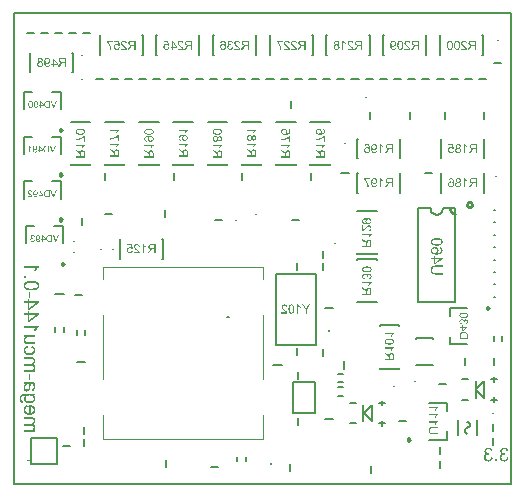
<source format=gbo>
G04*
G04 #@! TF.GenerationSoftware,Altium Limited,Altium Designer,22.11.1 (43)*
G04*
G04 Layer_Color=32896*
%FSLAX25Y25*%
%MOIN*%
G70*
G04*
G04 #@! TF.SameCoordinates,8C82D437-5C52-4462-93A3-0E09C5BBDBC0*
G04*
G04*
G04 #@! TF.FilePolarity,Positive*
G04*
G01*
G75*
%ADD10C,0.00984*%
%ADD13C,0.00787*%
%ADD14C,0.00394*%
%ADD15C,0.00300*%
%ADD16C,0.00669*%
%ADD125C,0.00394*%
%ADD126C,0.00800*%
%ADD127C,0.00500*%
G36*
X164036Y12504D02*
X164129Y12494D01*
X164218Y12479D01*
X164306Y12460D01*
X164385Y12435D01*
X164459Y12410D01*
X164528Y12381D01*
X164587Y12356D01*
X164646Y12327D01*
X164695Y12297D01*
X164734Y12273D01*
X164774Y12248D01*
X164798Y12228D01*
X164823Y12213D01*
X164833Y12204D01*
X164838Y12199D01*
X164902Y12140D01*
X164961Y12071D01*
X165015Y12002D01*
X165064Y11933D01*
X165108Y11859D01*
X165143Y11790D01*
X165207Y11648D01*
X165231Y11584D01*
X165251Y11525D01*
X165266Y11470D01*
X165280Y11426D01*
X165290Y11387D01*
X165295Y11357D01*
X165300Y11338D01*
Y11333D01*
X164744Y11234D01*
X164715Y11377D01*
X164675Y11500D01*
X164631Y11608D01*
X164582Y11692D01*
X164542Y11761D01*
X164503Y11805D01*
X164479Y11835D01*
X164469Y11845D01*
X164380Y11913D01*
X164292Y11963D01*
X164198Y12002D01*
X164114Y12026D01*
X164036Y12041D01*
X164006Y12046D01*
X163977D01*
X163952Y12051D01*
X163923D01*
X163804Y12041D01*
X163701Y12022D01*
X163608Y11987D01*
X163529Y11953D01*
X163470Y11913D01*
X163426Y11879D01*
X163396Y11859D01*
X163386Y11849D01*
X163347Y11810D01*
X163318Y11771D01*
X163263Y11682D01*
X163224Y11598D01*
X163199Y11520D01*
X163185Y11446D01*
X163180Y11392D01*
X163175Y11367D01*
Y11353D01*
Y11343D01*
Y11338D01*
X163180Y11269D01*
X163189Y11205D01*
X163199Y11141D01*
X163219Y11087D01*
X163268Y10988D01*
X163318Y10910D01*
X163372Y10846D01*
X163421Y10801D01*
X163441Y10787D01*
X163450Y10777D01*
X163460Y10767D01*
X163465D01*
X163573Y10703D01*
X163686Y10659D01*
X163795Y10624D01*
X163893Y10605D01*
X163977Y10590D01*
X164011Y10585D01*
X164046D01*
X164070Y10580D01*
X164134D01*
X164164Y10585D01*
X164188Y10590D01*
X164198D01*
X164257Y10103D01*
X164173Y10123D01*
X164095Y10137D01*
X164031Y10147D01*
X163972Y10157D01*
X163927D01*
X163893Y10162D01*
X163864D01*
X163795Y10157D01*
X163726Y10152D01*
X163603Y10123D01*
X163495Y10083D01*
X163401Y10039D01*
X163327Y9990D01*
X163298Y9970D01*
X163273Y9950D01*
X163253Y9935D01*
X163239Y9921D01*
X163234Y9916D01*
X163229Y9911D01*
X163185Y9862D01*
X163145Y9813D01*
X163111Y9763D01*
X163081Y9709D01*
X163037Y9606D01*
X163003Y9503D01*
X162988Y9414D01*
X162983Y9380D01*
X162978Y9345D01*
X162973Y9320D01*
Y9296D01*
Y9286D01*
Y9281D01*
X162978Y9207D01*
X162983Y9138D01*
X163017Y9006D01*
X163057Y8892D01*
X163106Y8794D01*
X163135Y8750D01*
X163160Y8715D01*
X163180Y8681D01*
X163199Y8656D01*
X163219Y8637D01*
X163234Y8622D01*
X163239Y8612D01*
X163244Y8607D01*
X163298Y8558D01*
X163352Y8518D01*
X163406Y8484D01*
X163460Y8450D01*
X163573Y8400D01*
X163681Y8371D01*
X163770Y8351D01*
X163814Y8346D01*
X163844Y8341D01*
X163873Y8337D01*
X163913D01*
X164031Y8346D01*
X164144Y8371D01*
X164237Y8400D01*
X164321Y8440D01*
X164390Y8479D01*
X164439Y8509D01*
X164454Y8523D01*
X164469Y8533D01*
X164474Y8543D01*
X164479D01*
X164518Y8587D01*
X164557Y8632D01*
X164626Y8735D01*
X164680Y8848D01*
X164725Y8961D01*
X164759Y9065D01*
X164769Y9109D01*
X164779Y9148D01*
X164788Y9183D01*
X164794Y9207D01*
X164798Y9222D01*
Y9227D01*
X165354Y9153D01*
X165340Y9050D01*
X165320Y8952D01*
X165290Y8858D01*
X165261Y8770D01*
X165226Y8686D01*
X165187Y8612D01*
X165148Y8538D01*
X165108Y8479D01*
X165069Y8420D01*
X165034Y8371D01*
X165000Y8327D01*
X164971Y8292D01*
X164941Y8263D01*
X164921Y8243D01*
X164911Y8233D01*
X164907Y8228D01*
X164833Y8164D01*
X164749Y8110D01*
X164671Y8066D01*
X164587Y8022D01*
X164503Y7987D01*
X164419Y7963D01*
X164341Y7938D01*
X164262Y7918D01*
X164188Y7903D01*
X164124Y7894D01*
X164065Y7884D01*
X164011Y7879D01*
X163972D01*
X163937Y7874D01*
X163913D01*
X163790Y7879D01*
X163677Y7894D01*
X163568Y7913D01*
X163465Y7938D01*
X163367Y7967D01*
X163278Y8002D01*
X163195Y8041D01*
X163121Y8081D01*
X163052Y8115D01*
X162993Y8155D01*
X162939Y8189D01*
X162899Y8218D01*
X162865Y8243D01*
X162840Y8263D01*
X162826Y8277D01*
X162820Y8282D01*
X162742Y8361D01*
X162678Y8445D01*
X162619Y8528D01*
X162570Y8617D01*
X162525Y8701D01*
X162491Y8784D01*
X162461Y8863D01*
X162437Y8942D01*
X162417Y9015D01*
X162407Y9079D01*
X162397Y9138D01*
X162388Y9193D01*
Y9232D01*
X162383Y9266D01*
Y9286D01*
Y9291D01*
Y9370D01*
X162392Y9448D01*
X162417Y9591D01*
X162456Y9714D01*
X162476Y9768D01*
X162496Y9817D01*
X162515Y9867D01*
X162535Y9906D01*
X162555Y9940D01*
X162575Y9965D01*
X162589Y9990D01*
X162599Y10004D01*
X162604Y10014D01*
X162609Y10019D01*
X162698Y10123D01*
X162801Y10206D01*
X162904Y10270D01*
X163003Y10324D01*
X163096Y10363D01*
X163135Y10378D01*
X163165Y10388D01*
X163195Y10398D01*
X163214Y10403D01*
X163229Y10408D01*
X163234D01*
X163126Y10467D01*
X163032Y10526D01*
X162949Y10590D01*
X162884Y10654D01*
X162830Y10708D01*
X162796Y10752D01*
X162771Y10782D01*
X162766Y10787D01*
Y10792D01*
X162712Y10885D01*
X162673Y10978D01*
X162643Y11067D01*
X162624Y11151D01*
X162614Y11220D01*
X162604Y11279D01*
Y11298D01*
Y11313D01*
Y11323D01*
Y11328D01*
X162609Y11441D01*
X162629Y11549D01*
X162658Y11648D01*
X162688Y11736D01*
X162717Y11810D01*
X162732Y11840D01*
X162747Y11864D01*
X162757Y11884D01*
X162766Y11903D01*
X162771Y11908D01*
Y11913D01*
X162840Y12012D01*
X162919Y12095D01*
X162998Y12169D01*
X163076Y12233D01*
X163145Y12282D01*
X163199Y12317D01*
X163224Y12331D01*
X163239Y12341D01*
X163249Y12346D01*
X163253D01*
X163372Y12400D01*
X163490Y12440D01*
X163608Y12469D01*
X163711Y12489D01*
X163804Y12499D01*
X163839Y12504D01*
X163873Y12509D01*
X163937D01*
X164036Y12504D01*
D02*
G37*
G36*
X158747D02*
X158840Y12494D01*
X158929Y12479D01*
X159017Y12460D01*
X159096Y12435D01*
X159170Y12410D01*
X159239Y12381D01*
X159298Y12356D01*
X159357Y12327D01*
X159406Y12297D01*
X159445Y12273D01*
X159485Y12248D01*
X159509Y12228D01*
X159534Y12213D01*
X159544Y12204D01*
X159549Y12199D01*
X159613Y12140D01*
X159672Y12071D01*
X159726Y12002D01*
X159775Y11933D01*
X159819Y11859D01*
X159854Y11790D01*
X159918Y11648D01*
X159942Y11584D01*
X159962Y11525D01*
X159977Y11470D01*
X159992Y11426D01*
X160001Y11387D01*
X160006Y11357D01*
X160011Y11338D01*
Y11333D01*
X159455Y11234D01*
X159426Y11377D01*
X159386Y11500D01*
X159342Y11608D01*
X159293Y11692D01*
X159254Y11761D01*
X159214Y11805D01*
X159190Y11835D01*
X159180Y11845D01*
X159091Y11913D01*
X159003Y11963D01*
X158909Y12002D01*
X158826Y12026D01*
X158747Y12041D01*
X158717Y12046D01*
X158688D01*
X158663Y12051D01*
X158634D01*
X158516Y12041D01*
X158412Y12022D01*
X158319Y11987D01*
X158240Y11953D01*
X158181Y11913D01*
X158137Y11879D01*
X158107Y11859D01*
X158097Y11849D01*
X158058Y11810D01*
X158028Y11771D01*
X157974Y11682D01*
X157935Y11598D01*
X157910Y11520D01*
X157896Y11446D01*
X157891Y11392D01*
X157886Y11367D01*
Y11353D01*
Y11343D01*
Y11338D01*
X157891Y11269D01*
X157901Y11205D01*
X157910Y11141D01*
X157930Y11087D01*
X157979Y10988D01*
X158028Y10910D01*
X158083Y10846D01*
X158132Y10801D01*
X158151Y10787D01*
X158161Y10777D01*
X158171Y10767D01*
X158176D01*
X158284Y10703D01*
X158397Y10659D01*
X158506Y10624D01*
X158604Y10605D01*
X158688Y10590D01*
X158722Y10585D01*
X158757D01*
X158781Y10580D01*
X158845D01*
X158875Y10585D01*
X158899Y10590D01*
X158909D01*
X158968Y10103D01*
X158885Y10123D01*
X158806Y10137D01*
X158742Y10147D01*
X158683Y10157D01*
X158639D01*
X158604Y10162D01*
X158575D01*
X158506Y10157D01*
X158437Y10152D01*
X158314Y10123D01*
X158206Y10083D01*
X158112Y10039D01*
X158038Y9990D01*
X158009Y9970D01*
X157984Y9950D01*
X157965Y9935D01*
X157950Y9921D01*
X157945Y9916D01*
X157940Y9911D01*
X157896Y9862D01*
X157856Y9813D01*
X157822Y9763D01*
X157792Y9709D01*
X157748Y9606D01*
X157714Y9503D01*
X157699Y9414D01*
X157694Y9380D01*
X157689Y9345D01*
X157684Y9320D01*
Y9296D01*
Y9286D01*
Y9281D01*
X157689Y9207D01*
X157694Y9138D01*
X157728Y9006D01*
X157768Y8892D01*
X157817Y8794D01*
X157846Y8750D01*
X157871Y8715D01*
X157891Y8681D01*
X157910Y8656D01*
X157930Y8637D01*
X157945Y8622D01*
X157950Y8612D01*
X157955Y8607D01*
X158009Y8558D01*
X158063Y8518D01*
X158117Y8484D01*
X158171Y8450D01*
X158284Y8400D01*
X158393Y8371D01*
X158481Y8351D01*
X158525Y8346D01*
X158555Y8341D01*
X158584Y8337D01*
X158624D01*
X158742Y8346D01*
X158855Y8371D01*
X158949Y8400D01*
X159032Y8440D01*
X159101Y8479D01*
X159150Y8509D01*
X159165Y8523D01*
X159180Y8533D01*
X159185Y8543D01*
X159190D01*
X159229Y8587D01*
X159268Y8632D01*
X159337Y8735D01*
X159391Y8848D01*
X159436Y8961D01*
X159470Y9065D01*
X159480Y9109D01*
X159490Y9148D01*
X159500Y9183D01*
X159504Y9207D01*
X159509Y9222D01*
Y9227D01*
X160065Y9153D01*
X160051Y9050D01*
X160031Y8952D01*
X160001Y8858D01*
X159972Y8770D01*
X159937Y8686D01*
X159898Y8612D01*
X159859Y8538D01*
X159819Y8479D01*
X159780Y8420D01*
X159746Y8371D01*
X159711Y8327D01*
X159682Y8292D01*
X159652Y8263D01*
X159632Y8243D01*
X159623Y8233D01*
X159618Y8228D01*
X159544Y8164D01*
X159460Y8110D01*
X159381Y8066D01*
X159298Y8022D01*
X159214Y7987D01*
X159131Y7963D01*
X159052Y7938D01*
X158973Y7918D01*
X158899Y7903D01*
X158835Y7894D01*
X158776Y7884D01*
X158722Y7879D01*
X158683D01*
X158648Y7874D01*
X158624D01*
X158501Y7879D01*
X158388Y7894D01*
X158279Y7913D01*
X158176Y7938D01*
X158078Y7967D01*
X157989Y8002D01*
X157905Y8041D01*
X157832Y8081D01*
X157763Y8115D01*
X157704Y8155D01*
X157650Y8189D01*
X157610Y8218D01*
X157576Y8243D01*
X157551Y8263D01*
X157536Y8277D01*
X157531Y8282D01*
X157453Y8361D01*
X157389Y8445D01*
X157330Y8528D01*
X157281Y8617D01*
X157236Y8701D01*
X157202Y8784D01*
X157172Y8863D01*
X157148Y8942D01*
X157128Y9015D01*
X157118Y9079D01*
X157108Y9138D01*
X157099Y9193D01*
Y9232D01*
X157094Y9266D01*
Y9286D01*
Y9291D01*
Y9370D01*
X157104Y9448D01*
X157128Y9591D01*
X157167Y9714D01*
X157187Y9768D01*
X157207Y9817D01*
X157227Y9867D01*
X157246Y9906D01*
X157266Y9940D01*
X157285Y9965D01*
X157300Y9990D01*
X157310Y10004D01*
X157315Y10014D01*
X157320Y10019D01*
X157408Y10123D01*
X157512Y10206D01*
X157615Y10270D01*
X157714Y10324D01*
X157807Y10363D01*
X157846Y10378D01*
X157876Y10388D01*
X157905Y10398D01*
X157925Y10403D01*
X157940Y10408D01*
X157945D01*
X157837Y10467D01*
X157743Y10526D01*
X157659Y10590D01*
X157596Y10654D01*
X157541Y10708D01*
X157507Y10752D01*
X157482Y10782D01*
X157477Y10787D01*
Y10792D01*
X157423Y10885D01*
X157384Y10978D01*
X157354Y11067D01*
X157335Y11151D01*
X157325Y11220D01*
X157315Y11279D01*
Y11298D01*
Y11313D01*
Y11323D01*
Y11328D01*
X157320Y11441D01*
X157340Y11549D01*
X157369Y11648D01*
X157399Y11736D01*
X157428Y11810D01*
X157443Y11840D01*
X157458Y11864D01*
X157468Y11884D01*
X157477Y11903D01*
X157482Y11908D01*
Y11913D01*
X157551Y12012D01*
X157630Y12095D01*
X157709Y12169D01*
X157787Y12233D01*
X157856Y12282D01*
X157910Y12317D01*
X157935Y12331D01*
X157950Y12341D01*
X157960Y12346D01*
X157965D01*
X158083Y12400D01*
X158201Y12440D01*
X158319Y12469D01*
X158422Y12489D01*
X158516Y12499D01*
X158550Y12504D01*
X158584Y12509D01*
X158648D01*
X158747Y12504D01*
D02*
G37*
G36*
X161517Y7953D02*
X160882D01*
Y8587D01*
X161517D01*
Y7953D01*
D02*
G37*
G36*
X8898Y72688D02*
X8772Y72617D01*
X8652Y72535D01*
X8538Y72442D01*
X8439Y72349D01*
X8346Y72267D01*
X8314Y72229D01*
X8281Y72202D01*
X8253Y72175D01*
X8237Y72153D01*
X8226Y72142D01*
X8221Y72136D01*
X8095Y71989D01*
X7986Y71831D01*
X7882Y71678D01*
X7795Y71536D01*
X7762Y71476D01*
X7729Y71416D01*
X7697Y71361D01*
X7675Y71317D01*
X7658Y71279D01*
X7642Y71252D01*
X7637Y71236D01*
X7631Y71230D01*
X7036D01*
X7080Y71339D01*
X7129Y71454D01*
X7183Y71563D01*
X7232Y71661D01*
X7282Y71749D01*
X7298Y71787D01*
X7320Y71820D01*
X7331Y71847D01*
X7342Y71863D01*
X7353Y71874D01*
Y71880D01*
X7435Y72011D01*
X7511Y72126D01*
X7582Y72229D01*
X7648Y72311D01*
X7702Y72382D01*
X7740Y72431D01*
X7768Y72458D01*
X7779Y72469D01*
X3842D01*
Y73086D01*
X8898D01*
Y72688D01*
D02*
G37*
G36*
X4546Y69150D02*
X3842D01*
Y69854D01*
X4546D01*
Y69150D01*
D02*
G37*
G36*
X6594Y68167D02*
X6714Y68161D01*
X6829Y68156D01*
X6932Y68145D01*
X7030Y68134D01*
X7118Y68123D01*
X7200Y68118D01*
X7271Y68107D01*
X7331Y68096D01*
X7385Y68085D01*
X7429Y68074D01*
X7467Y68069D01*
X7489Y68063D01*
X7506Y68058D01*
X7511D01*
X7669Y68014D01*
X7817Y67959D01*
X7942Y67910D01*
X8051Y67861D01*
X8095Y67834D01*
X8139Y67817D01*
X8177Y67796D01*
X8204Y67779D01*
X8226Y67763D01*
X8243Y67757D01*
X8253Y67747D01*
X8259D01*
X8368Y67670D01*
X8467Y67583D01*
X8548Y67501D01*
X8614Y67419D01*
X8669Y67348D01*
X8701Y67293D01*
X8718Y67272D01*
X8729Y67255D01*
X8734Y67244D01*
Y67239D01*
X8789Y67119D01*
X8827Y66998D01*
X8860Y66878D01*
X8876Y66769D01*
X8887Y66671D01*
X8892Y66633D01*
X8898Y66594D01*
Y66529D01*
X8892Y66431D01*
X8887Y66332D01*
X8871Y66240D01*
X8854Y66152D01*
X8832Y66076D01*
X8805Y65999D01*
X8778Y65928D01*
X8750Y65868D01*
X8723Y65808D01*
X8696Y65759D01*
X8674Y65715D01*
X8647Y65683D01*
X8630Y65655D01*
X8614Y65633D01*
X8608Y65623D01*
X8603Y65617D01*
X8543Y65552D01*
X8483Y65492D01*
X8346Y65382D01*
X8210Y65284D01*
X8073Y65208D01*
X8008Y65175D01*
X7953Y65148D01*
X7899Y65126D01*
X7855Y65104D01*
X7817Y65093D01*
X7784Y65082D01*
X7768Y65071D01*
X7762D01*
X7658Y65038D01*
X7544Y65011D01*
X7309Y64967D01*
X7069Y64935D01*
X6954Y64924D01*
X6839Y64913D01*
X6736Y64907D01*
X6637Y64902D01*
X6550Y64896D01*
X6474D01*
X6414Y64891D01*
X6364D01*
X6337D01*
X6326D01*
X6069Y64896D01*
X5829Y64913D01*
X5611Y64935D01*
X5409Y64967D01*
X5223Y65006D01*
X5054Y65049D01*
X4907Y65093D01*
X4770Y65142D01*
X4655Y65186D01*
X4552Y65229D01*
X4470Y65273D01*
X4399Y65311D01*
X4344Y65344D01*
X4306Y65366D01*
X4284Y65382D01*
X4279Y65388D01*
X4186Y65470D01*
X4109Y65557D01*
X4038Y65650D01*
X3978Y65743D01*
X3929Y65835D01*
X3886Y65934D01*
X3853Y66027D01*
X3825Y66114D01*
X3804Y66201D01*
X3787Y66278D01*
X3776Y66349D01*
X3771Y66409D01*
X3765Y66458D01*
X3760Y66496D01*
Y66529D01*
X3765Y66633D01*
X3771Y66725D01*
X3787Y66818D01*
X3804Y66906D01*
X3831Y66988D01*
X3853Y67059D01*
X3880Y67130D01*
X3907Y67190D01*
X3935Y67250D01*
X3962Y67299D01*
X3989Y67343D01*
X4011Y67375D01*
X4028Y67403D01*
X4044Y67424D01*
X4049Y67435D01*
X4055Y67441D01*
X4115Y67506D01*
X4175Y67572D01*
X4311Y67681D01*
X4448Y67774D01*
X4584Y67850D01*
X4650Y67883D01*
X4710Y67910D01*
X4759Y67932D01*
X4808Y67954D01*
X4841Y67970D01*
X4874Y67976D01*
X4890Y67987D01*
X4896D01*
X4999Y68019D01*
X5114Y68047D01*
X5349Y68096D01*
X5589Y68129D01*
X5704Y68140D01*
X5818Y68151D01*
X5922Y68156D01*
X6020Y68161D01*
X6102Y68167D01*
X6179Y68172D01*
X6239D01*
X6288D01*
X6315D01*
X6326D01*
X6463D01*
X6594Y68167D01*
D02*
G37*
G36*
X5977Y62472D02*
X5354D01*
Y64378D01*
X5977D01*
Y62472D01*
D02*
G37*
G36*
X5616Y61233D02*
X8881D01*
Y60725D01*
X5616Y58421D01*
X5049D01*
Y60616D01*
X3842D01*
Y61233D01*
X5049D01*
Y61915D01*
X5616D01*
Y61233D01*
D02*
G37*
G36*
Y57318D02*
X8881D01*
Y56810D01*
X5616Y54506D01*
X5049D01*
Y56701D01*
X3842D01*
Y57318D01*
X5049D01*
Y58000D01*
X5616D01*
Y57318D01*
D02*
G37*
G36*
X8898Y52732D02*
X8772Y52661D01*
X8652Y52579D01*
X8538Y52486D01*
X8439Y52393D01*
X8346Y52311D01*
X8314Y52273D01*
X8281Y52246D01*
X8253Y52218D01*
X8237Y52197D01*
X8226Y52185D01*
X8221Y52180D01*
X8095Y52033D01*
X7986Y51874D01*
X7882Y51721D01*
X7795Y51579D01*
X7762Y51519D01*
X7729Y51459D01*
X7697Y51405D01*
X7675Y51361D01*
X7658Y51323D01*
X7642Y51296D01*
X7637Y51279D01*
X7631Y51274D01*
X7036D01*
X7080Y51383D01*
X7129Y51498D01*
X7183Y51607D01*
X7232Y51705D01*
X7282Y51792D01*
X7298Y51831D01*
X7320Y51863D01*
X7331Y51891D01*
X7342Y51907D01*
X7353Y51918D01*
Y51924D01*
X7435Y52055D01*
X7511Y52169D01*
X7582Y52273D01*
X7648Y52355D01*
X7702Y52426D01*
X7740Y52475D01*
X7768Y52502D01*
X7779Y52513D01*
X3842D01*
Y53130D01*
X8898D01*
Y52732D01*
D02*
G37*
G36*
X7495Y49385D02*
X5534D01*
X5371Y49379D01*
X5229Y49368D01*
X5109Y49352D01*
X5005Y49335D01*
X4961Y49325D01*
X4928Y49314D01*
X4896Y49303D01*
X4868Y49297D01*
X4852Y49292D01*
X4836Y49286D01*
X4830Y49281D01*
X4825D01*
X4737Y49237D01*
X4661Y49183D01*
X4595Y49123D01*
X4541Y49068D01*
X4497Y49013D01*
X4464Y48970D01*
X4442Y48942D01*
X4437Y48937D01*
Y48931D01*
X4388Y48839D01*
X4355Y48751D01*
X4328Y48664D01*
X4311Y48582D01*
X4301Y48511D01*
X4295Y48462D01*
Y48413D01*
X4301Y48314D01*
X4317Y48222D01*
X4339Y48140D01*
X4366Y48074D01*
X4388Y48020D01*
X4410Y47976D01*
X4426Y47954D01*
X4431Y47943D01*
X4486Y47878D01*
X4552Y47823D01*
X4612Y47779D01*
X4672Y47747D01*
X4726Y47719D01*
X4775Y47703D01*
X4803Y47697D01*
X4814Y47692D01*
X4846Y47686D01*
X4890Y47681D01*
X4989Y47676D01*
X5098Y47665D01*
X5207D01*
X5305Y47659D01*
X5349D01*
X5393D01*
X5425D01*
X5447D01*
X5463D01*
X5469D01*
X7495D01*
Y47042D01*
X5229D01*
X5092D01*
X4972Y47048D01*
X4874Y47053D01*
X4792Y47059D01*
X4732Y47064D01*
X4683Y47069D01*
X4661Y47075D01*
X4650D01*
X4552Y47102D01*
X4464Y47130D01*
X4388Y47162D01*
X4322Y47195D01*
X4268Y47222D01*
X4224Y47244D01*
X4202Y47261D01*
X4191Y47266D01*
X4126Y47321D01*
X4066Y47386D01*
X4011Y47457D01*
X3967Y47523D01*
X3929Y47588D01*
X3902Y47637D01*
X3886Y47670D01*
X3880Y47676D01*
Y47681D01*
X3842Y47790D01*
X3809Y47894D01*
X3787Y47998D01*
X3776Y48090D01*
X3765Y48172D01*
X3760Y48232D01*
Y48287D01*
X3765Y48424D01*
X3787Y48549D01*
X3815Y48664D01*
X3858Y48779D01*
X3902Y48882D01*
X3957Y48975D01*
X4011Y49062D01*
X4071Y49144D01*
X4126Y49215D01*
X4180Y49275D01*
X4235Y49330D01*
X4279Y49374D01*
X4322Y49406D01*
X4350Y49428D01*
X4372Y49445D01*
X4377Y49450D01*
X3842D01*
Y50002D01*
X7495D01*
Y49385D01*
D02*
G37*
G36*
X5180Y45923D02*
X5092Y45906D01*
X5016Y45890D01*
X4939Y45868D01*
X4874Y45847D01*
X4808Y45819D01*
X4754Y45797D01*
X4704Y45770D01*
X4655Y45743D01*
X4617Y45715D01*
X4584Y45694D01*
X4530Y45650D01*
X4497Y45623D01*
X4492Y45617D01*
X4486Y45612D01*
X4415Y45513D01*
X4361Y45415D01*
X4322Y45311D01*
X4295Y45219D01*
X4279Y45131D01*
X4273Y45099D01*
Y45066D01*
X4268Y45038D01*
Y45006D01*
X4273Y44924D01*
X4284Y44842D01*
X4301Y44771D01*
X4322Y44700D01*
X4372Y44574D01*
X4437Y44465D01*
X4464Y44421D01*
X4497Y44383D01*
X4524Y44350D01*
X4552Y44318D01*
X4568Y44296D01*
X4584Y44280D01*
X4595Y44274D01*
X4601Y44269D01*
X4666Y44219D01*
X4743Y44176D01*
X4825Y44137D01*
X4907Y44110D01*
X5087Y44056D01*
X5262Y44023D01*
X5343Y44012D01*
X5420Y44006D01*
X5491Y44001D01*
X5551Y43995D01*
X5600Y43990D01*
X5638D01*
X5666D01*
X5671D01*
X5802Y43995D01*
X5928Y44001D01*
X6037Y44017D01*
X6140Y44034D01*
X6239Y44056D01*
X6326Y44083D01*
X6403Y44110D01*
X6474Y44137D01*
X6534Y44159D01*
X6588Y44187D01*
X6632Y44214D01*
X6665Y44236D01*
X6697Y44252D01*
X6714Y44269D01*
X6725Y44274D01*
X6730Y44280D01*
X6790Y44334D01*
X6839Y44394D01*
X6888Y44460D01*
X6927Y44520D01*
X6960Y44585D01*
X6987Y44645D01*
X7025Y44765D01*
X7052Y44875D01*
X7058Y44918D01*
X7063Y44962D01*
X7069Y44995D01*
Y45038D01*
X7063Y45148D01*
X7041Y45251D01*
X7009Y45339D01*
X6976Y45415D01*
X6938Y45475D01*
X6910Y45524D01*
X6888Y45552D01*
X6878Y45563D01*
X6801Y45639D01*
X6714Y45704D01*
X6621Y45754D01*
X6534Y45797D01*
X6452Y45830D01*
X6386Y45852D01*
X6359Y45857D01*
X6342Y45863D01*
X6332Y45868D01*
X6326D01*
X6419Y46469D01*
X6517Y46447D01*
X6616Y46414D01*
X6703Y46382D01*
X6785Y46349D01*
X6861Y46311D01*
X6932Y46267D01*
X6992Y46229D01*
X7052Y46185D01*
X7102Y46147D01*
X7145Y46109D01*
X7183Y46076D01*
X7216Y46043D01*
X7238Y46021D01*
X7254Y45999D01*
X7265Y45988D01*
X7271Y45983D01*
X7325Y45912D01*
X7374Y45836D01*
X7413Y45754D01*
X7446Y45672D01*
X7500Y45508D01*
X7538Y45355D01*
X7549Y45284D01*
X7560Y45219D01*
X7566Y45158D01*
X7571Y45109D01*
X7576Y45071D01*
Y45011D01*
X7566Y44842D01*
X7544Y44678D01*
X7506Y44531D01*
X7484Y44465D01*
X7467Y44400D01*
X7446Y44345D01*
X7424Y44296D01*
X7407Y44252D01*
X7385Y44214D01*
X7374Y44181D01*
X7364Y44159D01*
X7353Y44148D01*
Y44143D01*
X7260Y44001D01*
X7156Y43881D01*
X7041Y43777D01*
X6938Y43695D01*
X6839Y43630D01*
X6796Y43608D01*
X6758Y43586D01*
X6730Y43570D01*
X6708Y43559D01*
X6692Y43548D01*
X6686D01*
X6517Y43482D01*
X6337Y43439D01*
X6162Y43406D01*
X6004Y43379D01*
X5928Y43373D01*
X5862Y43368D01*
X5802Y43362D01*
X5747D01*
X5709Y43357D01*
X5676D01*
X5655D01*
X5649D01*
X5485Y43362D01*
X5327Y43379D01*
X5180Y43400D01*
X5043Y43428D01*
X4918Y43461D01*
X4803Y43499D01*
X4699Y43542D01*
X4606Y43586D01*
X4524Y43624D01*
X4448Y43668D01*
X4388Y43706D01*
X4339Y43739D01*
X4295Y43766D01*
X4268Y43788D01*
X4251Y43804D01*
X4246Y43810D01*
X4158Y43897D01*
X4088Y43990D01*
X4022Y44088D01*
X3967Y44187D01*
X3918Y44290D01*
X3880Y44389D01*
X3847Y44487D01*
X3820Y44580D01*
X3798Y44667D01*
X3787Y44749D01*
X3776Y44826D01*
X3765Y44886D01*
Y44940D01*
X3760Y44978D01*
Y45011D01*
X3765Y45120D01*
X3776Y45224D01*
X3793Y45322D01*
X3815Y45421D01*
X3842Y45508D01*
X3875Y45590D01*
X3902Y45666D01*
X3940Y45737D01*
X3973Y45797D01*
X4000Y45857D01*
X4033Y45901D01*
X4060Y45945D01*
X4082Y45972D01*
X4098Y45999D01*
X4109Y46010D01*
X4115Y46016D01*
X4186Y46087D01*
X4257Y46158D01*
X4339Y46218D01*
X4421Y46267D01*
X4502Y46316D01*
X4584Y46360D01*
X4737Y46425D01*
X4814Y46453D01*
X4879Y46474D01*
X4939Y46491D01*
X4994Y46507D01*
X5038Y46518D01*
X5070Y46523D01*
X5092Y46529D01*
X5098D01*
X5180Y45923D01*
D02*
G37*
G36*
X6463Y42614D02*
X6566Y42609D01*
X6665Y42592D01*
X6758Y42576D01*
X6839Y42554D01*
X6916Y42527D01*
X6981Y42500D01*
X7041Y42472D01*
X7096Y42445D01*
X7145Y42418D01*
X7183Y42396D01*
X7216Y42369D01*
X7238Y42352D01*
X7254Y42336D01*
X7265Y42330D01*
X7271Y42325D01*
X7325Y42270D01*
X7374Y42205D01*
X7413Y42139D01*
X7446Y42074D01*
X7500Y41932D01*
X7538Y41801D01*
X7549Y41735D01*
X7560Y41675D01*
X7566Y41626D01*
X7571Y41577D01*
X7576Y41544D01*
Y41489D01*
X7571Y41364D01*
X7549Y41244D01*
X7516Y41129D01*
X7478Y41020D01*
X7429Y40922D01*
X7374Y40829D01*
X7314Y40741D01*
X7260Y40665D01*
X7200Y40594D01*
X7140Y40534D01*
X7085Y40479D01*
X7036Y40441D01*
X6998Y40403D01*
X6965Y40381D01*
X6943Y40365D01*
X6938Y40359D01*
X7047Y40310D01*
X7140Y40255D01*
X7216Y40195D01*
X7287Y40135D01*
X7336Y40075D01*
X7374Y40032D01*
X7402Y39999D01*
X7407Y39993D01*
Y39988D01*
X7462Y39884D01*
X7506Y39775D01*
X7533Y39666D01*
X7555Y39562D01*
X7566Y39469D01*
X7571Y39431D01*
X7576Y39393D01*
Y39327D01*
X7571Y39196D01*
X7549Y39071D01*
X7527Y38961D01*
X7495Y38863D01*
X7467Y38787D01*
X7451Y38754D01*
X7440Y38727D01*
X7429Y38705D01*
X7418Y38688D01*
X7413Y38683D01*
Y38677D01*
X7347Y38574D01*
X7276Y38486D01*
X7205Y38410D01*
X7134Y38344D01*
X7074Y38290D01*
X7025Y38252D01*
X6992Y38230D01*
X6987Y38219D01*
X7495D01*
Y37667D01*
X3842D01*
Y38284D01*
X5737D01*
X5829D01*
X5911Y38290D01*
X5993Y38295D01*
X6064Y38301D01*
X6135Y38306D01*
X6195Y38317D01*
X6250Y38323D01*
X6304Y38333D01*
X6348Y38344D01*
X6386Y38350D01*
X6419Y38361D01*
X6446Y38366D01*
X6468Y38372D01*
X6485Y38377D01*
X6490Y38383D01*
X6495D01*
X6588Y38426D01*
X6670Y38475D01*
X6741Y38530D01*
X6796Y38585D01*
X6845Y38628D01*
X6872Y38667D01*
X6894Y38694D01*
X6899Y38705D01*
X6949Y38792D01*
X6981Y38874D01*
X7009Y38956D01*
X7025Y39032D01*
X7036Y39098D01*
X7041Y39147D01*
Y39191D01*
X7030Y39311D01*
X7009Y39415D01*
X6976Y39496D01*
X6938Y39568D01*
X6899Y39617D01*
X6867Y39655D01*
X6845Y39677D01*
X6834Y39682D01*
X6747Y39731D01*
X6648Y39770D01*
X6545Y39797D01*
X6446Y39819D01*
X6353Y39830D01*
X6315D01*
X6283Y39835D01*
X6250D01*
X6228D01*
X6217D01*
X6211D01*
X3842D01*
Y40452D01*
X5960D01*
X6064Y40457D01*
X6157Y40463D01*
X6250Y40474D01*
X6332Y40490D01*
X6403Y40512D01*
X6474Y40534D01*
X6534Y40556D01*
X6588Y40583D01*
X6632Y40605D01*
X6676Y40627D01*
X6708Y40649D01*
X6736Y40670D01*
X6758Y40687D01*
X6774Y40698D01*
X6779Y40709D01*
X6785D01*
X6829Y40758D01*
X6872Y40812D01*
X6932Y40916D01*
X6981Y41025D01*
X7009Y41129D01*
X7030Y41216D01*
X7036Y41255D01*
Y41287D01*
X7041Y41315D01*
Y41353D01*
X7036Y41429D01*
X7025Y41500D01*
X7009Y41566D01*
X6992Y41620D01*
X6970Y41664D01*
X6954Y41697D01*
X6943Y41719D01*
X6938Y41724D01*
X6899Y41779D01*
X6856Y41828D01*
X6812Y41861D01*
X6768Y41893D01*
X6730Y41915D01*
X6703Y41932D01*
X6681Y41943D01*
X6676D01*
X6605Y41964D01*
X6523Y41975D01*
X6435Y41986D01*
X6348Y41997D01*
X6266D01*
X6201Y42003D01*
X6179D01*
X6157D01*
X6146D01*
X6140D01*
X3842D01*
Y42620D01*
X6348D01*
X6463Y42614D01*
D02*
G37*
G36*
X5977Y35085D02*
X5354D01*
Y36990D01*
X5977D01*
Y35085D01*
D02*
G37*
G36*
X3918Y34528D02*
X4000Y34495D01*
X4071Y34468D01*
X4137Y34446D01*
X4197Y34430D01*
X4240Y34419D01*
X4268Y34413D01*
X4279D01*
X4328Y34408D01*
X4393Y34402D01*
X4464Y34397D01*
X4546Y34391D01*
X4634Y34386D01*
X4726D01*
X4912Y34380D01*
X4999D01*
X5087Y34375D01*
X5163D01*
X5234D01*
X5289D01*
X5332D01*
X5360D01*
X5371D01*
X6195D01*
X6272D01*
X6337D01*
X6397Y34370D01*
X6457D01*
X6555Y34364D01*
X6632Y34359D01*
X6692Y34353D01*
X6730Y34348D01*
X6758Y34342D01*
X6763D01*
X6856Y34320D01*
X6938Y34288D01*
X7009Y34255D01*
X7069Y34222D01*
X7118Y34195D01*
X7156Y34168D01*
X7178Y34151D01*
X7183Y34146D01*
X7243Y34086D01*
X7298Y34020D01*
X7347Y33949D01*
X7385Y33878D01*
X7418Y33813D01*
X7440Y33764D01*
X7451Y33742D01*
X7456Y33725D01*
X7462Y33720D01*
Y33714D01*
X7500Y33600D01*
X7527Y33474D01*
X7549Y33349D01*
X7560Y33228D01*
X7571Y33125D01*
Y33075D01*
X7576Y33037D01*
Y32961D01*
X7571Y32792D01*
X7555Y32633D01*
X7533Y32491D01*
X7522Y32426D01*
X7511Y32371D01*
X7500Y32317D01*
X7489Y32267D01*
X7478Y32229D01*
X7467Y32197D01*
X7456Y32169D01*
X7451Y32147D01*
X7446Y32136D01*
Y32131D01*
X7391Y32005D01*
X7331Y31896D01*
X7271Y31803D01*
X7211Y31727D01*
X7156Y31667D01*
X7112Y31623D01*
X7085Y31596D01*
X7080Y31585D01*
X7074D01*
X6981Y31519D01*
X6878Y31465D01*
X6774Y31421D01*
X6676Y31383D01*
X6588Y31356D01*
X6550Y31345D01*
X6517Y31334D01*
X6490Y31328D01*
X6468Y31323D01*
X6457Y31317D01*
X6452D01*
X6370Y31923D01*
X6441Y31945D01*
X6506Y31967D01*
X6616Y32011D01*
X6714Y32065D01*
X6785Y32115D01*
X6839Y32158D01*
X6883Y32197D01*
X6905Y32218D01*
X6910Y32229D01*
X6960Y32317D01*
X6998Y32420D01*
X7025Y32524D01*
X7047Y32628D01*
X7058Y32726D01*
Y32764D01*
X7063Y32803D01*
Y32873D01*
X7052Y33037D01*
X7030Y33179D01*
X6998Y33299D01*
X6960Y33398D01*
X6916Y33474D01*
X6899Y33501D01*
X6883Y33529D01*
X6872Y33551D01*
X6861Y33562D01*
X6850Y33572D01*
X6785Y33632D01*
X6703Y33676D01*
X6616Y33709D01*
X6528Y33731D01*
X6446Y33742D01*
X6381Y33753D01*
X6359D01*
X6337D01*
X6326D01*
X6321D01*
X6304D01*
X6283D01*
X6228D01*
X6206Y33747D01*
X6184D01*
X6168D01*
X6162D01*
X6140Y33676D01*
X6119Y33600D01*
X6097Y33512D01*
X6075Y33425D01*
X6037Y33245D01*
X6004Y33065D01*
X5993Y32977D01*
X5982Y32901D01*
X5971Y32830D01*
X5960Y32764D01*
X5955Y32715D01*
X5949Y32677D01*
X5944Y32655D01*
Y32644D01*
X5928Y32513D01*
X5911Y32404D01*
X5895Y32306D01*
X5884Y32229D01*
X5867Y32169D01*
X5862Y32125D01*
X5851Y32104D01*
Y32093D01*
X5824Y32005D01*
X5791Y31918D01*
X5758Y31842D01*
X5726Y31776D01*
X5698Y31721D01*
X5671Y31683D01*
X5655Y31656D01*
X5649Y31645D01*
X5595Y31574D01*
X5540Y31514D01*
X5480Y31459D01*
X5425Y31416D01*
X5371Y31378D01*
X5332Y31350D01*
X5305Y31334D01*
X5294Y31328D01*
X5207Y31290D01*
X5125Y31257D01*
X5043Y31236D01*
X4967Y31225D01*
X4901Y31214D01*
X4846Y31208D01*
X4814D01*
X4808D01*
X4803D01*
X4721Y31214D01*
X4639Y31225D01*
X4563Y31236D01*
X4492Y31257D01*
X4361Y31312D01*
X4257Y31372D01*
X4208Y31399D01*
X4169Y31427D01*
X4131Y31454D01*
X4104Y31481D01*
X4082Y31503D01*
X4066Y31514D01*
X4055Y31525D01*
X4049Y31530D01*
X4000Y31596D01*
X3957Y31661D01*
X3913Y31738D01*
X3880Y31809D01*
X3831Y31962D01*
X3798Y32115D01*
X3782Y32180D01*
X3776Y32246D01*
X3771Y32306D01*
X3765Y32355D01*
X3760Y32393D01*
Y32453D01*
X3765Y32590D01*
X3776Y32715D01*
X3798Y32830D01*
X3820Y32934D01*
X3842Y33015D01*
X3853Y33054D01*
X3864Y33081D01*
X3869Y33103D01*
X3875Y33119D01*
X3880Y33130D01*
Y33136D01*
X3935Y33256D01*
X3995Y33376D01*
X4066Y33485D01*
X4137Y33589D01*
X4197Y33676D01*
X4230Y33709D01*
X4251Y33742D01*
X4273Y33769D01*
X4290Y33785D01*
X4295Y33796D01*
X4301Y33802D01*
X4202Y33813D01*
X4115Y33829D01*
X4038Y33851D01*
X3973Y33873D01*
X3918Y33889D01*
X3875Y33906D01*
X3853Y33916D01*
X3842Y33922D01*
Y34566D01*
X3918Y34528D01*
D02*
G37*
G36*
X7495Y29909D02*
X7047D01*
X7140Y29827D01*
X7222Y29745D01*
X7293Y29652D01*
X7353Y29565D01*
X7407Y29472D01*
X7446Y29385D01*
X7484Y29297D01*
X7511Y29215D01*
X7533Y29139D01*
X7549Y29068D01*
X7560Y29002D01*
X7571Y28948D01*
Y28904D01*
X7576Y28866D01*
Y28751D01*
X7566Y28664D01*
X7538Y28506D01*
X7500Y28364D01*
X7478Y28298D01*
X7456Y28238D01*
X7429Y28183D01*
X7407Y28140D01*
X7385Y28096D01*
X7369Y28063D01*
X7353Y28036D01*
X7342Y28014D01*
X7336Y28003D01*
X7331Y27998D01*
X7232Y27872D01*
X7123Y27757D01*
X7009Y27665D01*
X6899Y27588D01*
X6801Y27528D01*
X6758Y27501D01*
X6719Y27485D01*
X6692Y27468D01*
X6670Y27457D01*
X6654Y27446D01*
X6648D01*
X6479Y27386D01*
X6310Y27337D01*
X6151Y27304D01*
X6004Y27283D01*
X5933Y27277D01*
X5873Y27272D01*
X5824Y27266D01*
X5775D01*
X5737Y27261D01*
X5709D01*
X5693D01*
X5687D01*
X5545Y27266D01*
X5414Y27277D01*
X5283Y27299D01*
X5163Y27326D01*
X5049Y27354D01*
X4939Y27392D01*
X4841Y27430D01*
X4748Y27468D01*
X4666Y27506D01*
X4595Y27539D01*
X4530Y27577D01*
X4481Y27605D01*
X4437Y27632D01*
X4410Y27654D01*
X4388Y27665D01*
X4382Y27670D01*
X4290Y27752D01*
X4202Y27839D01*
X4131Y27932D01*
X4071Y28030D01*
X4017Y28123D01*
X3973Y28222D01*
X3940Y28320D01*
X3907Y28413D01*
X3886Y28500D01*
X3869Y28576D01*
X3858Y28653D01*
X3853Y28713D01*
X3847Y28768D01*
X3842Y28806D01*
Y28839D01*
X3847Y28948D01*
X3864Y29057D01*
X3886Y29155D01*
X3918Y29248D01*
X3951Y29341D01*
X3995Y29423D01*
X4033Y29499D01*
X4082Y29570D01*
X4126Y29630D01*
X4169Y29690D01*
X4208Y29734D01*
X4240Y29778D01*
X4273Y29805D01*
X4295Y29832D01*
X4311Y29843D01*
X4317Y29849D01*
X4208D01*
X4109D01*
X4022Y29843D01*
X3940D01*
X3869Y29838D01*
X3804D01*
X3749Y29832D01*
X3700Y29827D01*
X3656Y29821D01*
X3624D01*
X3591Y29816D01*
X3569Y29811D01*
X3553D01*
X3542Y29805D01*
X3531D01*
X3421Y29767D01*
X3323Y29718D01*
X3241Y29663D01*
X3176Y29614D01*
X3121Y29559D01*
X3083Y29521D01*
X3056Y29494D01*
X3050Y29488D01*
Y29483D01*
X2990Y29390D01*
X2952Y29281D01*
X2919Y29172D01*
X2897Y29068D01*
X2886Y28970D01*
X2881Y28931D01*
Y28893D01*
X2875Y28866D01*
Y28822D01*
X2881Y28680D01*
X2903Y28555D01*
X2930Y28451D01*
X2963Y28358D01*
X2996Y28287D01*
X3023Y28238D01*
X3045Y28205D01*
X3050Y28194D01*
X3105Y28134D01*
X3170Y28091D01*
X3236Y28052D01*
X3307Y28025D01*
X3367Y28009D01*
X3416Y27998D01*
X3449Y27987D01*
X3454D01*
X3460D01*
X3542Y27386D01*
X3432D01*
X3334Y27397D01*
X3241Y27413D01*
X3154Y27441D01*
X3077Y27468D01*
X3001Y27501D01*
X2936Y27534D01*
X2881Y27572D01*
X2826Y27610D01*
X2783Y27643D01*
X2744Y27676D01*
X2712Y27708D01*
X2690Y27730D01*
X2673Y27752D01*
X2662Y27763D01*
X2657Y27768D01*
X2608Y27845D01*
X2559Y27932D01*
X2520Y28014D01*
X2488Y28107D01*
X2433Y28282D01*
X2400Y28451D01*
X2389Y28527D01*
X2379Y28598D01*
X2373Y28664D01*
X2368Y28719D01*
X2362Y28762D01*
Y28828D01*
X2373Y29024D01*
X2395Y29204D01*
X2411Y29286D01*
X2428Y29357D01*
X2444Y29428D01*
X2466Y29494D01*
X2488Y29554D01*
X2504Y29603D01*
X2520Y29647D01*
X2537Y29685D01*
X2553Y29712D01*
X2559Y29734D01*
X2570Y29745D01*
Y29750D01*
X2652Y29881D01*
X2744Y29996D01*
X2837Y30089D01*
X2930Y30165D01*
X3007Y30225D01*
X3072Y30269D01*
X3099Y30286D01*
X3116Y30296D01*
X3127Y30302D01*
X3132D01*
X3203Y30335D01*
X3285Y30362D01*
X3378Y30384D01*
X3471Y30406D01*
X3673Y30433D01*
X3869Y30455D01*
X3962Y30460D01*
X4049Y30466D01*
X4131Y30471D01*
X4202Y30477D01*
X4257D01*
X4301D01*
X4328D01*
X4339D01*
X7495D01*
Y29909D01*
D02*
G37*
G36*
X5840Y26737D02*
X5993Y26720D01*
X6140Y26698D01*
X6277Y26671D01*
X6403Y26633D01*
X6517Y26594D01*
X6621Y26551D01*
X6714Y26513D01*
X6796Y26469D01*
X6872Y26425D01*
X6932Y26387D01*
X6981Y26349D01*
X7025Y26322D01*
X7052Y26300D01*
X7069Y26283D01*
X7074Y26278D01*
X7162Y26191D01*
X7238Y26092D01*
X7309Y25994D01*
X7364Y25896D01*
X7413Y25797D01*
X7456Y25694D01*
X7489Y25601D01*
X7516Y25508D01*
X7533Y25421D01*
X7549Y25339D01*
X7560Y25268D01*
X7571Y25202D01*
Y25153D01*
X7576Y25115D01*
Y25082D01*
X7571Y24946D01*
X7555Y24809D01*
X7527Y24689D01*
X7495Y24569D01*
X7456Y24460D01*
X7413Y24356D01*
X7369Y24263D01*
X7320Y24181D01*
X7271Y24105D01*
X7227Y24039D01*
X7183Y23979D01*
X7145Y23935D01*
X7112Y23897D01*
X7085Y23870D01*
X7069Y23854D01*
X7063Y23848D01*
X6965Y23766D01*
X6856Y23695D01*
X6741Y23630D01*
X6627Y23575D01*
X6506Y23531D01*
X6386Y23493D01*
X6272Y23460D01*
X6157Y23439D01*
X6053Y23417D01*
X5949Y23406D01*
X5862Y23395D01*
X5786Y23384D01*
X5720D01*
X5671Y23379D01*
X5644D01*
X5633D01*
X5469Y23384D01*
X5316Y23400D01*
X5174Y23422D01*
X5043Y23450D01*
X4918Y23488D01*
X4803Y23526D01*
X4699Y23570D01*
X4606Y23613D01*
X4524Y23652D01*
X4453Y23695D01*
X4393Y23733D01*
X4344Y23772D01*
X4301Y23799D01*
X4273Y23821D01*
X4257Y23837D01*
X4251Y23843D01*
X4164Y23935D01*
X4088Y24034D01*
X4022Y24132D01*
X3967Y24241D01*
X3918Y24345D01*
X3880Y24454D01*
X3847Y24558D01*
X3820Y24656D01*
X3804Y24749D01*
X3787Y24836D01*
X3776Y24913D01*
X3765Y24984D01*
Y25038D01*
X3760Y25082D01*
Y25115D01*
X3765Y25229D01*
X3771Y25344D01*
X3787Y25448D01*
X3809Y25546D01*
X3831Y25639D01*
X3858Y25721D01*
X3886Y25803D01*
X3913Y25874D01*
X3940Y25939D01*
X3967Y25994D01*
X3995Y26043D01*
X4017Y26087D01*
X4038Y26114D01*
X4055Y26141D01*
X4060Y26152D01*
X4066Y26158D01*
X4126Y26234D01*
X4191Y26300D01*
X4262Y26360D01*
X4333Y26420D01*
X4481Y26518D01*
X4617Y26594D01*
X4683Y26622D01*
X4743Y26649D01*
X4797Y26671D01*
X4846Y26687D01*
X4885Y26704D01*
X4912Y26715D01*
X4934Y26720D01*
X4939D01*
X5021Y26076D01*
X4885Y26021D01*
X4765Y25956D01*
X4661Y25890D01*
X4584Y25830D01*
X4519Y25776D01*
X4475Y25732D01*
X4453Y25705D01*
X4442Y25699D01*
Y25694D01*
X4382Y25601D01*
X4344Y25502D01*
X4311Y25404D01*
X4290Y25317D01*
X4279Y25235D01*
X4273Y25170D01*
X4268Y25148D01*
Y25115D01*
X4273Y25033D01*
X4284Y24951D01*
X4295Y24875D01*
X4317Y24804D01*
X4366Y24673D01*
X4426Y24563D01*
X4453Y24514D01*
X4486Y24471D01*
X4513Y24438D01*
X4535Y24405D01*
X4557Y24383D01*
X4574Y24367D01*
X4579Y24356D01*
X4584Y24351D01*
X4650Y24296D01*
X4716Y24247D01*
X4792Y24208D01*
X4863Y24170D01*
X5021Y24110D01*
X5169Y24067D01*
X5240Y24050D01*
X5305Y24039D01*
X5360Y24028D01*
X5414Y24023D01*
X5453Y24017D01*
X5485Y24012D01*
X5507D01*
X5513D01*
Y26737D01*
X5584Y26742D01*
X5638D01*
X5666D01*
X5676D01*
X5840Y26737D01*
D02*
G37*
G36*
X6463Y22663D02*
X6566Y22658D01*
X6665Y22641D01*
X6758Y22625D01*
X6839Y22603D01*
X6916Y22576D01*
X6981Y22549D01*
X7041Y22521D01*
X7096Y22494D01*
X7145Y22467D01*
X7183Y22445D01*
X7216Y22418D01*
X7238Y22401D01*
X7254Y22385D01*
X7265Y22379D01*
X7271Y22374D01*
X7325Y22319D01*
X7374Y22254D01*
X7413Y22188D01*
X7446Y22123D01*
X7500Y21981D01*
X7538Y21850D01*
X7549Y21784D01*
X7560Y21724D01*
X7566Y21675D01*
X7571Y21626D01*
X7576Y21593D01*
Y21539D01*
X7571Y21413D01*
X7549Y21293D01*
X7516Y21178D01*
X7478Y21069D01*
X7429Y20971D01*
X7374Y20878D01*
X7314Y20790D01*
X7260Y20714D01*
X7200Y20643D01*
X7140Y20583D01*
X7085Y20528D01*
X7036Y20490D01*
X6998Y20452D01*
X6965Y20430D01*
X6943Y20414D01*
X6938Y20408D01*
X7047Y20359D01*
X7140Y20305D01*
X7216Y20245D01*
X7287Y20185D01*
X7336Y20124D01*
X7374Y20081D01*
X7402Y20048D01*
X7407Y20042D01*
Y20037D01*
X7462Y19933D01*
X7506Y19824D01*
X7533Y19715D01*
X7555Y19611D01*
X7566Y19518D01*
X7571Y19480D01*
X7576Y19442D01*
Y19376D01*
X7571Y19245D01*
X7549Y19120D01*
X7527Y19011D01*
X7495Y18912D01*
X7467Y18836D01*
X7451Y18803D01*
X7440Y18776D01*
X7429Y18754D01*
X7418Y18738D01*
X7413Y18732D01*
Y18727D01*
X7347Y18623D01*
X7276Y18536D01*
X7205Y18459D01*
X7134Y18394D01*
X7074Y18339D01*
X7025Y18301D01*
X6992Y18279D01*
X6987Y18268D01*
X7495D01*
Y17717D01*
X3842D01*
Y18334D01*
X5737D01*
X5829D01*
X5911Y18339D01*
X5993Y18345D01*
X6064Y18350D01*
X6135Y18355D01*
X6195Y18366D01*
X6250Y18372D01*
X6304Y18383D01*
X6348Y18394D01*
X6386Y18399D01*
X6419Y18410D01*
X6446Y18415D01*
X6468Y18421D01*
X6485Y18426D01*
X6490Y18432D01*
X6495D01*
X6588Y18475D01*
X6670Y18525D01*
X6741Y18579D01*
X6796Y18634D01*
X6845Y18677D01*
X6872Y18716D01*
X6894Y18743D01*
X6899Y18754D01*
X6949Y18841D01*
X6981Y18923D01*
X7009Y19005D01*
X7025Y19082D01*
X7036Y19147D01*
X7041Y19196D01*
Y19240D01*
X7030Y19360D01*
X7009Y19464D01*
X6976Y19546D01*
X6938Y19617D01*
X6899Y19666D01*
X6867Y19704D01*
X6845Y19726D01*
X6834Y19731D01*
X6747Y19780D01*
X6648Y19819D01*
X6545Y19846D01*
X6446Y19868D01*
X6353Y19879D01*
X6315D01*
X6283Y19884D01*
X6250D01*
X6228D01*
X6217D01*
X6211D01*
X3842D01*
Y20501D01*
X5960D01*
X6064Y20507D01*
X6157Y20512D01*
X6250Y20523D01*
X6332Y20539D01*
X6403Y20561D01*
X6474Y20583D01*
X6534Y20605D01*
X6588Y20632D01*
X6632Y20654D01*
X6676Y20676D01*
X6708Y20698D01*
X6736Y20720D01*
X6758Y20736D01*
X6774Y20747D01*
X6779Y20758D01*
X6785D01*
X6829Y20807D01*
X6872Y20862D01*
X6932Y20965D01*
X6981Y21075D01*
X7009Y21178D01*
X7030Y21266D01*
X7036Y21304D01*
Y21337D01*
X7041Y21364D01*
Y21402D01*
X7036Y21478D01*
X7025Y21550D01*
X7009Y21615D01*
X6992Y21670D01*
X6970Y21713D01*
X6954Y21746D01*
X6943Y21768D01*
X6938Y21773D01*
X6899Y21828D01*
X6856Y21877D01*
X6812Y21910D01*
X6768Y21943D01*
X6730Y21964D01*
X6703Y21981D01*
X6681Y21992D01*
X6676D01*
X6605Y22014D01*
X6523Y22025D01*
X6435Y22035D01*
X6348Y22046D01*
X6266D01*
X6201Y22052D01*
X6179D01*
X6157D01*
X6146D01*
X6140D01*
X3842D01*
Y22669D01*
X6348D01*
X6463Y22663D01*
D02*
G37*
G36*
X6807Y83368D02*
X6854Y83363D01*
X6898Y83355D01*
X6942Y83346D01*
X6982Y83333D01*
X7018Y83321D01*
X7053Y83306D01*
X7082Y83294D01*
X7112Y83279D01*
X7136Y83264D01*
X7156Y83252D01*
X7176Y83240D01*
X7188Y83230D01*
X7201Y83223D01*
X7205Y83218D01*
X7208Y83215D01*
X7240Y83186D01*
X7269Y83151D01*
X7296Y83117D01*
X7321Y83082D01*
X7343Y83045D01*
X7360Y83011D01*
X7392Y82940D01*
X7405Y82908D01*
X7414Y82878D01*
X7422Y82851D01*
X7429Y82829D01*
X7434Y82809D01*
X7437Y82794D01*
X7439Y82785D01*
Y82782D01*
X7161Y82733D01*
X7146Y82804D01*
X7127Y82866D01*
X7104Y82920D01*
X7080Y82962D01*
X7060Y82996D01*
X7041Y83018D01*
X7028Y83033D01*
X7023Y83038D01*
X6979Y83072D01*
X6935Y83097D01*
X6888Y83117D01*
X6846Y83129D01*
X6807Y83136D01*
X6792Y83139D01*
X6777D01*
X6765Y83141D01*
X6750D01*
X6691Y83136D01*
X6640Y83126D01*
X6593Y83109D01*
X6554Y83092D01*
X6524Y83072D01*
X6502Y83055D01*
X6487Y83045D01*
X6482Y83040D01*
X6463Y83021D01*
X6448Y83001D01*
X6421Y82957D01*
X6401Y82915D01*
X6389Y82876D01*
X6381Y82839D01*
X6379Y82812D01*
X6376Y82799D01*
Y82792D01*
Y82787D01*
Y82785D01*
X6379Y82750D01*
X6384Y82718D01*
X6389Y82686D01*
X6398Y82659D01*
X6423Y82610D01*
X6448Y82571D01*
X6475Y82539D01*
X6499Y82516D01*
X6509Y82509D01*
X6514Y82504D01*
X6519Y82499D01*
X6521D01*
X6576Y82467D01*
X6632Y82445D01*
X6686Y82428D01*
X6735Y82418D01*
X6777Y82411D01*
X6795Y82408D01*
X6812D01*
X6824Y82406D01*
X6856D01*
X6871Y82408D01*
X6883Y82411D01*
X6888D01*
X6918Y82167D01*
X6876Y82177D01*
X6836Y82184D01*
X6804Y82189D01*
X6775Y82194D01*
X6753D01*
X6735Y82197D01*
X6721D01*
X6686Y82194D01*
X6652Y82192D01*
X6590Y82177D01*
X6536Y82157D01*
X6489Y82135D01*
X6453Y82111D01*
X6438Y82101D01*
X6426Y82091D01*
X6416Y82083D01*
X6408Y82076D01*
X6406Y82074D01*
X6403Y82071D01*
X6381Y82047D01*
X6362Y82022D01*
X6344Y81997D01*
X6330Y81970D01*
X6307Y81919D01*
X6290Y81867D01*
X6283Y81823D01*
X6280Y81805D01*
X6278Y81788D01*
X6276Y81776D01*
Y81764D01*
Y81759D01*
Y81756D01*
X6278Y81719D01*
X6280Y81685D01*
X6298Y81619D01*
X6317Y81562D01*
X6342Y81513D01*
X6357Y81491D01*
X6369Y81473D01*
X6379Y81456D01*
X6389Y81444D01*
X6398Y81434D01*
X6406Y81427D01*
X6408Y81422D01*
X6411Y81419D01*
X6438Y81395D01*
X6465Y81375D01*
X6492Y81358D01*
X6519Y81341D01*
X6576Y81316D01*
X6630Y81301D01*
X6674Y81291D01*
X6696Y81289D01*
X6711Y81287D01*
X6726Y81284D01*
X6745D01*
X6804Y81289D01*
X6861Y81301D01*
X6908Y81316D01*
X6950Y81336D01*
X6984Y81355D01*
X7009Y81370D01*
X7016Y81378D01*
X7023Y81382D01*
X7026Y81387D01*
X7028D01*
X7048Y81410D01*
X7068Y81432D01*
X7102Y81483D01*
X7129Y81540D01*
X7151Y81596D01*
X7169Y81648D01*
X7173Y81670D01*
X7178Y81690D01*
X7183Y81707D01*
X7186Y81719D01*
X7188Y81727D01*
Y81729D01*
X7466Y81692D01*
X7459Y81641D01*
X7449Y81591D01*
X7434Y81545D01*
X7419Y81501D01*
X7402Y81459D01*
X7383Y81422D01*
X7363Y81385D01*
X7343Y81355D01*
X7323Y81326D01*
X7306Y81301D01*
X7289Y81279D01*
X7274Y81262D01*
X7260Y81247D01*
X7250Y81237D01*
X7245Y81232D01*
X7242Y81230D01*
X7205Y81198D01*
X7164Y81171D01*
X7124Y81149D01*
X7082Y81127D01*
X7041Y81109D01*
X6999Y81097D01*
X6959Y81085D01*
X6920Y81075D01*
X6883Y81068D01*
X6851Y81063D01*
X6822Y81058D01*
X6795Y81055D01*
X6775D01*
X6758Y81053D01*
X6745D01*
X6684Y81055D01*
X6627Y81063D01*
X6573Y81072D01*
X6521Y81085D01*
X6472Y81099D01*
X6428Y81117D01*
X6386Y81136D01*
X6349Y81156D01*
X6315Y81173D01*
X6285Y81193D01*
X6258Y81210D01*
X6239Y81225D01*
X6221Y81237D01*
X6209Y81247D01*
X6202Y81255D01*
X6199Y81257D01*
X6160Y81296D01*
X6128Y81338D01*
X6098Y81380D01*
X6074Y81424D01*
X6052Y81466D01*
X6034Y81508D01*
X6020Y81547D01*
X6007Y81587D01*
X5997Y81624D01*
X5993Y81656D01*
X5988Y81685D01*
X5983Y81712D01*
Y81732D01*
X5980Y81749D01*
Y81759D01*
Y81761D01*
Y81801D01*
X5985Y81840D01*
X5997Y81911D01*
X6017Y81973D01*
X6027Y82000D01*
X6037Y82025D01*
X6047Y82049D01*
X6057Y82069D01*
X6066Y82086D01*
X6076Y82098D01*
X6084Y82111D01*
X6089Y82118D01*
X6091Y82123D01*
X6094Y82125D01*
X6138Y82177D01*
X6189Y82219D01*
X6241Y82251D01*
X6290Y82278D01*
X6337Y82297D01*
X6357Y82305D01*
X6372Y82310D01*
X6386Y82315D01*
X6396Y82317D01*
X6403Y82320D01*
X6406D01*
X6352Y82349D01*
X6305Y82379D01*
X6263Y82411D01*
X6231Y82443D01*
X6204Y82470D01*
X6187Y82492D01*
X6175Y82507D01*
X6172Y82509D01*
Y82512D01*
X6145Y82558D01*
X6126Y82605D01*
X6111Y82649D01*
X6101Y82691D01*
X6096Y82726D01*
X6091Y82755D01*
Y82765D01*
Y82772D01*
Y82777D01*
Y82780D01*
X6094Y82836D01*
X6103Y82890D01*
X6118Y82940D01*
X6133Y82984D01*
X6148Y83021D01*
X6155Y83035D01*
X6162Y83048D01*
X6167Y83058D01*
X6172Y83068D01*
X6175Y83070D01*
Y83072D01*
X6209Y83122D01*
X6248Y83163D01*
X6288Y83200D01*
X6327Y83232D01*
X6362Y83257D01*
X6389Y83274D01*
X6401Y83281D01*
X6408Y83286D01*
X6413Y83289D01*
X6416D01*
X6475Y83316D01*
X6534Y83336D01*
X6593Y83350D01*
X6645Y83360D01*
X6691Y83365D01*
X6708Y83368D01*
X6726Y83370D01*
X6758D01*
X6807Y83368D01*
D02*
G37*
G36*
X8576D02*
X8627Y83360D01*
X8679Y83350D01*
X8728Y83338D01*
X8772Y83321D01*
X8814Y83304D01*
X8854Y83284D01*
X8888Y83264D01*
X8920Y83245D01*
X8947Y83225D01*
X8972Y83208D01*
X8991Y83191D01*
X9006Y83178D01*
X9018Y83168D01*
X9026Y83161D01*
X9028Y83158D01*
X9063Y83117D01*
X9095Y83075D01*
X9122Y83028D01*
X9144Y82981D01*
X9164Y82937D01*
X9181Y82890D01*
X9193Y82844D01*
X9205Y82802D01*
X9213Y82760D01*
X9220Y82723D01*
X9223Y82689D01*
X9228Y82659D01*
Y82637D01*
X9230Y82617D01*
Y82608D01*
Y82603D01*
X9228Y82541D01*
X9223Y82485D01*
X9213Y82428D01*
X9200Y82376D01*
X9186Y82329D01*
X9168Y82285D01*
X9151Y82243D01*
X9132Y82209D01*
X9114Y82174D01*
X9097Y82145D01*
X9080Y82120D01*
X9065Y82101D01*
X9053Y82086D01*
X9043Y82074D01*
X9038Y82066D01*
X9036Y82064D01*
X8999Y82029D01*
X8959Y81997D01*
X8920Y81970D01*
X8878Y81948D01*
X8839Y81928D01*
X8800Y81911D01*
X8763Y81899D01*
X8726Y81887D01*
X8691Y81879D01*
X8659Y81872D01*
X8632Y81870D01*
X8608Y81865D01*
X8588D01*
X8573Y81862D01*
X8561D01*
X8499Y81865D01*
X8440Y81874D01*
X8386Y81887D01*
X8339Y81904D01*
X8300Y81919D01*
X8285Y81924D01*
X8271Y81931D01*
X8261Y81936D01*
X8253Y81941D01*
X8248Y81943D01*
X8246D01*
X8194Y81978D01*
X8150Y82012D01*
X8111Y82049D01*
X8076Y82083D01*
X8052Y82113D01*
X8032Y82138D01*
X8025Y82148D01*
X8022Y82155D01*
X8017Y82157D01*
Y82135D01*
Y82118D01*
Y82108D01*
Y82103D01*
X8020Y82039D01*
X8025Y81978D01*
X8029Y81921D01*
X8037Y81870D01*
X8042Y81847D01*
X8047Y81825D01*
X8049Y81808D01*
X8052Y81793D01*
X8054Y81781D01*
X8057Y81771D01*
X8059Y81766D01*
Y81764D01*
X8076Y81705D01*
X8093Y81651D01*
X8111Y81606D01*
X8125Y81569D01*
X8140Y81537D01*
X8152Y81515D01*
X8160Y81503D01*
X8162Y81498D01*
X8187Y81464D01*
X8214Y81432D01*
X8241Y81405D01*
X8266Y81382D01*
X8288Y81365D01*
X8305Y81350D01*
X8317Y81343D01*
X8322Y81341D01*
X8359Y81321D01*
X8399Y81309D01*
X8435Y81299D01*
X8470Y81291D01*
X8499Y81287D01*
X8524Y81284D01*
X8546D01*
X8600Y81287D01*
X8647Y81296D01*
X8689Y81311D01*
X8726Y81326D01*
X8753Y81341D01*
X8775Y81355D01*
X8787Y81365D01*
X8792Y81368D01*
X8809Y81385D01*
X8824Y81405D01*
X8854Y81446D01*
X8876Y81491D01*
X8893Y81535D01*
X8905Y81577D01*
X8910Y81594D01*
X8913Y81609D01*
X8918Y81624D01*
Y81633D01*
X8920Y81638D01*
Y81641D01*
X9188Y81619D01*
X9181Y81569D01*
X9171Y81523D01*
X9159Y81481D01*
X9144Y81441D01*
X9127Y81405D01*
X9112Y81370D01*
X9095Y81338D01*
X9077Y81311D01*
X9060Y81287D01*
X9043Y81264D01*
X9028Y81245D01*
X9016Y81230D01*
X9004Y81218D01*
X8996Y81210D01*
X8991Y81205D01*
X8989Y81203D01*
X8957Y81176D01*
X8923Y81154D01*
X8886Y81134D01*
X8849Y81117D01*
X8812Y81104D01*
X8777Y81092D01*
X8709Y81075D01*
X8676Y81068D01*
X8647Y81063D01*
X8620Y81060D01*
X8598Y81058D01*
X8578Y81055D01*
X8553D01*
X8507Y81058D01*
X8462Y81060D01*
X8379Y81075D01*
X8339Y81087D01*
X8305Y81097D01*
X8271Y81109D01*
X8241Y81122D01*
X8212Y81134D01*
X8187Y81146D01*
X8167Y81159D01*
X8148Y81168D01*
X8135Y81176D01*
X8123Y81183D01*
X8118Y81186D01*
X8116Y81188D01*
X8081Y81215D01*
X8049Y81245D01*
X7993Y81306D01*
X7943Y81373D01*
X7904Y81434D01*
X7889Y81464D01*
X7875Y81491D01*
X7862Y81515D01*
X7852Y81537D01*
X7845Y81555D01*
X7840Y81567D01*
X7835Y81577D01*
Y81579D01*
X7818Y81631D01*
X7803Y81682D01*
X7779Y81796D01*
X7761Y81911D01*
X7756Y81968D01*
X7751Y82022D01*
X7747Y82074D01*
X7744Y82120D01*
X7742Y82165D01*
Y82202D01*
X7739Y82231D01*
Y82253D01*
Y82268D01*
Y82273D01*
Y82349D01*
X7744Y82420D01*
X7749Y82487D01*
X7754Y82548D01*
X7761Y82605D01*
X7769Y82659D01*
X7779Y82706D01*
X7786Y82748D01*
X7796Y82787D01*
X7806Y82819D01*
X7813Y82846D01*
X7820Y82868D01*
X7825Y82888D01*
X7830Y82900D01*
X7835Y82908D01*
Y82910D01*
X7855Y82949D01*
X7875Y82989D01*
X7897Y83023D01*
X7919Y83058D01*
X7943Y83087D01*
X7965Y83114D01*
X7990Y83141D01*
X8012Y83163D01*
X8032Y83183D01*
X8052Y83200D01*
X8069Y83215D01*
X8086Y83227D01*
X8098Y83237D01*
X8108Y83245D01*
X8113Y83247D01*
X8116Y83249D01*
X8150Y83272D01*
X8185Y83289D01*
X8221Y83306D01*
X8256Y83318D01*
X8322Y83341D01*
X8386Y83355D01*
X8413Y83360D01*
X8440Y83363D01*
X8462Y83368D01*
X8482D01*
X8497Y83370D01*
X8519D01*
X8576Y83368D01*
D02*
G37*
G36*
X14639Y81092D02*
X14330D01*
X13444Y83363D01*
X13749D01*
X14362Y81712D01*
X14386Y81643D01*
X14411Y81577D01*
X14433Y81513D01*
X14450Y81456D01*
X14457Y81432D01*
X14465Y81410D01*
X14470Y81390D01*
X14475Y81373D01*
X14480Y81360D01*
X14482Y81348D01*
X14484Y81343D01*
Y81341D01*
X14504Y81407D01*
X14524Y81473D01*
X14544Y81535D01*
X14561Y81591D01*
X14571Y81619D01*
X14578Y81641D01*
X14585Y81660D01*
X14590Y81678D01*
X14595Y81692D01*
X14600Y81702D01*
X14603Y81710D01*
Y81712D01*
X15193Y83363D01*
X15520D01*
X14639Y81092D01*
D02*
G37*
G36*
X13173D02*
X12354D01*
X12280Y81095D01*
X12212Y81097D01*
X12150Y81104D01*
X12096Y81112D01*
X12074Y81114D01*
X12054Y81117D01*
X12034Y81122D01*
X12020Y81124D01*
X12007Y81127D01*
X12000D01*
X11995Y81129D01*
X11992D01*
X11936Y81146D01*
X11882Y81164D01*
X11835Y81183D01*
X11796Y81200D01*
X11764Y81218D01*
X11739Y81230D01*
X11724Y81240D01*
X11722Y81242D01*
X11720D01*
X11678Y81274D01*
X11638Y81306D01*
X11604Y81341D01*
X11574Y81375D01*
X11547Y81405D01*
X11530Y81427D01*
X11523Y81437D01*
X11518Y81444D01*
X11513Y81446D01*
Y81449D01*
X11478Y81501D01*
X11449Y81555D01*
X11422Y81611D01*
X11400Y81663D01*
X11383Y81710D01*
X11375Y81729D01*
X11368Y81747D01*
X11365Y81759D01*
X11360Y81769D01*
X11358Y81776D01*
Y81779D01*
X11338Y81857D01*
X11323Y81936D01*
X11311Y82012D01*
X11304Y82083D01*
X11301Y82116D01*
X11299Y82145D01*
Y82172D01*
X11296Y82194D01*
Y82214D01*
Y82226D01*
Y82236D01*
Y82239D01*
X11301Y82349D01*
X11304Y82401D01*
X11311Y82450D01*
X11319Y82497D01*
X11326Y82541D01*
X11333Y82583D01*
X11341Y82622D01*
X11350Y82657D01*
X11358Y82686D01*
X11365Y82713D01*
X11373Y82735D01*
X11380Y82753D01*
X11383Y82767D01*
X11387Y82775D01*
Y82777D01*
X11424Y82861D01*
X11466Y82937D01*
X11488Y82972D01*
X11510Y83003D01*
X11532Y83033D01*
X11555Y83060D01*
X11574Y83085D01*
X11594Y83104D01*
X11611Y83124D01*
X11626Y83139D01*
X11638Y83151D01*
X11648Y83158D01*
X11653Y83163D01*
X11655Y83166D01*
X11710Y83208D01*
X11766Y83242D01*
X11820Y83269D01*
X11872Y83291D01*
X11919Y83309D01*
X11938Y83314D01*
X11956Y83318D01*
X11968Y83323D01*
X11978Y83326D01*
X11985Y83328D01*
X11988D01*
X12015Y83333D01*
X12044Y83341D01*
X12111Y83348D01*
X12177Y83355D01*
X12244Y83358D01*
X12273Y83360D01*
X12303D01*
X12327Y83363D01*
X13173D01*
Y81092D01*
D02*
G37*
G36*
X11090Y81892D02*
Y81636D01*
X10101D01*
Y81092D01*
X9823D01*
Y81636D01*
X9515D01*
Y81892D01*
X9823D01*
Y83363D01*
X10052D01*
X11090Y81892D01*
D02*
G37*
G36*
X5975Y98268D02*
X6032Y98263D01*
X6083Y98255D01*
X6132Y98243D01*
X6179Y98231D01*
X6221Y98216D01*
X6260Y98201D01*
X6295Y98186D01*
X6327Y98169D01*
X6354Y98154D01*
X6378Y98140D01*
X6398Y98127D01*
X6413Y98115D01*
X6423Y98108D01*
X6430Y98103D01*
X6432Y98100D01*
X6467Y98068D01*
X6496Y98032D01*
X6523Y97995D01*
X6548Y97953D01*
X6568Y97913D01*
X6587Y97874D01*
X6602Y97832D01*
X6615Y97795D01*
X6627Y97758D01*
X6634Y97724D01*
X6641Y97692D01*
X6646Y97665D01*
X6649Y97643D01*
X6651Y97628D01*
X6654Y97618D01*
Y97613D01*
X6368Y97584D01*
X6366Y97623D01*
X6364Y97660D01*
X6349Y97724D01*
X6329Y97783D01*
X6319Y97808D01*
X6307Y97830D01*
X6297Y97849D01*
X6285Y97867D01*
X6275Y97881D01*
X6268Y97894D01*
X6258Y97904D01*
X6253Y97911D01*
X6250Y97913D01*
X6248Y97916D01*
X6223Y97938D01*
X6199Y97958D01*
X6172Y97972D01*
X6145Y97987D01*
X6090Y98009D01*
X6039Y98024D01*
X5995Y98032D01*
X5975Y98036D01*
X5958D01*
X5943Y98039D01*
X5889D01*
X5854Y98034D01*
X5793Y98022D01*
X5741Y98002D01*
X5694Y97982D01*
X5660Y97960D01*
X5645Y97950D01*
X5633Y97940D01*
X5623Y97933D01*
X5616Y97928D01*
X5613Y97926D01*
X5611Y97923D01*
X5589Y97901D01*
X5571Y97879D01*
X5554Y97857D01*
X5542Y97832D01*
X5520Y97786D01*
X5505Y97741D01*
X5498Y97704D01*
X5493Y97687D01*
Y97672D01*
X5490Y97663D01*
Y97653D01*
Y97648D01*
Y97645D01*
X5493Y97616D01*
X5495Y97586D01*
X5510Y97527D01*
X5532Y97471D01*
X5557Y97419D01*
X5581Y97375D01*
X5591Y97357D01*
X5603Y97340D01*
X5611Y97328D01*
X5618Y97318D01*
X5621Y97313D01*
X5623Y97311D01*
X5650Y97276D01*
X5682Y97239D01*
X5719Y97200D01*
X5758Y97161D01*
X5840Y97079D01*
X5923Y97003D01*
X5963Y96966D01*
X6002Y96934D01*
X6036Y96905D01*
X6066Y96880D01*
X6090Y96858D01*
X6108Y96843D01*
X6120Y96831D01*
X6125Y96829D01*
X6169Y96792D01*
X6209Y96757D01*
X6248Y96725D01*
X6282Y96693D01*
X6317Y96664D01*
X6346Y96634D01*
X6373Y96610D01*
X6398Y96585D01*
X6420Y96563D01*
X6437Y96543D01*
X6455Y96526D01*
X6467Y96514D01*
X6479Y96501D01*
X6487Y96494D01*
X6489Y96489D01*
X6492Y96487D01*
X6536Y96433D01*
X6573Y96378D01*
X6605Y96327D01*
X6629Y96280D01*
X6649Y96241D01*
X6656Y96223D01*
X6664Y96211D01*
X6669Y96199D01*
X6671Y96191D01*
X6673Y96187D01*
Y96184D01*
X6686Y96150D01*
X6693Y96115D01*
X6701Y96083D01*
X6703Y96054D01*
X6706Y96029D01*
Y96009D01*
Y95997D01*
Y95992D01*
X5203D01*
Y96260D01*
X6322D01*
X6282Y96314D01*
X6263Y96339D01*
X6243Y96361D01*
X6226Y96381D01*
X6213Y96396D01*
X6204Y96405D01*
X6201Y96408D01*
X6186Y96423D01*
X6167Y96442D01*
X6145Y96462D01*
X6120Y96484D01*
X6068Y96533D01*
X6014Y96580D01*
X5963Y96624D01*
X5940Y96644D01*
X5918Y96661D01*
X5903Y96676D01*
X5889Y96686D01*
X5881Y96693D01*
X5879Y96696D01*
X5825Y96742D01*
X5773Y96787D01*
X5726Y96826D01*
X5685Y96865D01*
X5645Y96900D01*
X5611Y96934D01*
X5579Y96964D01*
X5549Y96991D01*
X5525Y97013D01*
X5505Y97035D01*
X5488Y97052D01*
X5473Y97067D01*
X5463Y97079D01*
X5453Y97087D01*
X5451Y97092D01*
X5448Y97094D01*
X5402Y97148D01*
X5365Y97198D01*
X5333Y97244D01*
X5306Y97286D01*
X5286Y97320D01*
X5271Y97348D01*
X5266Y97357D01*
X5264Y97365D01*
X5262Y97367D01*
Y97370D01*
X5242Y97419D01*
X5229Y97468D01*
X5220Y97512D01*
X5212Y97554D01*
X5207Y97589D01*
X5205Y97616D01*
Y97626D01*
Y97633D01*
Y97635D01*
Y97638D01*
X5207Y97687D01*
X5212Y97734D01*
X5222Y97778D01*
X5234Y97822D01*
X5249Y97862D01*
X5266Y97899D01*
X5284Y97933D01*
X5301Y97963D01*
X5318Y97992D01*
X5335Y98017D01*
X5353Y98039D01*
X5367Y98056D01*
X5380Y98068D01*
X5389Y98081D01*
X5394Y98086D01*
X5397Y98088D01*
X5434Y98120D01*
X5473Y98147D01*
X5515Y98172D01*
X5559Y98194D01*
X5601Y98211D01*
X5645Y98226D01*
X5687Y98238D01*
X5729Y98248D01*
X5766Y98255D01*
X5803Y98260D01*
X5835Y98265D01*
X5862Y98268D01*
X5884Y98270D01*
X5916D01*
X5975Y98268D01*
D02*
G37*
G36*
X7776D02*
X7827Y98260D01*
X7879Y98250D01*
X7928Y98238D01*
X7972Y98221D01*
X8014Y98204D01*
X8054Y98184D01*
X8088Y98164D01*
X8120Y98145D01*
X8147Y98125D01*
X8172Y98108D01*
X8191Y98090D01*
X8206Y98078D01*
X8218Y98068D01*
X8226Y98061D01*
X8228Y98058D01*
X8263Y98017D01*
X8295Y97975D01*
X8322Y97928D01*
X8344Y97881D01*
X8364Y97837D01*
X8381Y97790D01*
X8393Y97744D01*
X8405Y97702D01*
X8413Y97660D01*
X8420Y97623D01*
X8423Y97589D01*
X8427Y97559D01*
Y97537D01*
X8430Y97517D01*
Y97508D01*
Y97503D01*
X8427Y97441D01*
X8423Y97385D01*
X8413Y97328D01*
X8400Y97276D01*
X8386Y97229D01*
X8369Y97185D01*
X8351Y97143D01*
X8332Y97109D01*
X8314Y97075D01*
X8297Y97045D01*
X8280Y97020D01*
X8265Y97001D01*
X8253Y96986D01*
X8243Y96974D01*
X8238Y96966D01*
X8236Y96964D01*
X8199Y96929D01*
X8159Y96897D01*
X8120Y96870D01*
X8078Y96848D01*
X8039Y96829D01*
X7999Y96811D01*
X7963Y96799D01*
X7926Y96787D01*
X7891Y96779D01*
X7859Y96772D01*
X7832Y96769D01*
X7808Y96765D01*
X7788D01*
X7773Y96762D01*
X7761D01*
X7699Y96765D01*
X7640Y96774D01*
X7586Y96787D01*
X7539Y96804D01*
X7500Y96819D01*
X7485Y96824D01*
X7471Y96831D01*
X7461Y96836D01*
X7453Y96841D01*
X7448Y96843D01*
X7446D01*
X7394Y96878D01*
X7350Y96912D01*
X7311Y96949D01*
X7276Y96983D01*
X7252Y97013D01*
X7232Y97038D01*
X7225Y97048D01*
X7222Y97055D01*
X7217Y97057D01*
Y97035D01*
Y97018D01*
Y97008D01*
Y97003D01*
X7220Y96939D01*
X7225Y96878D01*
X7230Y96821D01*
X7237Y96769D01*
X7242Y96747D01*
X7247Y96725D01*
X7249Y96708D01*
X7252Y96693D01*
X7254Y96681D01*
X7257Y96671D01*
X7259Y96666D01*
Y96664D01*
X7276Y96605D01*
X7293Y96551D01*
X7311Y96506D01*
X7325Y96469D01*
X7340Y96437D01*
X7352Y96415D01*
X7360Y96403D01*
X7362Y96398D01*
X7387Y96364D01*
X7414Y96332D01*
X7441Y96305D01*
X7466Y96282D01*
X7488Y96265D01*
X7505Y96250D01*
X7517Y96243D01*
X7522Y96241D01*
X7559Y96221D01*
X7598Y96209D01*
X7635Y96199D01*
X7670Y96191D01*
X7699Y96187D01*
X7724Y96184D01*
X7746D01*
X7800Y96187D01*
X7847Y96196D01*
X7889Y96211D01*
X7926Y96226D01*
X7953Y96241D01*
X7975Y96255D01*
X7987Y96265D01*
X7992Y96268D01*
X8009Y96285D01*
X8024Y96305D01*
X8054Y96346D01*
X8076Y96391D01*
X8093Y96435D01*
X8105Y96477D01*
X8110Y96494D01*
X8113Y96509D01*
X8117Y96523D01*
Y96533D01*
X8120Y96538D01*
Y96541D01*
X8388Y96519D01*
X8381Y96469D01*
X8371Y96423D01*
X8359Y96381D01*
X8344Y96341D01*
X8327Y96305D01*
X8312Y96270D01*
X8295Y96238D01*
X8277Y96211D01*
X8260Y96187D01*
X8243Y96164D01*
X8228Y96145D01*
X8216Y96130D01*
X8204Y96118D01*
X8196Y96110D01*
X8191Y96105D01*
X8189Y96103D01*
X8157Y96076D01*
X8123Y96054D01*
X8086Y96034D01*
X8049Y96017D01*
X8012Y96004D01*
X7977Y95992D01*
X7908Y95975D01*
X7876Y95968D01*
X7847Y95963D01*
X7820Y95960D01*
X7798Y95958D01*
X7778Y95955D01*
X7754D01*
X7707Y95958D01*
X7662Y95960D01*
X7579Y95975D01*
X7539Y95987D01*
X7505Y95997D01*
X7471Y96009D01*
X7441Y96022D01*
X7412Y96034D01*
X7387Y96046D01*
X7367Y96058D01*
X7348Y96068D01*
X7335Y96076D01*
X7323Y96083D01*
X7318Y96086D01*
X7316Y96088D01*
X7281Y96115D01*
X7249Y96145D01*
X7193Y96206D01*
X7143Y96273D01*
X7104Y96334D01*
X7089Y96364D01*
X7074Y96391D01*
X7062Y96415D01*
X7052Y96437D01*
X7045Y96455D01*
X7040Y96467D01*
X7035Y96477D01*
Y96479D01*
X7018Y96531D01*
X7003Y96583D01*
X6979Y96696D01*
X6961Y96811D01*
X6956Y96868D01*
X6951Y96922D01*
X6947Y96974D01*
X6944Y97020D01*
X6942Y97065D01*
Y97102D01*
X6939Y97131D01*
Y97153D01*
Y97168D01*
Y97173D01*
Y97249D01*
X6944Y97320D01*
X6949Y97387D01*
X6954Y97448D01*
X6961Y97505D01*
X6969Y97559D01*
X6979Y97606D01*
X6986Y97648D01*
X6996Y97687D01*
X7006Y97719D01*
X7013Y97746D01*
X7020Y97768D01*
X7025Y97788D01*
X7030Y97800D01*
X7035Y97808D01*
Y97810D01*
X7055Y97849D01*
X7074Y97889D01*
X7097Y97923D01*
X7119Y97958D01*
X7143Y97987D01*
X7165Y98014D01*
X7190Y98041D01*
X7212Y98063D01*
X7232Y98083D01*
X7252Y98100D01*
X7269Y98115D01*
X7286Y98127D01*
X7298Y98137D01*
X7308Y98145D01*
X7313Y98147D01*
X7316Y98150D01*
X7350Y98172D01*
X7384Y98189D01*
X7421Y98206D01*
X7456Y98218D01*
X7522Y98241D01*
X7586Y98255D01*
X7613Y98260D01*
X7640Y98263D01*
X7662Y98268D01*
X7682D01*
X7697Y98270D01*
X7719D01*
X7776Y98268D01*
D02*
G37*
G36*
X13839Y95992D02*
X13530D01*
X12644Y98263D01*
X12949D01*
X13562Y96612D01*
X13586Y96543D01*
X13611Y96477D01*
X13633Y96413D01*
X13650Y96356D01*
X13657Y96332D01*
X13665Y96310D01*
X13670Y96290D01*
X13675Y96273D01*
X13680Y96260D01*
X13682Y96248D01*
X13684Y96243D01*
Y96241D01*
X13704Y96307D01*
X13724Y96373D01*
X13744Y96435D01*
X13761Y96491D01*
X13771Y96519D01*
X13778Y96541D01*
X13785Y96560D01*
X13790Y96578D01*
X13795Y96592D01*
X13800Y96602D01*
X13803Y96610D01*
Y96612D01*
X14393Y98263D01*
X14720D01*
X13839Y95992D01*
D02*
G37*
G36*
X12373D02*
X11554D01*
X11480Y95995D01*
X11411Y95997D01*
X11350Y96004D01*
X11296Y96012D01*
X11274Y96014D01*
X11254Y96017D01*
X11234Y96022D01*
X11220Y96024D01*
X11207Y96027D01*
X11200D01*
X11195Y96029D01*
X11192D01*
X11136Y96046D01*
X11082Y96064D01*
X11035Y96083D01*
X10996Y96100D01*
X10964Y96118D01*
X10939Y96130D01*
X10924Y96140D01*
X10922Y96142D01*
X10920D01*
X10878Y96174D01*
X10838Y96206D01*
X10804Y96241D01*
X10774Y96275D01*
X10747Y96305D01*
X10730Y96327D01*
X10723Y96337D01*
X10718Y96344D01*
X10713Y96346D01*
Y96349D01*
X10678Y96400D01*
X10649Y96455D01*
X10622Y96511D01*
X10600Y96563D01*
X10582Y96610D01*
X10575Y96629D01*
X10568Y96646D01*
X10565Y96659D01*
X10560Y96669D01*
X10558Y96676D01*
Y96679D01*
X10538Y96757D01*
X10523Y96836D01*
X10511Y96912D01*
X10504Y96983D01*
X10501Y97016D01*
X10499Y97045D01*
Y97072D01*
X10496Y97094D01*
Y97114D01*
Y97126D01*
Y97136D01*
Y97139D01*
X10501Y97249D01*
X10504Y97301D01*
X10511Y97350D01*
X10519Y97397D01*
X10526Y97441D01*
X10533Y97483D01*
X10541Y97522D01*
X10550Y97557D01*
X10558Y97586D01*
X10565Y97613D01*
X10573Y97635D01*
X10580Y97653D01*
X10582Y97667D01*
X10587Y97675D01*
Y97677D01*
X10624Y97761D01*
X10666Y97837D01*
X10688Y97872D01*
X10710Y97904D01*
X10733Y97933D01*
X10755Y97960D01*
X10774Y97985D01*
X10794Y98004D01*
X10811Y98024D01*
X10826Y98039D01*
X10838Y98051D01*
X10848Y98058D01*
X10853Y98063D01*
X10855Y98066D01*
X10910Y98108D01*
X10966Y98142D01*
X11020Y98169D01*
X11072Y98191D01*
X11119Y98209D01*
X11138Y98213D01*
X11156Y98218D01*
X11168Y98223D01*
X11178Y98226D01*
X11185Y98228D01*
X11188D01*
X11215Y98233D01*
X11244Y98241D01*
X11311Y98248D01*
X11377Y98255D01*
X11444Y98258D01*
X11473Y98260D01*
X11502D01*
X11527Y98263D01*
X12373D01*
Y95992D01*
D02*
G37*
G36*
X10290Y96792D02*
Y96536D01*
X9301D01*
Y95992D01*
X9023D01*
Y96536D01*
X8715D01*
Y96792D01*
X9023D01*
Y98263D01*
X9252D01*
X10290Y96792D01*
D02*
G37*
G36*
X5630Y113113D02*
X5667Y113059D01*
X5708Y113008D01*
X5750Y112963D01*
X5787Y112922D01*
X5804Y112907D01*
X5817Y112892D01*
X5829Y112880D01*
X5839Y112872D01*
X5844Y112867D01*
X5846Y112865D01*
X5913Y112809D01*
X5984Y112759D01*
X6053Y112713D01*
X6117Y112673D01*
X6144Y112658D01*
X6171Y112644D01*
X6196Y112629D01*
X6215Y112619D01*
X6233Y112612D01*
X6245Y112604D01*
X6252Y112602D01*
X6255Y112599D01*
Y112331D01*
X6205Y112351D01*
X6154Y112373D01*
X6104Y112398D01*
X6060Y112420D01*
X6021Y112442D01*
X6004Y112449D01*
X5989Y112459D01*
X5977Y112464D01*
X5969Y112469D01*
X5964Y112474D01*
X5962D01*
X5903Y112511D01*
X5851Y112545D01*
X5804Y112577D01*
X5768Y112607D01*
X5736Y112631D01*
X5713Y112649D01*
X5701Y112661D01*
X5696Y112666D01*
Y110892D01*
X5418D01*
Y113170D01*
X5598D01*
X5630Y113113D01*
D02*
G37*
G36*
X7576Y113168D02*
X7627Y113160D01*
X7679Y113150D01*
X7728Y113138D01*
X7772Y113121D01*
X7814Y113104D01*
X7854Y113084D01*
X7888Y113064D01*
X7920Y113045D01*
X7947Y113025D01*
X7972Y113008D01*
X7991Y112990D01*
X8006Y112978D01*
X8018Y112968D01*
X8026Y112961D01*
X8028Y112959D01*
X8063Y112917D01*
X8095Y112875D01*
X8122Y112828D01*
X8144Y112781D01*
X8163Y112737D01*
X8181Y112690D01*
X8193Y112644D01*
X8205Y112602D01*
X8213Y112560D01*
X8220Y112523D01*
X8223Y112489D01*
X8228Y112459D01*
Y112437D01*
X8230Y112417D01*
Y112408D01*
Y112403D01*
X8228Y112341D01*
X8223Y112285D01*
X8213Y112228D01*
X8200Y112176D01*
X8186Y112129D01*
X8168Y112085D01*
X8151Y112043D01*
X8132Y112009D01*
X8114Y111975D01*
X8097Y111945D01*
X8080Y111920D01*
X8065Y111901D01*
X8053Y111886D01*
X8043Y111874D01*
X8038Y111866D01*
X8036Y111864D01*
X7999Y111829D01*
X7959Y111797D01*
X7920Y111770D01*
X7878Y111748D01*
X7839Y111729D01*
X7800Y111711D01*
X7763Y111699D01*
X7726Y111687D01*
X7691Y111679D01*
X7659Y111672D01*
X7632Y111670D01*
X7608Y111665D01*
X7588D01*
X7573Y111662D01*
X7561D01*
X7499Y111665D01*
X7440Y111674D01*
X7386Y111687D01*
X7339Y111704D01*
X7300Y111719D01*
X7285Y111724D01*
X7271Y111731D01*
X7261Y111736D01*
X7253Y111741D01*
X7248Y111743D01*
X7246D01*
X7194Y111778D01*
X7150Y111812D01*
X7111Y111849D01*
X7076Y111883D01*
X7052Y111913D01*
X7032Y111938D01*
X7025Y111948D01*
X7022Y111955D01*
X7017Y111957D01*
Y111935D01*
Y111918D01*
Y111908D01*
Y111903D01*
X7020Y111839D01*
X7025Y111778D01*
X7029Y111721D01*
X7037Y111670D01*
X7042Y111647D01*
X7047Y111625D01*
X7049Y111608D01*
X7052Y111593D01*
X7054Y111581D01*
X7057Y111571D01*
X7059Y111566D01*
Y111564D01*
X7076Y111505D01*
X7093Y111451D01*
X7111Y111406D01*
X7125Y111369D01*
X7140Y111337D01*
X7153Y111315D01*
X7160Y111303D01*
X7162Y111298D01*
X7187Y111264D01*
X7214Y111232D01*
X7241Y111205D01*
X7266Y111182D01*
X7288Y111165D01*
X7305Y111150D01*
X7317Y111143D01*
X7322Y111141D01*
X7359Y111121D01*
X7399Y111109D01*
X7435Y111099D01*
X7470Y111091D01*
X7499Y111086D01*
X7524Y111084D01*
X7546D01*
X7600Y111086D01*
X7647Y111096D01*
X7689Y111111D01*
X7726Y111126D01*
X7753Y111141D01*
X7775Y111155D01*
X7787Y111165D01*
X7792Y111168D01*
X7809Y111185D01*
X7824Y111205D01*
X7854Y111246D01*
X7876Y111291D01*
X7893Y111335D01*
X7905Y111377D01*
X7910Y111394D01*
X7913Y111409D01*
X7918Y111424D01*
Y111433D01*
X7920Y111438D01*
Y111441D01*
X8188Y111419D01*
X8181Y111369D01*
X8171Y111323D01*
X8159Y111281D01*
X8144Y111241D01*
X8127Y111205D01*
X8112Y111170D01*
X8095Y111138D01*
X8078Y111111D01*
X8060Y111086D01*
X8043Y111064D01*
X8028Y111045D01*
X8016Y111030D01*
X8004Y111018D01*
X7996Y111010D01*
X7991Y111005D01*
X7989Y111003D01*
X7957Y110976D01*
X7923Y110954D01*
X7886Y110934D01*
X7849Y110917D01*
X7812Y110904D01*
X7777Y110892D01*
X7709Y110875D01*
X7677Y110868D01*
X7647Y110863D01*
X7620Y110860D01*
X7598Y110858D01*
X7578Y110855D01*
X7553D01*
X7507Y110858D01*
X7462Y110860D01*
X7379Y110875D01*
X7339Y110887D01*
X7305Y110897D01*
X7271Y110909D01*
X7241Y110922D01*
X7211Y110934D01*
X7187Y110946D01*
X7167Y110959D01*
X7148Y110968D01*
X7135Y110976D01*
X7123Y110983D01*
X7118Y110986D01*
X7116Y110988D01*
X7081Y111015D01*
X7049Y111045D01*
X6993Y111106D01*
X6943Y111173D01*
X6904Y111234D01*
X6889Y111264D01*
X6875Y111291D01*
X6862Y111315D01*
X6852Y111337D01*
X6845Y111355D01*
X6840Y111367D01*
X6835Y111377D01*
Y111379D01*
X6818Y111431D01*
X6803Y111483D01*
X6779Y111596D01*
X6761Y111711D01*
X6756Y111768D01*
X6752Y111822D01*
X6747Y111874D01*
X6744Y111920D01*
X6742Y111965D01*
Y112002D01*
X6739Y112031D01*
Y112053D01*
Y112068D01*
Y112073D01*
Y112149D01*
X6744Y112221D01*
X6749Y112287D01*
X6754Y112348D01*
X6761Y112405D01*
X6769Y112459D01*
X6779Y112506D01*
X6786Y112548D01*
X6796Y112587D01*
X6806Y112619D01*
X6813Y112646D01*
X6820Y112668D01*
X6825Y112688D01*
X6830Y112700D01*
X6835Y112708D01*
Y112710D01*
X6855Y112749D01*
X6875Y112789D01*
X6897Y112823D01*
X6919Y112858D01*
X6943Y112887D01*
X6966Y112914D01*
X6990Y112941D01*
X7012Y112963D01*
X7032Y112983D01*
X7052Y113000D01*
X7069Y113015D01*
X7086Y113027D01*
X7098Y113037D01*
X7108Y113045D01*
X7113Y113047D01*
X7116Y113049D01*
X7150Y113072D01*
X7185Y113089D01*
X7221Y113106D01*
X7256Y113118D01*
X7322Y113141D01*
X7386Y113155D01*
X7413Y113160D01*
X7440Y113163D01*
X7462Y113168D01*
X7482D01*
X7497Y113170D01*
X7519D01*
X7576Y113168D01*
D02*
G37*
G36*
X13640Y110892D02*
X13330D01*
X12444Y113163D01*
X12749D01*
X13362Y111512D01*
X13386Y111443D01*
X13411Y111377D01*
X13433Y111313D01*
X13450Y111256D01*
X13457Y111232D01*
X13465Y111209D01*
X13470Y111190D01*
X13475Y111173D01*
X13480Y111160D01*
X13482Y111148D01*
X13485Y111143D01*
Y111141D01*
X13504Y111207D01*
X13524Y111273D01*
X13544Y111335D01*
X13561Y111391D01*
X13571Y111419D01*
X13578Y111441D01*
X13585Y111460D01*
X13590Y111478D01*
X13595Y111492D01*
X13600Y111502D01*
X13603Y111510D01*
Y111512D01*
X14193Y113163D01*
X14520D01*
X13640Y110892D01*
D02*
G37*
G36*
X12173D02*
X11354D01*
X11280Y110895D01*
X11212Y110897D01*
X11150Y110904D01*
X11096Y110912D01*
X11074Y110914D01*
X11054Y110917D01*
X11034Y110922D01*
X11020Y110924D01*
X11007Y110927D01*
X11000D01*
X10995Y110929D01*
X10993D01*
X10936Y110946D01*
X10882Y110963D01*
X10835Y110983D01*
X10796Y111000D01*
X10764Y111018D01*
X10739Y111030D01*
X10724Y111040D01*
X10722Y111042D01*
X10719D01*
X10678Y111074D01*
X10638Y111106D01*
X10604Y111141D01*
X10574Y111175D01*
X10547Y111205D01*
X10530Y111227D01*
X10523Y111237D01*
X10518Y111244D01*
X10513Y111246D01*
Y111249D01*
X10478Y111301D01*
X10449Y111355D01*
X10422Y111411D01*
X10400Y111463D01*
X10383Y111510D01*
X10375Y111529D01*
X10368Y111547D01*
X10365Y111559D01*
X10360Y111569D01*
X10358Y111576D01*
Y111579D01*
X10338Y111657D01*
X10323Y111736D01*
X10311Y111812D01*
X10304Y111883D01*
X10301Y111916D01*
X10299Y111945D01*
Y111972D01*
X10296Y111994D01*
Y112014D01*
Y112026D01*
Y112036D01*
Y112039D01*
X10301Y112149D01*
X10304Y112201D01*
X10311Y112250D01*
X10318Y112297D01*
X10326Y112341D01*
X10333Y112383D01*
X10341Y112422D01*
X10351Y112457D01*
X10358Y112486D01*
X10365Y112513D01*
X10373Y112535D01*
X10380Y112553D01*
X10383Y112567D01*
X10387Y112575D01*
Y112577D01*
X10424Y112661D01*
X10466Y112737D01*
X10488Y112772D01*
X10510Y112803D01*
X10532Y112833D01*
X10555Y112860D01*
X10574Y112885D01*
X10594Y112904D01*
X10611Y112924D01*
X10626Y112939D01*
X10638Y112951D01*
X10648Y112959D01*
X10653Y112963D01*
X10655Y112966D01*
X10710Y113008D01*
X10766Y113042D01*
X10820Y113069D01*
X10872Y113091D01*
X10919Y113109D01*
X10938Y113113D01*
X10956Y113118D01*
X10968Y113123D01*
X10978Y113126D01*
X10985Y113128D01*
X10988D01*
X11015Y113133D01*
X11044Y113141D01*
X11111Y113148D01*
X11177Y113155D01*
X11243Y113158D01*
X11273Y113160D01*
X11303D01*
X11327Y113163D01*
X12173D01*
Y110892D01*
D02*
G37*
G36*
X10090Y111692D02*
Y111436D01*
X9101D01*
Y110892D01*
X8823D01*
Y111436D01*
X8515D01*
Y111692D01*
X8823D01*
Y113163D01*
X9052D01*
X10090Y111692D01*
D02*
G37*
G36*
X7876Y128068D02*
X7927Y128060D01*
X7979Y128050D01*
X8028Y128038D01*
X8072Y128021D01*
X8114Y128004D01*
X8154Y127984D01*
X8188Y127964D01*
X8220Y127945D01*
X8247Y127925D01*
X8272Y127908D01*
X8291Y127891D01*
X8306Y127878D01*
X8318Y127868D01*
X8326Y127861D01*
X8328Y127858D01*
X8363Y127817D01*
X8395Y127775D01*
X8422Y127728D01*
X8444Y127681D01*
X8463Y127637D01*
X8481Y127590D01*
X8493Y127544D01*
X8505Y127502D01*
X8513Y127460D01*
X8520Y127423D01*
X8523Y127389D01*
X8528Y127359D01*
Y127337D01*
X8530Y127317D01*
Y127307D01*
Y127303D01*
X8528Y127241D01*
X8523Y127184D01*
X8513Y127128D01*
X8500Y127076D01*
X8486Y127030D01*
X8468Y126985D01*
X8451Y126943D01*
X8432Y126909D01*
X8414Y126874D01*
X8397Y126845D01*
X8380Y126820D01*
X8365Y126801D01*
X8353Y126786D01*
X8343Y126774D01*
X8338Y126766D01*
X8336Y126764D01*
X8299Y126729D01*
X8259Y126697D01*
X8220Y126670D01*
X8178Y126648D01*
X8139Y126628D01*
X8100Y126611D01*
X8063Y126599D01*
X8026Y126587D01*
X7991Y126579D01*
X7959Y126572D01*
X7932Y126569D01*
X7908Y126565D01*
X7888D01*
X7873Y126562D01*
X7861D01*
X7799Y126565D01*
X7740Y126574D01*
X7686Y126587D01*
X7639Y126604D01*
X7600Y126619D01*
X7585Y126624D01*
X7571Y126631D01*
X7561Y126636D01*
X7553Y126641D01*
X7548Y126643D01*
X7546D01*
X7494Y126678D01*
X7450Y126712D01*
X7411Y126749D01*
X7376Y126784D01*
X7352Y126813D01*
X7332Y126838D01*
X7325Y126848D01*
X7322Y126855D01*
X7317Y126857D01*
Y126835D01*
Y126818D01*
Y126808D01*
Y126803D01*
X7320Y126739D01*
X7325Y126678D01*
X7329Y126621D01*
X7337Y126569D01*
X7342Y126547D01*
X7347Y126525D01*
X7349Y126508D01*
X7352Y126493D01*
X7354Y126481D01*
X7357Y126471D01*
X7359Y126466D01*
Y126464D01*
X7376Y126405D01*
X7393Y126350D01*
X7411Y126306D01*
X7425Y126269D01*
X7440Y126237D01*
X7452Y126215D01*
X7460Y126203D01*
X7462Y126198D01*
X7487Y126164D01*
X7514Y126132D01*
X7541Y126104D01*
X7566Y126082D01*
X7588Y126065D01*
X7605Y126050D01*
X7617Y126043D01*
X7622Y126041D01*
X7659Y126021D01*
X7699Y126009D01*
X7735Y125999D01*
X7770Y125991D01*
X7799Y125987D01*
X7824Y125984D01*
X7846D01*
X7900Y125987D01*
X7947Y125996D01*
X7989Y126011D01*
X8026Y126026D01*
X8053Y126041D01*
X8075Y126055D01*
X8087Y126065D01*
X8092Y126068D01*
X8109Y126085D01*
X8124Y126104D01*
X8154Y126146D01*
X8176Y126191D01*
X8193Y126235D01*
X8205Y126277D01*
X8210Y126294D01*
X8213Y126309D01*
X8218Y126323D01*
Y126333D01*
X8220Y126338D01*
Y126341D01*
X8488Y126319D01*
X8481Y126269D01*
X8471Y126223D01*
X8459Y126181D01*
X8444Y126141D01*
X8427Y126104D01*
X8412Y126070D01*
X8395Y126038D01*
X8377Y126011D01*
X8360Y125987D01*
X8343Y125964D01*
X8328Y125945D01*
X8316Y125930D01*
X8304Y125918D01*
X8296Y125910D01*
X8291Y125905D01*
X8289Y125903D01*
X8257Y125876D01*
X8223Y125854D01*
X8186Y125834D01*
X8149Y125817D01*
X8112Y125804D01*
X8077Y125792D01*
X8009Y125775D01*
X7976Y125768D01*
X7947Y125763D01*
X7920Y125760D01*
X7898Y125758D01*
X7878Y125755D01*
X7853D01*
X7807Y125758D01*
X7762Y125760D01*
X7679Y125775D01*
X7639Y125787D01*
X7605Y125797D01*
X7571Y125809D01*
X7541Y125822D01*
X7512Y125834D01*
X7487Y125846D01*
X7467Y125858D01*
X7448Y125868D01*
X7435Y125876D01*
X7423Y125883D01*
X7418Y125886D01*
X7416Y125888D01*
X7381Y125915D01*
X7349Y125945D01*
X7293Y126006D01*
X7243Y126073D01*
X7204Y126134D01*
X7189Y126164D01*
X7175Y126191D01*
X7162Y126215D01*
X7152Y126237D01*
X7145Y126255D01*
X7140Y126267D01*
X7135Y126277D01*
Y126279D01*
X7118Y126331D01*
X7103Y126383D01*
X7079Y126496D01*
X7061Y126611D01*
X7056Y126668D01*
X7051Y126722D01*
X7047Y126774D01*
X7044Y126820D01*
X7042Y126865D01*
Y126902D01*
X7039Y126931D01*
Y126953D01*
Y126968D01*
Y126973D01*
Y127049D01*
X7044Y127120D01*
X7049Y127187D01*
X7054Y127248D01*
X7061Y127305D01*
X7069Y127359D01*
X7079Y127406D01*
X7086Y127448D01*
X7096Y127487D01*
X7106Y127519D01*
X7113Y127546D01*
X7120Y127568D01*
X7125Y127588D01*
X7130Y127600D01*
X7135Y127608D01*
Y127610D01*
X7155Y127649D01*
X7175Y127689D01*
X7197Y127723D01*
X7219Y127758D01*
X7243Y127787D01*
X7265Y127814D01*
X7290Y127841D01*
X7312Y127863D01*
X7332Y127883D01*
X7352Y127900D01*
X7369Y127915D01*
X7386Y127927D01*
X7398Y127937D01*
X7408Y127945D01*
X7413Y127947D01*
X7416Y127950D01*
X7450Y127972D01*
X7485Y127989D01*
X7521Y128006D01*
X7556Y128018D01*
X7622Y128041D01*
X7686Y128055D01*
X7713Y128060D01*
X7740Y128063D01*
X7762Y128068D01*
X7782D01*
X7797Y128070D01*
X7819D01*
X7876Y128068D01*
D02*
G37*
G36*
X13939Y125792D02*
X13630D01*
X12744Y128063D01*
X13049D01*
X13661Y126412D01*
X13686Y126343D01*
X13711Y126277D01*
X13733Y126213D01*
X13750Y126156D01*
X13758Y126132D01*
X13765Y126110D01*
X13770Y126090D01*
X13775Y126073D01*
X13780Y126060D01*
X13782Y126048D01*
X13784Y126043D01*
Y126041D01*
X13804Y126107D01*
X13824Y126173D01*
X13844Y126235D01*
X13861Y126292D01*
X13871Y126319D01*
X13878Y126341D01*
X13885Y126360D01*
X13890Y126378D01*
X13895Y126392D01*
X13900Y126402D01*
X13903Y126410D01*
Y126412D01*
X14493Y128063D01*
X14820D01*
X13939Y125792D01*
D02*
G37*
G36*
X12473D02*
X11654D01*
X11580Y125795D01*
X11512Y125797D01*
X11450Y125804D01*
X11396Y125812D01*
X11374Y125814D01*
X11354Y125817D01*
X11334Y125822D01*
X11320Y125824D01*
X11307Y125827D01*
X11300D01*
X11295Y125829D01*
X11293D01*
X11236Y125846D01*
X11182Y125864D01*
X11135Y125883D01*
X11096Y125900D01*
X11064Y125918D01*
X11039Y125930D01*
X11024Y125940D01*
X11022Y125942D01*
X11020D01*
X10978Y125974D01*
X10938Y126006D01*
X10904Y126041D01*
X10874Y126075D01*
X10847Y126104D01*
X10830Y126127D01*
X10823Y126137D01*
X10818Y126144D01*
X10813Y126146D01*
Y126149D01*
X10778Y126200D01*
X10749Y126255D01*
X10722Y126311D01*
X10700Y126363D01*
X10683Y126410D01*
X10675Y126429D01*
X10668Y126446D01*
X10665Y126459D01*
X10660Y126469D01*
X10658Y126476D01*
Y126479D01*
X10638Y126557D01*
X10623Y126636D01*
X10611Y126712D01*
X10604Y126784D01*
X10601Y126815D01*
X10599Y126845D01*
Y126872D01*
X10596Y126894D01*
Y126914D01*
Y126926D01*
Y126936D01*
Y126938D01*
X10601Y127049D01*
X10604Y127101D01*
X10611Y127150D01*
X10618Y127197D01*
X10626Y127241D01*
X10633Y127283D01*
X10641Y127322D01*
X10650Y127357D01*
X10658Y127386D01*
X10665Y127413D01*
X10673Y127435D01*
X10680Y127453D01*
X10683Y127467D01*
X10687Y127475D01*
Y127477D01*
X10724Y127561D01*
X10766Y127637D01*
X10788Y127672D01*
X10810Y127703D01*
X10832Y127733D01*
X10855Y127760D01*
X10874Y127785D01*
X10894Y127804D01*
X10911Y127824D01*
X10926Y127839D01*
X10938Y127851D01*
X10948Y127858D01*
X10953Y127863D01*
X10955Y127866D01*
X11010Y127908D01*
X11066Y127942D01*
X11120Y127969D01*
X11172Y127991D01*
X11219Y128009D01*
X11238Y128014D01*
X11256Y128018D01*
X11268Y128023D01*
X11278Y128026D01*
X11285Y128028D01*
X11288D01*
X11315Y128033D01*
X11344Y128041D01*
X11411Y128048D01*
X11477Y128055D01*
X11543Y128058D01*
X11573Y128060D01*
X11603D01*
X11627Y128063D01*
X12473D01*
Y125792D01*
D02*
G37*
G36*
X10390Y126592D02*
Y126336D01*
X9401D01*
Y125792D01*
X9123D01*
Y126336D01*
X8815D01*
Y126592D01*
X9123D01*
Y128063D01*
X9352D01*
X10390Y126592D01*
D02*
G37*
G36*
X6072Y128068D02*
X6117Y128065D01*
X6159Y128058D01*
X6198Y128050D01*
X6232Y128041D01*
X6267Y128028D01*
X6299Y128016D01*
X6326Y128004D01*
X6353Y127991D01*
X6375Y127979D01*
X6395Y127969D01*
X6409Y127957D01*
X6422Y127950D01*
X6432Y127942D01*
X6436Y127940D01*
X6439Y127937D01*
X6469Y127910D01*
X6496Y127883D01*
X6545Y127822D01*
X6589Y127760D01*
X6623Y127699D01*
X6638Y127669D01*
X6650Y127645D01*
X6660Y127620D01*
X6670Y127600D01*
X6675Y127583D01*
X6680Y127568D01*
X6685Y127561D01*
Y127558D01*
X6700Y127512D01*
X6712Y127460D01*
X6732Y127354D01*
X6746Y127246D01*
X6751Y127194D01*
X6756Y127143D01*
X6759Y127096D01*
X6761Y127052D01*
X6764Y127012D01*
Y126978D01*
X6766Y126951D01*
Y126929D01*
Y126916D01*
Y126911D01*
X6764Y126796D01*
X6756Y126688D01*
X6746Y126589D01*
X6732Y126498D01*
X6714Y126415D01*
X6695Y126338D01*
X6675Y126272D01*
X6653Y126210D01*
X6633Y126159D01*
X6614Y126112D01*
X6594Y126075D01*
X6577Y126043D01*
X6562Y126018D01*
X6552Y126001D01*
X6545Y125991D01*
X6542Y125989D01*
X6505Y125947D01*
X6466Y125913D01*
X6424Y125881D01*
X6382Y125854D01*
X6341Y125831D01*
X6296Y125812D01*
X6255Y125797D01*
X6215Y125785D01*
X6176Y125775D01*
X6141Y125768D01*
X6109Y125763D01*
X6082Y125760D01*
X6060Y125758D01*
X6043Y125755D01*
X6028D01*
X5981Y125758D01*
X5940Y125760D01*
X5898Y125768D01*
X5858Y125775D01*
X5821Y125787D01*
X5790Y125797D01*
X5757Y125809D01*
X5731Y125822D01*
X5703Y125834D01*
X5681Y125846D01*
X5662Y125858D01*
X5647Y125868D01*
X5635Y125876D01*
X5625Y125883D01*
X5620Y125886D01*
X5617Y125888D01*
X5588Y125915D01*
X5558Y125942D01*
X5509Y126004D01*
X5467Y126065D01*
X5433Y126127D01*
X5418Y126156D01*
X5406Y126183D01*
X5396Y126205D01*
X5386Y126227D01*
X5379Y126242D01*
X5376Y126257D01*
X5371Y126264D01*
Y126267D01*
X5357Y126314D01*
X5344Y126365D01*
X5322Y126471D01*
X5307Y126579D01*
X5302Y126631D01*
X5297Y126683D01*
X5295Y126729D01*
X5293Y126774D01*
X5290Y126811D01*
X5288Y126845D01*
Y126872D01*
Y126894D01*
Y126907D01*
Y126911D01*
Y126973D01*
X5290Y127032D01*
X5293Y127086D01*
X5295Y127138D01*
X5300Y127184D01*
X5305Y127229D01*
X5310Y127268D01*
X5312Y127305D01*
X5317Y127337D01*
X5322Y127364D01*
X5327Y127389D01*
X5332Y127408D01*
X5334Y127426D01*
X5337Y127435D01*
X5339Y127443D01*
Y127445D01*
X5359Y127517D01*
X5384Y127583D01*
X5406Y127640D01*
X5428Y127689D01*
X5440Y127708D01*
X5448Y127728D01*
X5457Y127745D01*
X5465Y127758D01*
X5472Y127768D01*
X5475Y127775D01*
X5480Y127780D01*
Y127782D01*
X5514Y127831D01*
X5553Y127876D01*
X5590Y127913D01*
X5627Y127942D01*
X5659Y127967D01*
X5684Y127981D01*
X5694Y127989D01*
X5701Y127994D01*
X5706Y127996D01*
X5708D01*
X5762Y128021D01*
X5817Y128038D01*
X5871Y128053D01*
X5920Y128060D01*
X5964Y128065D01*
X5981Y128068D01*
X5999Y128070D01*
X6028D01*
X6072Y128068D01*
D02*
G37*
G36*
X141619Y82347D02*
X141710Y82343D01*
X141798Y82339D01*
X141877Y82330D01*
X141952Y82322D01*
X142018Y82314D01*
X142080Y82310D01*
X142135Y82301D01*
X142180Y82293D01*
X142222Y82284D01*
X142255Y82276D01*
X142284Y82272D01*
X142301Y82268D01*
X142314Y82264D01*
X142318D01*
X142438Y82231D01*
X142551Y82189D01*
X142646Y82151D01*
X142729Y82114D01*
X142763Y82093D01*
X142796Y82081D01*
X142825Y82064D01*
X142846Y82052D01*
X142863Y82039D01*
X142875Y82035D01*
X142883Y82027D01*
X142888D01*
X142971Y81968D01*
X143046Y81902D01*
X143108Y81839D01*
X143158Y81777D01*
X143200Y81723D01*
X143225Y81681D01*
X143237Y81665D01*
X143245Y81652D01*
X143249Y81644D01*
Y81640D01*
X143291Y81548D01*
X143320Y81457D01*
X143345Y81365D01*
X143358Y81282D01*
X143366Y81207D01*
X143370Y81178D01*
X143374Y81149D01*
Y81099D01*
X143370Y81024D01*
X143366Y80949D01*
X143353Y80879D01*
X143341Y80812D01*
X143324Y80754D01*
X143304Y80695D01*
X143283Y80641D01*
X143262Y80596D01*
X143241Y80550D01*
X143220Y80512D01*
X143204Y80479D01*
X143183Y80454D01*
X143170Y80433D01*
X143158Y80417D01*
X143154Y80408D01*
X143150Y80404D01*
X143104Y80354D01*
X143058Y80309D01*
X142954Y80225D01*
X142850Y80151D01*
X142746Y80092D01*
X142696Y80067D01*
X142655Y80046D01*
X142613Y80030D01*
X142580Y80013D01*
X142551Y80005D01*
X142526Y79997D01*
X142513Y79988D01*
X142509D01*
X142430Y79963D01*
X142343Y79943D01*
X142164Y79909D01*
X141981Y79884D01*
X141893Y79876D01*
X141806Y79868D01*
X141727Y79863D01*
X141652Y79859D01*
X141586Y79855D01*
X141527D01*
X141481Y79851D01*
X141444D01*
X141423D01*
X141415D01*
X141219Y79855D01*
X141036Y79868D01*
X140870Y79884D01*
X140716Y79909D01*
X140575Y79938D01*
X140446Y79972D01*
X140333Y80005D01*
X140229Y80042D01*
X140142Y80076D01*
X140063Y80109D01*
X140000Y80142D01*
X139946Y80171D01*
X139905Y80196D01*
X139876Y80213D01*
X139859Y80225D01*
X139855Y80230D01*
X139784Y80292D01*
X139726Y80358D01*
X139672Y80429D01*
X139626Y80500D01*
X139589Y80571D01*
X139555Y80646D01*
X139530Y80716D01*
X139510Y80783D01*
X139493Y80849D01*
X139480Y80908D01*
X139472Y80962D01*
X139468Y81007D01*
X139464Y81045D01*
X139460Y81074D01*
Y81099D01*
X139464Y81178D01*
X139468Y81249D01*
X139480Y81319D01*
X139493Y81386D01*
X139514Y81448D01*
X139530Y81502D01*
X139551Y81556D01*
X139572Y81602D01*
X139593Y81648D01*
X139614Y81686D01*
X139634Y81719D01*
X139651Y81744D01*
X139664Y81765D01*
X139676Y81781D01*
X139680Y81789D01*
X139684Y81794D01*
X139730Y81844D01*
X139776Y81893D01*
X139880Y81977D01*
X139984Y82047D01*
X140088Y82106D01*
X140138Y82131D01*
X140184Y82151D01*
X140221Y82168D01*
X140258Y82185D01*
X140283Y82197D01*
X140308Y82201D01*
X140321Y82210D01*
X140325D01*
X140404Y82235D01*
X140491Y82255D01*
X140670Y82293D01*
X140853Y82318D01*
X140941Y82326D01*
X141028Y82335D01*
X141107Y82339D01*
X141182Y82343D01*
X141244Y82347D01*
X141303Y82351D01*
X141348D01*
X141386D01*
X141407D01*
X141415D01*
X141519D01*
X141619Y82347D01*
D02*
G37*
G36*
X140870Y79377D02*
X140966Y79368D01*
X141057Y79352D01*
X141140Y79331D01*
X141219Y79302D01*
X141294Y79277D01*
X141361Y79244D01*
X141423Y79215D01*
X141477Y79185D01*
X141527Y79152D01*
X141569Y79127D01*
X141602Y79102D01*
X141631Y79077D01*
X141648Y79061D01*
X141660Y79052D01*
X141665Y79048D01*
X141727Y78986D01*
X141781Y78919D01*
X141827Y78852D01*
X141868Y78782D01*
X141902Y78715D01*
X141931Y78649D01*
X141952Y78582D01*
X141972Y78524D01*
X141985Y78466D01*
X141997Y78412D01*
X142001Y78366D01*
X142010Y78324D01*
Y78291D01*
X142014Y78266D01*
Y78245D01*
X142010Y78145D01*
X141993Y78050D01*
X141972Y77962D01*
X141952Y77883D01*
X141927Y77817D01*
X141914Y77792D01*
X141906Y77767D01*
X141897Y77750D01*
X141889Y77738D01*
X141885Y77729D01*
Y77725D01*
X141831Y77638D01*
X141773Y77559D01*
X141710Y77488D01*
X141648Y77426D01*
X141590Y77380D01*
X141544Y77342D01*
X141527Y77330D01*
X141515Y77322D01*
X141507Y77314D01*
X141502Y77313D01*
X141506D01*
X141507Y77314D01*
X141606Y77318D01*
X141706Y77322D01*
X141798Y77326D01*
X141881Y77334D01*
X141960Y77347D01*
X142035Y77359D01*
X142101Y77367D01*
X142160Y77380D01*
X142209Y77392D01*
X142255Y77405D01*
X142297Y77417D01*
X142326Y77426D01*
X142351Y77434D01*
X142372Y77442D01*
X142380Y77447D01*
X142384D01*
X142492Y77500D01*
X142588Y77555D01*
X142671Y77613D01*
X142738Y77671D01*
X142792Y77721D01*
X142829Y77759D01*
X142842Y77775D01*
X142850Y77788D01*
X142858Y77792D01*
Y77796D01*
X142900Y77863D01*
X142933Y77929D01*
X142954Y77996D01*
X142971Y78058D01*
X142979Y78112D01*
X142987Y78158D01*
Y78195D01*
X142983Y78245D01*
X142979Y78295D01*
X142954Y78387D01*
X142925Y78470D01*
X142888Y78536D01*
X142850Y78595D01*
X142817Y78636D01*
X142804Y78649D01*
X142792Y78661D01*
X142788Y78665D01*
X142784Y78670D01*
X142729Y78711D01*
X142667Y78744D01*
X142601Y78778D01*
X142534Y78803D01*
X142476Y78823D01*
X142426Y78836D01*
X142405Y78840D01*
X142393Y78844D01*
X142384Y78848D01*
X142380D01*
X142418Y79318D01*
X142501Y79306D01*
X142576Y79285D01*
X142646Y79264D01*
X142713Y79239D01*
X142775Y79210D01*
X142833Y79181D01*
X142888Y79152D01*
X142933Y79123D01*
X142975Y79094D01*
X143012Y79065D01*
X143046Y79040D01*
X143071Y79015D01*
X143091Y78998D01*
X143104Y78982D01*
X143112Y78973D01*
X143116Y78969D01*
X143162Y78911D01*
X143200Y78852D01*
X143237Y78794D01*
X143266Y78732D01*
X143291Y78665D01*
X143312Y78607D01*
X143341Y78487D01*
X143353Y78432D01*
X143362Y78382D01*
X143366Y78337D01*
X143370Y78299D01*
X143374Y78270D01*
Y78224D01*
X143370Y78112D01*
X143353Y78008D01*
X143333Y77908D01*
X143304Y77817D01*
X143270Y77729D01*
X143233Y77650D01*
X143195Y77575D01*
X143154Y77509D01*
X143112Y77451D01*
X143075Y77401D01*
X143037Y77355D01*
X143004Y77322D01*
X142975Y77293D01*
X142954Y77272D01*
X142938Y77259D01*
X142933Y77255D01*
X142833Y77184D01*
X142721Y77118D01*
X142596Y77064D01*
X142467Y77018D01*
X142334Y76976D01*
X142201Y76943D01*
X142068Y76918D01*
X141935Y76893D01*
X141810Y76876D01*
X141694Y76864D01*
X141590Y76856D01*
X141498Y76852D01*
X141456Y76847D01*
X141423D01*
X141390Y76843D01*
X141365D01*
X141344D01*
X141328D01*
X141319D01*
X141315D01*
X141136Y76847D01*
X140970Y76860D01*
X140816Y76876D01*
X140674Y76902D01*
X140545Y76931D01*
X140429Y76960D01*
X140325Y76993D01*
X140234Y77030D01*
X140150Y77064D01*
X140080Y77097D01*
X140021Y77126D01*
X139976Y77155D01*
X139938Y77180D01*
X139913Y77197D01*
X139897Y77209D01*
X139892Y77214D01*
X139818Y77284D01*
X139751Y77363D01*
X139693Y77438D01*
X139643Y77521D01*
X139601Y77600D01*
X139564Y77679D01*
X139539Y77759D01*
X139514Y77833D01*
X139497Y77904D01*
X139485Y77966D01*
X139472Y78025D01*
X139468Y78075D01*
X139464Y78116D01*
X139460Y78149D01*
Y78175D01*
X139468Y78299D01*
X139485Y78416D01*
X139510Y78524D01*
X139543Y78615D01*
X139555Y78653D01*
X139572Y78690D01*
X139585Y78719D01*
X139597Y78744D01*
X139605Y78765D01*
X139614Y78782D01*
X139622Y78790D01*
Y78794D01*
X139689Y78890D01*
X139768Y78977D01*
X139847Y79052D01*
X139921Y79110D01*
X139992Y79160D01*
X140021Y79177D01*
X140046Y79194D01*
X140067Y79206D01*
X140084Y79215D01*
X140092Y79223D01*
X140096D01*
X140217Y79277D01*
X140333Y79314D01*
X140446Y79343D01*
X140550Y79360D01*
X140595Y79368D01*
X140641Y79373D01*
X140679Y79377D01*
X140708D01*
X140737Y79381D01*
X140753D01*
X140766D01*
X140770D01*
X140870Y79377D01*
D02*
G37*
G36*
X140874Y75866D02*
X143362D01*
Y75479D01*
X140874Y73723D01*
X140442D01*
Y75396D01*
X139522D01*
Y75866D01*
X140442D01*
Y76386D01*
X140874D01*
Y75866D01*
D02*
G37*
G36*
X143362Y72721D02*
X141145D01*
X141016Y72716D01*
X140895Y72712D01*
X140787Y72700D01*
X140687Y72683D01*
X140600Y72667D01*
X140521Y72646D01*
X140450Y72621D01*
X140387Y72600D01*
X140333Y72579D01*
X140288Y72554D01*
X140250Y72534D01*
X140221Y72517D01*
X140200Y72500D01*
X140184Y72492D01*
X140175Y72484D01*
X140171Y72479D01*
X140125Y72430D01*
X140088Y72375D01*
X140055Y72317D01*
X140025Y72255D01*
X140000Y72188D01*
X139980Y72122D01*
X139951Y71993D01*
X139938Y71930D01*
X139930Y71872D01*
X139926Y71818D01*
X139921Y71772D01*
X139917Y71735D01*
Y71681D01*
X139921Y71564D01*
X139938Y71456D01*
X139959Y71360D01*
X139980Y71277D01*
X139992Y71244D01*
X140005Y71215D01*
X140013Y71186D01*
X140021Y71165D01*
X140030Y71148D01*
X140038Y71136D01*
X140042Y71127D01*
Y71123D01*
X140096Y71044D01*
X140154Y70978D01*
X140213Y70924D01*
X140275Y70882D01*
X140325Y70849D01*
X140371Y70824D01*
X140387Y70815D01*
X140400Y70811D01*
X140404Y70807D01*
X140408D01*
X140454Y70790D01*
X140508Y70778D01*
X140624Y70753D01*
X140745Y70736D01*
X140866Y70728D01*
X140920Y70724D01*
X140974Y70720D01*
X141020D01*
X141061Y70716D01*
X141099D01*
X141124D01*
X141140D01*
X141145D01*
X143362D01*
Y70208D01*
X141145D01*
X141032D01*
X140928Y70216D01*
X140828Y70221D01*
X140737Y70233D01*
X140649Y70241D01*
X140570Y70254D01*
X140500Y70266D01*
X140433Y70283D01*
X140375Y70295D01*
X140325Y70308D01*
X140279Y70320D01*
X140246Y70333D01*
X140217Y70341D01*
X140196Y70350D01*
X140184Y70354D01*
X140179D01*
X140117Y70383D01*
X140055Y70416D01*
X139946Y70491D01*
X139855Y70570D01*
X139780Y70653D01*
X139747Y70691D01*
X139722Y70724D01*
X139697Y70757D01*
X139676Y70786D01*
X139664Y70807D01*
X139651Y70824D01*
X139647Y70836D01*
X139643Y70840D01*
X139610Y70907D01*
X139585Y70978D01*
X139539Y71123D01*
X139506Y71273D01*
X139485Y71415D01*
X139476Y71477D01*
X139468Y71539D01*
X139464Y71589D01*
Y71635D01*
X139460Y71672D01*
Y71727D01*
X139464Y71826D01*
X139468Y71922D01*
X139480Y72013D01*
X139493Y72101D01*
X139510Y72180D01*
X139526Y72255D01*
X139547Y72321D01*
X139568Y72380D01*
X139585Y72438D01*
X139605Y72484D01*
X139622Y72525D01*
X139639Y72558D01*
X139651Y72588D01*
X139664Y72604D01*
X139668Y72617D01*
X139672Y72621D01*
X139714Y72683D01*
X139755Y72742D01*
X139801Y72791D01*
X139847Y72841D01*
X139892Y72883D01*
X139942Y72925D01*
X139984Y72958D01*
X140030Y72987D01*
X140104Y73037D01*
X140138Y73053D01*
X140167Y73070D01*
X140192Y73083D01*
X140208Y73091D01*
X140221Y73095D01*
X140225D01*
X140292Y73120D01*
X140362Y73141D01*
X140512Y73174D01*
X140666Y73195D01*
X140812Y73212D01*
X140882Y73216D01*
X140945Y73220D01*
X140999Y73224D01*
X141049Y73228D01*
X141091D01*
X141120D01*
X141136D01*
X141145D01*
X143362D01*
Y72721D01*
D02*
G37*
G36*
X11681Y142468D02*
X11750Y142458D01*
X11819Y142445D01*
X11885Y142429D01*
X11944Y142406D01*
X12000Y142383D01*
X12052Y142356D01*
X12098Y142330D01*
X12141Y142304D01*
X12177Y142278D01*
X12210Y142255D01*
X12236Y142232D01*
X12255Y142215D01*
X12272Y142202D01*
X12282Y142192D01*
X12285Y142189D01*
X12331Y142133D01*
X12374Y142078D01*
X12410Y142015D01*
X12439Y141953D01*
X12465Y141894D01*
X12488Y141832D01*
X12505Y141769D01*
X12521Y141714D01*
X12531Y141658D01*
X12541Y141609D01*
X12544Y141563D01*
X12551Y141523D01*
Y141494D01*
X12554Y141467D01*
Y141454D01*
Y141448D01*
X12551Y141366D01*
X12544Y141290D01*
X12531Y141215D01*
X12515Y141146D01*
X12495Y141084D01*
X12472Y141025D01*
X12449Y140969D01*
X12423Y140923D01*
X12400Y140877D01*
X12377Y140838D01*
X12354Y140805D01*
X12334Y140779D01*
X12318Y140759D01*
X12305Y140743D01*
X12298Y140733D01*
X12295Y140729D01*
X12246Y140684D01*
X12193Y140641D01*
X12141Y140605D01*
X12085Y140575D01*
X12032Y140549D01*
X11980Y140526D01*
X11931Y140510D01*
X11881Y140493D01*
X11836Y140483D01*
X11793Y140474D01*
X11757Y140470D01*
X11724Y140464D01*
X11698D01*
X11678Y140461D01*
X11662D01*
X11580Y140464D01*
X11501Y140477D01*
X11429Y140493D01*
X11366Y140516D01*
X11314Y140536D01*
X11294Y140542D01*
X11275Y140552D01*
X11262Y140559D01*
X11252Y140566D01*
X11245Y140569D01*
X11242D01*
X11173Y140615D01*
X11114Y140661D01*
X11062Y140710D01*
X11016Y140756D01*
X10983Y140795D01*
X10957Y140828D01*
X10947Y140841D01*
X10943Y140851D01*
X10937Y140854D01*
Y140825D01*
Y140802D01*
Y140788D01*
Y140782D01*
X10940Y140697D01*
X10947Y140615D01*
X10953Y140539D01*
X10963Y140470D01*
X10970Y140441D01*
X10976Y140411D01*
X10979Y140388D01*
X10983Y140369D01*
X10986Y140352D01*
X10989Y140339D01*
X10993Y140333D01*
Y140329D01*
X11016Y140251D01*
X11039Y140179D01*
X11062Y140119D01*
X11081Y140070D01*
X11101Y140028D01*
X11117Y139998D01*
X11127Y139982D01*
X11130Y139975D01*
X11163Y139929D01*
X11199Y139886D01*
X11235Y139850D01*
X11268Y139821D01*
X11298Y139798D01*
X11321Y139778D01*
X11337Y139769D01*
X11344Y139765D01*
X11393Y139739D01*
X11445Y139723D01*
X11495Y139709D01*
X11540Y139700D01*
X11580Y139693D01*
X11613Y139690D01*
X11642D01*
X11714Y139693D01*
X11777Y139706D01*
X11832Y139726D01*
X11881Y139745D01*
X11918Y139765D01*
X11947Y139785D01*
X11964Y139798D01*
X11970Y139801D01*
X11993Y139824D01*
X12013Y139850D01*
X12052Y139906D01*
X12082Y139965D01*
X12105Y140024D01*
X12121Y140080D01*
X12128Y140103D01*
X12131Y140123D01*
X12137Y140142D01*
Y140155D01*
X12141Y140162D01*
Y140165D01*
X12498Y140136D01*
X12488Y140070D01*
X12475Y140008D01*
X12459Y139952D01*
X12439Y139900D01*
X12416Y139850D01*
X12397Y139804D01*
X12374Y139762D01*
X12350Y139726D01*
X12328Y139693D01*
X12305Y139664D01*
X12285Y139637D01*
X12269Y139618D01*
X12252Y139601D01*
X12242Y139591D01*
X12236Y139585D01*
X12233Y139582D01*
X12190Y139545D01*
X12144Y139516D01*
X12095Y139490D01*
X12045Y139467D01*
X11996Y139450D01*
X11950Y139434D01*
X11858Y139411D01*
X11816Y139401D01*
X11777Y139394D01*
X11740Y139391D01*
X11711Y139388D01*
X11685Y139385D01*
X11652D01*
X11590Y139388D01*
X11530Y139391D01*
X11419Y139411D01*
X11366Y139427D01*
X11321Y139441D01*
X11275Y139457D01*
X11235Y139473D01*
X11196Y139490D01*
X11163Y139506D01*
X11137Y139523D01*
X11111Y139536D01*
X11094Y139545D01*
X11078Y139555D01*
X11071Y139558D01*
X11068Y139562D01*
X11022Y139598D01*
X10979Y139637D01*
X10904Y139719D01*
X10838Y139808D01*
X10786Y139890D01*
X10766Y139929D01*
X10747Y139965D01*
X10730Y139998D01*
X10717Y140028D01*
X10707Y140050D01*
X10701Y140067D01*
X10694Y140080D01*
Y140083D01*
X10671Y140152D01*
X10651Y140221D01*
X10619Y140372D01*
X10596Y140526D01*
X10589Y140602D01*
X10583Y140674D01*
X10576Y140743D01*
X10573Y140805D01*
X10570Y140864D01*
Y140913D01*
X10566Y140953D01*
Y140982D01*
Y141002D01*
Y141008D01*
Y141110D01*
X10573Y141205D01*
X10579Y141294D01*
X10586Y141376D01*
X10596Y141451D01*
X10606Y141523D01*
X10619Y141586D01*
X10628Y141641D01*
X10642Y141694D01*
X10655Y141736D01*
X10665Y141772D01*
X10674Y141802D01*
X10681Y141828D01*
X10688Y141845D01*
X10694Y141855D01*
Y141858D01*
X10720Y141910D01*
X10747Y141963D01*
X10776Y142009D01*
X10806Y142055D01*
X10838Y142094D01*
X10868Y142130D01*
X10901Y142166D01*
X10930Y142196D01*
X10957Y142222D01*
X10983Y142245D01*
X11006Y142264D01*
X11029Y142281D01*
X11045Y142294D01*
X11058Y142304D01*
X11065Y142307D01*
X11068Y142311D01*
X11114Y142340D01*
X11160Y142363D01*
X11209Y142386D01*
X11255Y142402D01*
X11344Y142432D01*
X11429Y142452D01*
X11465Y142458D01*
X11501Y142461D01*
X11530Y142468D01*
X11557D01*
X11576Y142471D01*
X11606D01*
X11681Y142468D01*
D02*
G37*
G36*
X17805Y139434D02*
X17405D01*
Y140779D01*
X16890D01*
X16844Y140775D01*
X16805Y140772D01*
X16772D01*
X16749Y140769D01*
X16733Y140766D01*
X16723Y140762D01*
X16720D01*
X16683Y140752D01*
X16651Y140739D01*
X16621Y140726D01*
X16592Y140713D01*
X16569Y140700D01*
X16552Y140690D01*
X16539Y140684D01*
X16536Y140680D01*
X16503Y140657D01*
X16467Y140624D01*
X16431Y140592D01*
X16401Y140559D01*
X16372Y140529D01*
X16352Y140503D01*
X16339Y140487D01*
X16332Y140483D01*
Y140480D01*
X16286Y140421D01*
X16237Y140356D01*
X16191Y140287D01*
X16146Y140218D01*
X16106Y140159D01*
X16086Y140132D01*
X16073Y140110D01*
X16060Y140090D01*
X16050Y140077D01*
X16047Y140067D01*
X16044Y140064D01*
X15644Y139434D01*
X15142D01*
X15667Y140257D01*
X15726Y140342D01*
X15785Y140421D01*
X15841Y140490D01*
X15890Y140549D01*
X15932Y140595D01*
X15952Y140615D01*
X15968Y140631D01*
X15981Y140644D01*
X15991Y140654D01*
X15995Y140657D01*
X15998Y140661D01*
X16031Y140687D01*
X16070Y140716D01*
X16109Y140739D01*
X16149Y140762D01*
X16185Y140782D01*
X16214Y140798D01*
X16234Y140808D01*
X16237Y140812D01*
X16241D01*
X16162Y140825D01*
X16086Y140841D01*
X16018Y140861D01*
X15955Y140880D01*
X15896Y140903D01*
X15844Y140926D01*
X15798Y140949D01*
X15755Y140972D01*
X15716Y140995D01*
X15683Y141018D01*
X15657Y141038D01*
X15634Y141054D01*
X15617Y141071D01*
X15604Y141080D01*
X15598Y141087D01*
X15595Y141090D01*
X15558Y141133D01*
X15526Y141176D01*
X15496Y141221D01*
X15473Y141267D01*
X15453Y141313D01*
X15437Y141359D01*
X15411Y141445D01*
X15401Y141484D01*
X15394Y141520D01*
X15391Y141553D01*
X15388Y141582D01*
X15384Y141602D01*
Y141622D01*
Y141631D01*
Y141635D01*
X15391Y141727D01*
X15404Y141812D01*
X15424Y141887D01*
X15447Y141956D01*
X15460Y141986D01*
X15473Y142012D01*
X15483Y142035D01*
X15493Y142055D01*
X15499Y142071D01*
X15506Y142081D01*
X15513Y142087D01*
Y142091D01*
X15562Y142163D01*
X15617Y142222D01*
X15673Y142274D01*
X15729Y142314D01*
X15775Y142343D01*
X15814Y142363D01*
X15831Y142369D01*
X15841Y142376D01*
X15847Y142379D01*
X15850D01*
X15893Y142393D01*
X15936Y142406D01*
X16034Y142425D01*
X16136Y142442D01*
X16234Y142452D01*
X16283Y142455D01*
X16326Y142458D01*
X16362D01*
X16398Y142461D01*
X17805D01*
Y139434D01*
D02*
G37*
G36*
X15034Y140500D02*
Y140159D01*
X13715D01*
Y139434D01*
X13344D01*
Y140159D01*
X12934D01*
Y140500D01*
X13344D01*
Y142461D01*
X13649D01*
X15034Y140500D01*
D02*
G37*
G36*
X9294Y142468D02*
X9363Y142461D01*
X9425Y142452D01*
X9487Y142435D01*
X9543Y142419D01*
X9592Y142399D01*
X9641Y142379D01*
X9684Y142360D01*
X9723Y142337D01*
X9756Y142317D01*
X9786Y142297D01*
X9809Y142281D01*
X9828Y142264D01*
X9841Y142255D01*
X9848Y142248D01*
X9851Y142245D01*
X9894Y142202D01*
X9930Y142156D01*
X9959Y142110D01*
X9989Y142064D01*
X10012Y142015D01*
X10028Y141969D01*
X10045Y141927D01*
X10058Y141884D01*
X10068Y141841D01*
X10074Y141805D01*
X10081Y141772D01*
X10084Y141746D01*
Y141723D01*
X10087Y141704D01*
Y141694D01*
Y141691D01*
X10084Y141612D01*
X10071Y141540D01*
X10051Y141474D01*
X10032Y141418D01*
X10012Y141376D01*
X9992Y141343D01*
X9986Y141330D01*
X9979Y141320D01*
X9976Y141317D01*
Y141313D01*
X9930Y141258D01*
X9874Y141212D01*
X9818Y141169D01*
X9763Y141136D01*
X9713Y141110D01*
X9691Y141097D01*
X9671Y141090D01*
X9658Y141084D01*
X9645Y141077D01*
X9638Y141074D01*
X9635D01*
X9733Y141041D01*
X9818Y141002D01*
X9891Y140956D01*
X9950Y140910D01*
X9976Y140890D01*
X9999Y140867D01*
X10018Y140851D01*
X10032Y140834D01*
X10045Y140821D01*
X10055Y140812D01*
X10058Y140805D01*
X10061Y140802D01*
X10087Y140762D01*
X10110Y140723D01*
X10146Y140641D01*
X10173Y140559D01*
X10189Y140483D01*
X10196Y140447D01*
X10202Y140415D01*
X10205Y140385D01*
Y140359D01*
X10209Y140339D01*
Y140323D01*
Y140313D01*
Y140310D01*
X10205Y140237D01*
X10196Y140169D01*
X10182Y140100D01*
X10166Y140037D01*
X10146Y139982D01*
X10123Y139926D01*
X10097Y139877D01*
X10071Y139831D01*
X10048Y139788D01*
X10022Y139752D01*
X9999Y139723D01*
X9979Y139696D01*
X9963Y139673D01*
X9950Y139660D01*
X9940Y139650D01*
X9937Y139647D01*
X9884Y139601D01*
X9825Y139562D01*
X9766Y139526D01*
X9707Y139496D01*
X9645Y139470D01*
X9585Y139450D01*
X9527Y139431D01*
X9471Y139418D01*
X9418Y139408D01*
X9369Y139398D01*
X9323Y139391D01*
X9287Y139388D01*
X9254D01*
X9231Y139385D01*
X9212D01*
X9130Y139388D01*
X9051Y139394D01*
X8979Y139408D01*
X8910Y139427D01*
X8847Y139447D01*
X8788Y139467D01*
X8733Y139493D01*
X8683Y139516D01*
X8641Y139539D01*
X8602Y139565D01*
X8569Y139585D01*
X8539Y139608D01*
X8519Y139624D01*
X8503Y139637D01*
X8493Y139644D01*
X8490Y139647D01*
X8441Y139696D01*
X8398Y139752D01*
X8362Y139804D01*
X8329Y139860D01*
X8303Y139916D01*
X8280Y139969D01*
X8264Y140021D01*
X8247Y140074D01*
X8237Y140119D01*
X8228Y140162D01*
X8224Y140201D01*
X8218Y140234D01*
Y140264D01*
X8214Y140283D01*
Y140296D01*
Y140300D01*
Y140352D01*
X8221Y140401D01*
X8237Y140493D01*
X8260Y140575D01*
X8287Y140644D01*
X8303Y140674D01*
X8316Y140700D01*
X8329Y140723D01*
X8339Y140743D01*
X8349Y140759D01*
X8355Y140769D01*
X8359Y140775D01*
X8362Y140779D01*
X8421Y140851D01*
X8490Y140910D01*
X8559Y140962D01*
X8628Y141002D01*
X8690Y141034D01*
X8716Y141048D01*
X8739Y141058D01*
X8759Y141064D01*
X8772Y141071D01*
X8782Y141074D01*
X8785D01*
X8706Y141110D01*
X8638Y141146D01*
X8582Y141189D01*
X8533Y141225D01*
X8497Y141261D01*
X8470Y141287D01*
X8457Y141307D01*
X8451Y141310D01*
Y141313D01*
X8415Y141376D01*
X8385Y141438D01*
X8365Y141500D01*
X8352Y141556D01*
X8346Y141605D01*
X8342Y141628D01*
X8339Y141645D01*
Y141661D01*
Y141671D01*
Y141677D01*
Y141681D01*
X8342Y141740D01*
X8349Y141799D01*
X8362Y141855D01*
X8378Y141907D01*
X8395Y141956D01*
X8415Y142002D01*
X8438Y142045D01*
X8461Y142084D01*
X8483Y142117D01*
X8506Y142150D01*
X8526Y142176D01*
X8542Y142199D01*
X8559Y142215D01*
X8572Y142228D01*
X8579Y142235D01*
X8582Y142238D01*
X8628Y142281D01*
X8680Y142314D01*
X8729Y142347D01*
X8785Y142373D01*
X8838Y142396D01*
X8890Y142415D01*
X8943Y142429D01*
X8992Y142442D01*
X9041Y142452D01*
X9084Y142458D01*
X9123Y142465D01*
X9156Y142468D01*
X9182Y142471D01*
X9221D01*
X9294Y142468D01*
D02*
G37*
G36*
X37184Y148168D02*
X37260Y148161D01*
X37329Y148152D01*
X37394Y148135D01*
X37457Y148119D01*
X37512Y148099D01*
X37565Y148079D01*
X37611Y148060D01*
X37653Y148037D01*
X37689Y148017D01*
X37722Y147997D01*
X37749Y147981D01*
X37768Y147965D01*
X37781Y147955D01*
X37791Y147948D01*
X37794Y147945D01*
X37840Y147902D01*
X37880Y147853D01*
X37916Y147804D01*
X37949Y147748D01*
X37975Y147696D01*
X38001Y147643D01*
X38021Y147587D01*
X38037Y147538D01*
X38054Y147489D01*
X38063Y147443D01*
X38073Y147400D01*
X38080Y147364D01*
X38083Y147335D01*
X38086Y147315D01*
X38090Y147302D01*
Y147295D01*
X37709Y147256D01*
X37706Y147309D01*
X37703Y147358D01*
X37683Y147443D01*
X37657Y147522D01*
X37644Y147555D01*
X37627Y147584D01*
X37614Y147610D01*
X37598Y147633D01*
X37584Y147653D01*
X37575Y147669D01*
X37562Y147682D01*
X37555Y147692D01*
X37552Y147696D01*
X37548Y147699D01*
X37516Y147728D01*
X37483Y147755D01*
X37447Y147774D01*
X37411Y147794D01*
X37339Y147824D01*
X37270Y147843D01*
X37211Y147853D01*
X37184Y147860D01*
X37161D01*
X37142Y147863D01*
X37069D01*
X37024Y147856D01*
X36942Y147840D01*
X36873Y147814D01*
X36810Y147787D01*
X36764Y147758D01*
X36745Y147745D01*
X36728Y147732D01*
X36715Y147722D01*
X36705Y147715D01*
X36702Y147712D01*
X36699Y147709D01*
X36669Y147679D01*
X36646Y147650D01*
X36623Y147620D01*
X36607Y147587D01*
X36577Y147525D01*
X36558Y147466D01*
X36548Y147417D01*
X36541Y147394D01*
Y147374D01*
X36538Y147361D01*
Y147348D01*
Y147341D01*
Y147338D01*
X36541Y147299D01*
X36545Y147259D01*
X36564Y147181D01*
X36594Y147105D01*
X36627Y147036D01*
X36660Y146977D01*
X36673Y146954D01*
X36689Y146931D01*
X36699Y146915D01*
X36709Y146902D01*
X36712Y146895D01*
X36715Y146892D01*
X36751Y146846D01*
X36794Y146797D01*
X36843Y146744D01*
X36896Y146692D01*
X37004Y146584D01*
X37115Y146482D01*
X37168Y146433D01*
X37220Y146390D01*
X37266Y146351D01*
X37306Y146318D01*
X37339Y146289D01*
X37361Y146269D01*
X37378Y146252D01*
X37384Y146249D01*
X37443Y146200D01*
X37496Y146154D01*
X37548Y146111D01*
X37594Y146069D01*
X37640Y146029D01*
X37680Y145990D01*
X37716Y145957D01*
X37749Y145924D01*
X37778Y145895D01*
X37801Y145869D01*
X37824Y145846D01*
X37840Y145829D01*
X37857Y145813D01*
X37867Y145803D01*
X37870Y145797D01*
X37873Y145793D01*
X37932Y145721D01*
X37981Y145649D01*
X38024Y145580D01*
X38057Y145518D01*
X38083Y145465D01*
X38093Y145442D01*
X38103Y145426D01*
X38109Y145409D01*
X38113Y145400D01*
X38116Y145393D01*
Y145390D01*
X38132Y145344D01*
X38142Y145298D01*
X38152Y145255D01*
X38155Y145216D01*
X38159Y145183D01*
Y145157D01*
Y145141D01*
Y145134D01*
X36154D01*
Y145491D01*
X37647D01*
X37594Y145564D01*
X37568Y145596D01*
X37542Y145626D01*
X37519Y145652D01*
X37503Y145672D01*
X37489Y145685D01*
X37486Y145688D01*
X37466Y145708D01*
X37440Y145734D01*
X37411Y145760D01*
X37378Y145790D01*
X37309Y145855D01*
X37237Y145918D01*
X37168Y145977D01*
X37138Y146003D01*
X37109Y146026D01*
X37089Y146046D01*
X37069Y146059D01*
X37060Y146069D01*
X37056Y146072D01*
X36984Y146134D01*
X36915Y146193D01*
X36853Y146246D01*
X36797Y146298D01*
X36745Y146344D01*
X36699Y146390D01*
X36656Y146430D01*
X36617Y146466D01*
X36584Y146495D01*
X36558Y146525D01*
X36535Y146548D01*
X36515Y146567D01*
X36502Y146584D01*
X36489Y146593D01*
X36486Y146600D01*
X36482Y146603D01*
X36420Y146676D01*
X36371Y146741D01*
X36328Y146803D01*
X36292Y146859D01*
X36266Y146905D01*
X36246Y146941D01*
X36240Y146954D01*
X36236Y146964D01*
X36233Y146967D01*
Y146971D01*
X36207Y147036D01*
X36191Y147102D01*
X36177Y147161D01*
X36167Y147217D01*
X36161Y147263D01*
X36158Y147299D01*
Y147312D01*
Y147322D01*
Y147325D01*
Y147328D01*
X36161Y147394D01*
X36167Y147456D01*
X36181Y147515D01*
X36197Y147574D01*
X36217Y147627D01*
X36240Y147676D01*
X36263Y147722D01*
X36286Y147761D01*
X36309Y147801D01*
X36331Y147833D01*
X36355Y147863D01*
X36374Y147886D01*
X36391Y147902D01*
X36404Y147919D01*
X36410Y147925D01*
X36413Y147929D01*
X36463Y147971D01*
X36515Y148007D01*
X36571Y148040D01*
X36630Y148070D01*
X36686Y148092D01*
X36745Y148112D01*
X36801Y148128D01*
X36856Y148142D01*
X36906Y148152D01*
X36955Y148158D01*
X36997Y148165D01*
X37033Y148168D01*
X37063Y148171D01*
X37106D01*
X37184Y148168D01*
D02*
G37*
G36*
X35689Y146567D02*
X35341Y146518D01*
X35308Y146564D01*
X35272Y146607D01*
X35233Y146643D01*
X35200Y146676D01*
X35167Y146698D01*
X35141Y146718D01*
X35124Y146728D01*
X35118Y146731D01*
X35062Y146761D01*
X35006Y146781D01*
X34951Y146797D01*
X34898Y146807D01*
X34855Y146813D01*
X34819Y146817D01*
X34790D01*
X34737Y146813D01*
X34688Y146810D01*
X34639Y146800D01*
X34596Y146787D01*
X34514Y146757D01*
X34482Y146741D01*
X34449Y146725D01*
X34419Y146705D01*
X34396Y146689D01*
X34373Y146672D01*
X34357Y146659D01*
X34344Y146646D01*
X34331Y146636D01*
X34327Y146633D01*
X34324Y146630D01*
X34291Y146593D01*
X34265Y146554D01*
X34239Y146515D01*
X34219Y146475D01*
X34186Y146390D01*
X34167Y146311D01*
X34160Y146272D01*
X34154Y146239D01*
X34150Y146206D01*
X34147Y146180D01*
X34144Y146157D01*
Y146141D01*
Y146131D01*
Y146128D01*
X34147Y146065D01*
X34150Y146010D01*
X34160Y145954D01*
X34173Y145901D01*
X34186Y145855D01*
X34203Y145810D01*
X34219Y145770D01*
X34236Y145734D01*
X34255Y145701D01*
X34272Y145672D01*
X34288Y145649D01*
X34301Y145626D01*
X34314Y145609D01*
X34324Y145600D01*
X34327Y145593D01*
X34331Y145590D01*
X34367Y145554D01*
X34403Y145524D01*
X34439Y145498D01*
X34478Y145475D01*
X34518Y145455D01*
X34554Y145439D01*
X34626Y145416D01*
X34688Y145400D01*
X34714Y145396D01*
X34737Y145393D01*
X34757Y145390D01*
X34783D01*
X34826Y145393D01*
X34865Y145396D01*
X34938Y145413D01*
X35003Y145436D01*
X35059Y145462D01*
X35105Y145485D01*
X35138Y145508D01*
X35151Y145518D01*
X35161Y145524D01*
X35164Y145531D01*
X35167D01*
X35193Y145560D01*
X35220Y145590D01*
X35262Y145655D01*
X35298Y145728D01*
X35324Y145797D01*
X35341Y145859D01*
X35351Y145888D01*
X35354Y145911D01*
X35357Y145931D01*
X35361Y145944D01*
X35364Y145954D01*
Y145957D01*
X35754Y145928D01*
X35744Y145859D01*
X35731Y145790D01*
X35715Y145728D01*
X35692Y145668D01*
X35669Y145616D01*
X35646Y145564D01*
X35620Y145518D01*
X35594Y145478D01*
X35567Y145439D01*
X35544Y145406D01*
X35521Y145380D01*
X35498Y145357D01*
X35482Y145337D01*
X35469Y145324D01*
X35462Y145318D01*
X35459Y145314D01*
X35407Y145275D01*
X35354Y145239D01*
X35298Y145209D01*
X35243Y145183D01*
X35187Y145160D01*
X35131Y145141D01*
X35075Y145124D01*
X35023Y145114D01*
X34974Y145104D01*
X34928Y145098D01*
X34888Y145091D01*
X34852Y145088D01*
X34823Y145085D01*
X34783D01*
X34692Y145088D01*
X34606Y145101D01*
X34524Y145117D01*
X34449Y145144D01*
X34377Y145170D01*
X34311Y145200D01*
X34252Y145236D01*
X34200Y145268D01*
X34150Y145301D01*
X34108Y145337D01*
X34072Y145367D01*
X34042Y145396D01*
X34019Y145419D01*
X34003Y145436D01*
X33993Y145449D01*
X33990Y145452D01*
X33947Y145508D01*
X33911Y145567D01*
X33878Y145629D01*
X33852Y145688D01*
X33829Y145747D01*
X33809Y145806D01*
X33793Y145865D01*
X33780Y145918D01*
X33770Y145970D01*
X33763Y146016D01*
X33757Y146056D01*
X33753Y146092D01*
X33750Y146121D01*
Y146141D01*
Y146157D01*
Y146160D01*
X33753Y146239D01*
X33763Y146315D01*
X33776Y146387D01*
X33793Y146452D01*
X33812Y146518D01*
X33839Y146574D01*
X33862Y146630D01*
X33888Y146679D01*
X33914Y146721D01*
X33937Y146757D01*
X33960Y146794D01*
X33983Y146820D01*
X33999Y146839D01*
X34012Y146856D01*
X34022Y146866D01*
X34026Y146869D01*
X34078Y146918D01*
X34134Y146961D01*
X34190Y146997D01*
X34245Y147030D01*
X34301Y147056D01*
X34357Y147079D01*
X34409Y147095D01*
X34462Y147112D01*
X34508Y147122D01*
X34554Y147131D01*
X34593Y147135D01*
X34626Y147141D01*
X34652D01*
X34675Y147144D01*
X34692D01*
X34747Y147141D01*
X34803Y147138D01*
X34855Y147128D01*
X34908Y147115D01*
X35003Y147085D01*
X35049Y147066D01*
X35088Y147049D01*
X35128Y147033D01*
X35161Y147013D01*
X35190Y146997D01*
X35216Y146984D01*
X35236Y146971D01*
X35249Y146964D01*
X35259Y146958D01*
X35262Y146954D01*
X35102Y147768D01*
X33891D01*
Y148122D01*
X35397D01*
X35689Y146567D01*
D02*
G37*
G36*
X41006Y145134D02*
X40605D01*
Y146479D01*
X40090D01*
X40045Y146475D01*
X40005Y146472D01*
X39972D01*
X39949Y146469D01*
X39933Y146466D01*
X39923Y146462D01*
X39920D01*
X39884Y146452D01*
X39851Y146439D01*
X39821Y146426D01*
X39792Y146413D01*
X39769Y146400D01*
X39753Y146390D01*
X39739Y146384D01*
X39736Y146380D01*
X39703Y146357D01*
X39667Y146325D01*
X39631Y146292D01*
X39602Y146259D01*
X39572Y146229D01*
X39553Y146203D01*
X39539Y146187D01*
X39533Y146184D01*
Y146180D01*
X39487Y146121D01*
X39438Y146056D01*
X39392Y145987D01*
X39346Y145918D01*
X39307Y145859D01*
X39287Y145833D01*
X39274Y145810D01*
X39261Y145790D01*
X39251Y145777D01*
X39247Y145767D01*
X39244Y145764D01*
X38844Y145134D01*
X38342D01*
X38867Y145957D01*
X38926Y146043D01*
X38985Y146121D01*
X39041Y146190D01*
X39090Y146249D01*
X39133Y146295D01*
X39152Y146315D01*
X39169Y146331D01*
X39182Y146344D01*
X39192Y146354D01*
X39195Y146357D01*
X39198Y146361D01*
X39231Y146387D01*
X39270Y146416D01*
X39310Y146439D01*
X39349Y146462D01*
X39385Y146482D01*
X39415Y146498D01*
X39434Y146508D01*
X39438Y146511D01*
X39441D01*
X39362Y146525D01*
X39287Y146541D01*
X39218Y146561D01*
X39156Y146580D01*
X39097Y146603D01*
X39044Y146626D01*
X38998Y146649D01*
X38956Y146672D01*
X38916Y146695D01*
X38883Y146718D01*
X38857Y146738D01*
X38834Y146754D01*
X38818Y146771D01*
X38805Y146781D01*
X38798Y146787D01*
X38795Y146790D01*
X38759Y146833D01*
X38726Y146876D01*
X38696Y146922D01*
X38673Y146967D01*
X38654Y147013D01*
X38637Y147059D01*
X38611Y147144D01*
X38601Y147184D01*
X38595Y147220D01*
X38591Y147253D01*
X38588Y147282D01*
X38585Y147302D01*
Y147322D01*
Y147332D01*
Y147335D01*
X38591Y147427D01*
X38605Y147512D01*
X38624Y147587D01*
X38647Y147656D01*
X38660Y147686D01*
X38673Y147712D01*
X38683Y147735D01*
X38693Y147755D01*
X38700Y147771D01*
X38706Y147781D01*
X38713Y147787D01*
Y147791D01*
X38762Y147863D01*
X38818Y147922D01*
X38873Y147974D01*
X38929Y148014D01*
X38975Y148043D01*
X39015Y148063D01*
X39031Y148070D01*
X39041Y148076D01*
X39047Y148079D01*
X39051D01*
X39093Y148092D01*
X39136Y148106D01*
X39234Y148125D01*
X39336Y148142D01*
X39434Y148152D01*
X39484Y148155D01*
X39526Y148158D01*
X39562D01*
X39598Y148161D01*
X41006D01*
Y145134D01*
D02*
G37*
G36*
X33380Y147765D02*
X31897D01*
X31949Y147702D01*
X32002Y147636D01*
X32100Y147502D01*
X32192Y147371D01*
X32235Y147305D01*
X32274Y147246D01*
X32307Y147187D01*
X32340Y147135D01*
X32366Y147089D01*
X32392Y147049D01*
X32409Y147017D01*
X32422Y146990D01*
X32432Y146977D01*
X32435Y146971D01*
X32523Y146794D01*
X32599Y146620D01*
X32635Y146538D01*
X32664Y146456D01*
X32694Y146377D01*
X32720Y146305D01*
X32743Y146239D01*
X32763Y146180D01*
X32779Y146124D01*
X32792Y146079D01*
X32805Y146043D01*
X32812Y146016D01*
X32815Y146000D01*
X32819Y145993D01*
X32842Y145901D01*
X32865Y145813D01*
X32881Y145728D01*
X32897Y145646D01*
X32910Y145570D01*
X32920Y145498D01*
X32930Y145436D01*
X32937Y145373D01*
X32943Y145321D01*
X32947Y145272D01*
X32950Y145232D01*
X32953Y145196D01*
X32956Y145170D01*
Y145150D01*
Y145137D01*
Y145134D01*
X32576D01*
X32563Y145298D01*
X32553Y145377D01*
X32540Y145452D01*
X32530Y145524D01*
X32517Y145593D01*
X32507Y145659D01*
X32494Y145718D01*
X32484Y145770D01*
X32471Y145819D01*
X32461Y145862D01*
X32451Y145898D01*
X32445Y145924D01*
X32438Y145947D01*
X32435Y145960D01*
Y145964D01*
X32373Y146164D01*
X32337Y146262D01*
X32300Y146357D01*
X32264Y146446D01*
X32228Y146535D01*
X32192Y146616D01*
X32159Y146692D01*
X32127Y146761D01*
X32097Y146823D01*
X32067Y146879D01*
X32045Y146925D01*
X32025Y146964D01*
X32012Y146990D01*
X32002Y147007D01*
X31999Y147013D01*
X31946Y147105D01*
X31890Y147194D01*
X31838Y147279D01*
X31789Y147354D01*
X31740Y147427D01*
X31690Y147495D01*
X31644Y147558D01*
X31602Y147614D01*
X31562Y147663D01*
X31530Y147705D01*
X31497Y147741D01*
X31471Y147774D01*
X31451Y147797D01*
X31435Y147817D01*
X31425Y147827D01*
X31421Y147830D01*
Y148122D01*
X33380D01*
Y147765D01*
D02*
G37*
G36*
X56084Y148168D02*
X56160Y148161D01*
X56229Y148152D01*
X56294Y148135D01*
X56356Y148119D01*
X56412Y148099D01*
X56465Y148079D01*
X56511Y148060D01*
X56553Y148037D01*
X56589Y148017D01*
X56622Y147997D01*
X56648Y147981D01*
X56668Y147965D01*
X56681Y147955D01*
X56691Y147948D01*
X56694Y147945D01*
X56740Y147902D01*
X56779Y147853D01*
X56816Y147804D01*
X56848Y147748D01*
X56875Y147696D01*
X56901Y147643D01*
X56921Y147587D01*
X56937Y147538D01*
X56953Y147489D01*
X56963Y147443D01*
X56973Y147400D01*
X56980Y147364D01*
X56983Y147335D01*
X56986Y147315D01*
X56989Y147302D01*
Y147295D01*
X56609Y147256D01*
X56606Y147309D01*
X56602Y147358D01*
X56583Y147443D01*
X56556Y147522D01*
X56543Y147555D01*
X56527Y147584D01*
X56514Y147610D01*
X56497Y147633D01*
X56484Y147653D01*
X56475Y147669D01*
X56461Y147682D01*
X56455Y147692D01*
X56451Y147696D01*
X56448Y147699D01*
X56415Y147728D01*
X56383Y147755D01*
X56347Y147774D01*
X56310Y147794D01*
X56238Y147824D01*
X56169Y147843D01*
X56110Y147853D01*
X56084Y147860D01*
X56061D01*
X56042Y147863D01*
X55969D01*
X55923Y147856D01*
X55841Y147840D01*
X55773Y147814D01*
X55710Y147787D01*
X55664Y147758D01*
X55645Y147745D01*
X55628Y147732D01*
X55615Y147722D01*
X55605Y147715D01*
X55602Y147712D01*
X55599Y147709D01*
X55569Y147679D01*
X55546Y147650D01*
X55523Y147620D01*
X55507Y147587D01*
X55477Y147525D01*
X55458Y147466D01*
X55448Y147417D01*
X55441Y147394D01*
Y147374D01*
X55438Y147361D01*
Y147348D01*
Y147341D01*
Y147338D01*
X55441Y147299D01*
X55445Y147259D01*
X55464Y147181D01*
X55494Y147105D01*
X55527Y147036D01*
X55559Y146977D01*
X55572Y146954D01*
X55589Y146931D01*
X55599Y146915D01*
X55609Y146902D01*
X55612Y146895D01*
X55615Y146892D01*
X55651Y146846D01*
X55694Y146797D01*
X55743Y146744D01*
X55796Y146692D01*
X55904Y146584D01*
X56015Y146482D01*
X56068Y146433D01*
X56120Y146390D01*
X56166Y146351D01*
X56205Y146318D01*
X56238Y146289D01*
X56261Y146269D01*
X56278Y146252D01*
X56284Y146249D01*
X56343Y146200D01*
X56396Y146154D01*
X56448Y146111D01*
X56494Y146069D01*
X56540Y146029D01*
X56579Y145990D01*
X56616Y145957D01*
X56648Y145924D01*
X56678Y145895D01*
X56701Y145869D01*
X56724Y145846D01*
X56740Y145829D01*
X56757Y145813D01*
X56766Y145803D01*
X56770Y145797D01*
X56773Y145793D01*
X56832Y145721D01*
X56881Y145649D01*
X56924Y145580D01*
X56957Y145518D01*
X56983Y145465D01*
X56993Y145442D01*
X57003Y145426D01*
X57009Y145409D01*
X57012Y145400D01*
X57016Y145393D01*
Y145390D01*
X57032Y145344D01*
X57042Y145298D01*
X57052Y145255D01*
X57055Y145216D01*
X57058Y145183D01*
Y145157D01*
Y145141D01*
Y145134D01*
X55054D01*
Y145491D01*
X56547D01*
X56494Y145564D01*
X56468Y145596D01*
X56442Y145626D01*
X56419Y145652D01*
X56402Y145672D01*
X56389Y145685D01*
X56386Y145688D01*
X56366Y145708D01*
X56340Y145734D01*
X56310Y145760D01*
X56278Y145790D01*
X56209Y145855D01*
X56137Y145918D01*
X56068Y145977D01*
X56038Y146003D01*
X56009Y146026D01*
X55989Y146046D01*
X55969Y146059D01*
X55959Y146069D01*
X55956Y146072D01*
X55884Y146134D01*
X55815Y146193D01*
X55753Y146246D01*
X55697Y146298D01*
X55645Y146344D01*
X55599Y146390D01*
X55556Y146430D01*
X55517Y146466D01*
X55484Y146495D01*
X55458Y146525D01*
X55435Y146548D01*
X55415Y146567D01*
X55402Y146584D01*
X55389Y146593D01*
X55386Y146600D01*
X55382Y146603D01*
X55320Y146676D01*
X55271Y146741D01*
X55228Y146803D01*
X55192Y146859D01*
X55166Y146905D01*
X55146Y146941D01*
X55139Y146954D01*
X55136Y146964D01*
X55133Y146967D01*
Y146971D01*
X55107Y147036D01*
X55090Y147102D01*
X55077Y147161D01*
X55067Y147217D01*
X55061Y147263D01*
X55058Y147299D01*
Y147312D01*
Y147322D01*
Y147325D01*
Y147328D01*
X55061Y147394D01*
X55067Y147456D01*
X55080Y147515D01*
X55097Y147574D01*
X55116Y147627D01*
X55139Y147676D01*
X55163Y147722D01*
X55185Y147761D01*
X55208Y147801D01*
X55231Y147833D01*
X55254Y147863D01*
X55274Y147886D01*
X55290Y147902D01*
X55304Y147919D01*
X55310Y147925D01*
X55313Y147929D01*
X55362Y147971D01*
X55415Y148007D01*
X55471Y148040D01*
X55530Y148070D01*
X55586Y148092D01*
X55645Y148112D01*
X55700Y148128D01*
X55756Y148142D01*
X55805Y148152D01*
X55854Y148158D01*
X55897Y148165D01*
X55933Y148168D01*
X55963Y148171D01*
X56005D01*
X56084Y148168D01*
D02*
G37*
G36*
X52237Y146567D02*
X51889Y146518D01*
X51856Y146564D01*
X51820Y146607D01*
X51781Y146643D01*
X51748Y146676D01*
X51715Y146698D01*
X51689Y146718D01*
X51673Y146728D01*
X51666Y146731D01*
X51610Y146761D01*
X51555Y146781D01*
X51499Y146797D01*
X51446Y146807D01*
X51404Y146813D01*
X51367Y146817D01*
X51338D01*
X51285Y146813D01*
X51236Y146810D01*
X51187Y146800D01*
X51144Y146787D01*
X51063Y146757D01*
X51030Y146741D01*
X50997Y146725D01*
X50967Y146705D01*
X50944Y146689D01*
X50921Y146672D01*
X50905Y146659D01*
X50892Y146646D01*
X50879Y146636D01*
X50876Y146633D01*
X50872Y146630D01*
X50839Y146593D01*
X50813Y146554D01*
X50787Y146515D01*
X50767Y146475D01*
X50735Y146390D01*
X50715Y146311D01*
X50708Y146272D01*
X50702Y146239D01*
X50698Y146206D01*
X50695Y146180D01*
X50692Y146157D01*
Y146141D01*
Y146131D01*
Y146128D01*
X50695Y146065D01*
X50698Y146010D01*
X50708Y145954D01*
X50721Y145901D01*
X50735Y145855D01*
X50751Y145810D01*
X50767Y145770D01*
X50784Y145734D01*
X50803Y145701D01*
X50820Y145672D01*
X50836Y145649D01*
X50849Y145626D01*
X50862Y145609D01*
X50872Y145600D01*
X50876Y145593D01*
X50879Y145590D01*
X50915Y145554D01*
X50951Y145524D01*
X50987Y145498D01*
X51026Y145475D01*
X51066Y145455D01*
X51102Y145439D01*
X51174Y145416D01*
X51236Y145400D01*
X51262Y145396D01*
X51285Y145393D01*
X51305Y145390D01*
X51331D01*
X51374Y145393D01*
X51413Y145396D01*
X51486Y145413D01*
X51551Y145436D01*
X51607Y145462D01*
X51653Y145485D01*
X51686Y145508D01*
X51699Y145518D01*
X51709Y145524D01*
X51712Y145531D01*
X51715D01*
X51741Y145560D01*
X51768Y145590D01*
X51810Y145655D01*
X51846Y145728D01*
X51873Y145797D01*
X51889Y145859D01*
X51899Y145888D01*
X51902Y145911D01*
X51905Y145931D01*
X51909Y145944D01*
X51912Y145954D01*
Y145957D01*
X52302Y145928D01*
X52293Y145859D01*
X52279Y145790D01*
X52263Y145728D01*
X52240Y145668D01*
X52217Y145616D01*
X52194Y145564D01*
X52168Y145518D01*
X52142Y145478D01*
X52115Y145439D01*
X52092Y145406D01*
X52069Y145380D01*
X52047Y145357D01*
X52030Y145337D01*
X52017Y145324D01*
X52010Y145318D01*
X52007Y145314D01*
X51955Y145275D01*
X51902Y145239D01*
X51846Y145209D01*
X51791Y145183D01*
X51735Y145160D01*
X51679Y145141D01*
X51623Y145124D01*
X51571Y145114D01*
X51522Y145104D01*
X51476Y145098D01*
X51436Y145091D01*
X51400Y145088D01*
X51371Y145085D01*
X51331D01*
X51240Y145088D01*
X51154Y145101D01*
X51072Y145117D01*
X50997Y145144D01*
X50925Y145170D01*
X50859Y145200D01*
X50800Y145236D01*
X50748Y145268D01*
X50698Y145301D01*
X50656Y145337D01*
X50620Y145367D01*
X50590Y145396D01*
X50567Y145419D01*
X50551Y145436D01*
X50541Y145449D01*
X50538Y145452D01*
X50495Y145508D01*
X50459Y145567D01*
X50426Y145629D01*
X50400Y145688D01*
X50377Y145747D01*
X50357Y145806D01*
X50341Y145865D01*
X50328Y145918D01*
X50318Y145970D01*
X50311Y146016D01*
X50305Y146056D01*
X50301Y146092D01*
X50298Y146121D01*
Y146141D01*
Y146157D01*
Y146160D01*
X50301Y146239D01*
X50311Y146315D01*
X50324Y146387D01*
X50341Y146452D01*
X50361Y146518D01*
X50387Y146574D01*
X50410Y146630D01*
X50436Y146679D01*
X50462Y146721D01*
X50485Y146757D01*
X50508Y146794D01*
X50531Y146820D01*
X50547Y146839D01*
X50561Y146856D01*
X50570Y146866D01*
X50574Y146869D01*
X50626Y146918D01*
X50682Y146961D01*
X50738Y146997D01*
X50793Y147030D01*
X50849Y147056D01*
X50905Y147079D01*
X50958Y147095D01*
X51010Y147112D01*
X51056Y147122D01*
X51102Y147131D01*
X51141Y147135D01*
X51174Y147141D01*
X51200D01*
X51223Y147144D01*
X51240D01*
X51295Y147141D01*
X51351Y147138D01*
X51404Y147128D01*
X51456Y147115D01*
X51551Y147085D01*
X51597Y147066D01*
X51636Y147049D01*
X51676Y147033D01*
X51709Y147013D01*
X51738Y146997D01*
X51764Y146984D01*
X51784Y146971D01*
X51797Y146964D01*
X51807Y146958D01*
X51810Y146954D01*
X51650Y147768D01*
X50439D01*
Y148122D01*
X51945D01*
X52237Y146567D01*
D02*
G37*
G36*
X59905Y145134D02*
X59505D01*
Y146479D01*
X58990D01*
X58944Y146475D01*
X58905Y146472D01*
X58872D01*
X58849Y146469D01*
X58833Y146466D01*
X58823Y146462D01*
X58820D01*
X58784Y146452D01*
X58751Y146439D01*
X58721Y146426D01*
X58692Y146413D01*
X58669Y146400D01*
X58652Y146390D01*
X58639Y146384D01*
X58636Y146380D01*
X58603Y146357D01*
X58567Y146325D01*
X58531Y146292D01*
X58501Y146259D01*
X58472Y146229D01*
X58452Y146203D01*
X58439Y146187D01*
X58433Y146184D01*
Y146180D01*
X58387Y146121D01*
X58337Y146056D01*
X58292Y145987D01*
X58246Y145918D01*
X58206Y145859D01*
X58187Y145833D01*
X58174Y145810D01*
X58160Y145790D01*
X58151Y145777D01*
X58147Y145767D01*
X58144Y145764D01*
X57744Y145134D01*
X57242D01*
X57767Y145957D01*
X57826Y146043D01*
X57885Y146121D01*
X57941Y146190D01*
X57990Y146249D01*
X58033Y146295D01*
X58052Y146315D01*
X58069Y146331D01*
X58082Y146344D01*
X58091Y146354D01*
X58095Y146357D01*
X58098Y146361D01*
X58131Y146387D01*
X58170Y146416D01*
X58210Y146439D01*
X58249Y146462D01*
X58285Y146482D01*
X58315Y146498D01*
X58334Y146508D01*
X58337Y146511D01*
X58341D01*
X58262Y146525D01*
X58187Y146541D01*
X58118Y146561D01*
X58055Y146580D01*
X57996Y146603D01*
X57944Y146626D01*
X57898Y146649D01*
X57855Y146672D01*
X57816Y146695D01*
X57783Y146718D01*
X57757Y146738D01*
X57734Y146754D01*
X57718Y146771D01*
X57705Y146781D01*
X57698Y146787D01*
X57695Y146790D01*
X57659Y146833D01*
X57626Y146876D01*
X57596Y146922D01*
X57573Y146967D01*
X57554Y147013D01*
X57537Y147059D01*
X57511Y147144D01*
X57501Y147184D01*
X57495Y147220D01*
X57491Y147253D01*
X57488Y147282D01*
X57485Y147302D01*
Y147322D01*
Y147332D01*
Y147335D01*
X57491Y147427D01*
X57504Y147512D01*
X57524Y147587D01*
X57547Y147656D01*
X57560Y147686D01*
X57573Y147712D01*
X57583Y147735D01*
X57593Y147755D01*
X57600Y147771D01*
X57606Y147781D01*
X57613Y147787D01*
Y147791D01*
X57662Y147863D01*
X57718Y147922D01*
X57773Y147974D01*
X57829Y148014D01*
X57875Y148043D01*
X57914Y148063D01*
X57931Y148070D01*
X57941Y148076D01*
X57947Y148079D01*
X57951D01*
X57993Y148092D01*
X58036Y148106D01*
X58134Y148125D01*
X58236Y148142D01*
X58334Y148152D01*
X58383Y148155D01*
X58426Y148158D01*
X58462D01*
X58498Y148161D01*
X59905D01*
Y145134D01*
D02*
G37*
G36*
X54782Y146200D02*
Y145859D01*
X53463D01*
Y145134D01*
X53093D01*
Y145859D01*
X52683D01*
Y146200D01*
X53093D01*
Y148161D01*
X53398D01*
X54782Y146200D01*
D02*
G37*
G36*
X72675Y148168D02*
X72737Y148161D01*
X72796Y148152D01*
X72855Y148138D01*
X72908Y148122D01*
X72957Y148106D01*
X73003Y148086D01*
X73042Y148070D01*
X73082Y148050D01*
X73114Y148030D01*
X73141Y148014D01*
X73167Y147997D01*
X73183Y147984D01*
X73200Y147974D01*
X73206Y147968D01*
X73210Y147965D01*
X73252Y147925D01*
X73291Y147879D01*
X73328Y147833D01*
X73360Y147787D01*
X73390Y147738D01*
X73413Y147692D01*
X73456Y147597D01*
X73472Y147555D01*
X73485Y147515D01*
X73495Y147479D01*
X73505Y147450D01*
X73511Y147423D01*
X73514Y147404D01*
X73518Y147390D01*
Y147387D01*
X73147Y147322D01*
X73128Y147417D01*
X73101Y147499D01*
X73072Y147571D01*
X73039Y147627D01*
X73013Y147673D01*
X72987Y147702D01*
X72970Y147722D01*
X72964Y147728D01*
X72904Y147774D01*
X72845Y147807D01*
X72783Y147833D01*
X72727Y147850D01*
X72675Y147860D01*
X72655Y147863D01*
X72636D01*
X72619Y147866D01*
X72599D01*
X72521Y147860D01*
X72452Y147846D01*
X72390Y147824D01*
X72337Y147801D01*
X72298Y147774D01*
X72268Y147751D01*
X72249Y147738D01*
X72242Y147732D01*
X72216Y147705D01*
X72196Y147679D01*
X72160Y147620D01*
X72134Y147564D01*
X72117Y147512D01*
X72107Y147463D01*
X72104Y147427D01*
X72101Y147410D01*
Y147400D01*
Y147394D01*
Y147390D01*
X72104Y147345D01*
X72111Y147302D01*
X72117Y147259D01*
X72130Y147223D01*
X72163Y147158D01*
X72196Y147105D01*
X72232Y147063D01*
X72265Y147033D01*
X72278Y147023D01*
X72285Y147017D01*
X72291Y147010D01*
X72294D01*
X72366Y146967D01*
X72442Y146938D01*
X72514Y146915D01*
X72580Y146902D01*
X72636Y146892D01*
X72658Y146889D01*
X72681D01*
X72698Y146885D01*
X72741D01*
X72760Y146889D01*
X72777Y146892D01*
X72783D01*
X72822Y146567D01*
X72767Y146580D01*
X72714Y146590D01*
X72672Y146597D01*
X72632Y146603D01*
X72603D01*
X72580Y146607D01*
X72560D01*
X72514Y146603D01*
X72468Y146600D01*
X72386Y146580D01*
X72314Y146554D01*
X72252Y146525D01*
X72202Y146492D01*
X72183Y146479D01*
X72167Y146466D01*
X72153Y146456D01*
X72144Y146446D01*
X72140Y146443D01*
X72137Y146439D01*
X72107Y146406D01*
X72081Y146374D01*
X72058Y146341D01*
X72039Y146305D01*
X72009Y146236D01*
X71986Y146167D01*
X71976Y146108D01*
X71973Y146085D01*
X71970Y146062D01*
X71966Y146046D01*
Y146029D01*
Y146023D01*
Y146019D01*
X71970Y145970D01*
X71973Y145924D01*
X71996Y145836D01*
X72022Y145760D01*
X72055Y145695D01*
X72075Y145665D01*
X72091Y145642D01*
X72104Y145619D01*
X72117Y145603D01*
X72130Y145590D01*
X72140Y145580D01*
X72144Y145573D01*
X72147Y145570D01*
X72183Y145537D01*
X72219Y145511D01*
X72255Y145488D01*
X72291Y145465D01*
X72366Y145432D01*
X72439Y145413D01*
X72498Y145400D01*
X72527Y145396D01*
X72547Y145393D01*
X72567Y145390D01*
X72593D01*
X72672Y145396D01*
X72747Y145413D01*
X72809Y145432D01*
X72865Y145459D01*
X72911Y145485D01*
X72944Y145504D01*
X72954Y145514D01*
X72964Y145521D01*
X72967Y145528D01*
X72970D01*
X72996Y145557D01*
X73023Y145587D01*
X73068Y145655D01*
X73105Y145731D01*
X73134Y145806D01*
X73157Y145875D01*
X73164Y145905D01*
X73170Y145931D01*
X73177Y145954D01*
X73180Y145970D01*
X73183Y145980D01*
Y145983D01*
X73554Y145934D01*
X73544Y145865D01*
X73531Y145800D01*
X73511Y145737D01*
X73492Y145678D01*
X73469Y145623D01*
X73442Y145573D01*
X73416Y145524D01*
X73390Y145485D01*
X73364Y145446D01*
X73341Y145413D01*
X73318Y145383D01*
X73298Y145360D01*
X73278Y145341D01*
X73265Y145327D01*
X73259Y145321D01*
X73255Y145318D01*
X73206Y145275D01*
X73150Y145239D01*
X73098Y145209D01*
X73042Y145180D01*
X72987Y145157D01*
X72931Y145141D01*
X72878Y145124D01*
X72826Y145111D01*
X72777Y145101D01*
X72734Y145095D01*
X72695Y145088D01*
X72658Y145085D01*
X72632D01*
X72609Y145081D01*
X72593D01*
X72511Y145085D01*
X72435Y145095D01*
X72363Y145108D01*
X72294Y145124D01*
X72229Y145144D01*
X72170Y145167D01*
X72114Y145193D01*
X72065Y145219D01*
X72019Y145242D01*
X71979Y145268D01*
X71943Y145291D01*
X71917Y145311D01*
X71894Y145327D01*
X71878Y145341D01*
X71868Y145350D01*
X71865Y145354D01*
X71812Y145406D01*
X71770Y145462D01*
X71730Y145518D01*
X71697Y145577D01*
X71668Y145633D01*
X71645Y145688D01*
X71625Y145741D01*
X71609Y145793D01*
X71596Y145842D01*
X71589Y145885D01*
X71583Y145924D01*
X71576Y145960D01*
Y145987D01*
X71573Y146010D01*
Y146023D01*
Y146026D01*
Y146079D01*
X71579Y146131D01*
X71596Y146226D01*
X71622Y146308D01*
X71635Y146344D01*
X71648Y146377D01*
X71661Y146410D01*
X71675Y146436D01*
X71688Y146459D01*
X71701Y146475D01*
X71711Y146492D01*
X71717Y146502D01*
X71720Y146508D01*
X71724Y146511D01*
X71783Y146580D01*
X71852Y146636D01*
X71921Y146679D01*
X71986Y146715D01*
X72048Y146741D01*
X72075Y146751D01*
X72094Y146757D01*
X72114Y146764D01*
X72127Y146767D01*
X72137Y146771D01*
X72140D01*
X72068Y146810D01*
X72006Y146849D01*
X71950Y146892D01*
X71907Y146935D01*
X71871Y146971D01*
X71848Y147000D01*
X71832Y147020D01*
X71829Y147023D01*
Y147027D01*
X71793Y147089D01*
X71766Y147151D01*
X71747Y147210D01*
X71733Y147266D01*
X71727Y147312D01*
X71720Y147351D01*
Y147364D01*
Y147374D01*
Y147381D01*
Y147384D01*
X71724Y147459D01*
X71737Y147532D01*
X71757Y147597D01*
X71776Y147656D01*
X71796Y147705D01*
X71806Y147725D01*
X71816Y147741D01*
X71822Y147755D01*
X71829Y147768D01*
X71832Y147771D01*
Y147774D01*
X71878Y147840D01*
X71930Y147896D01*
X71983Y147945D01*
X72035Y147987D01*
X72081Y148020D01*
X72117Y148043D01*
X72134Y148053D01*
X72144Y148060D01*
X72150Y148063D01*
X72153D01*
X72232Y148099D01*
X72311Y148125D01*
X72390Y148145D01*
X72458Y148158D01*
X72521Y148165D01*
X72544Y148168D01*
X72567Y148171D01*
X72609D01*
X72675Y148168D01*
D02*
G37*
G36*
X74984D02*
X75059Y148161D01*
X75128Y148152D01*
X75194Y148135D01*
X75256Y148119D01*
X75312Y148099D01*
X75365Y148079D01*
X75410Y148060D01*
X75453Y148037D01*
X75489Y148017D01*
X75522Y147997D01*
X75548Y147981D01*
X75568Y147965D01*
X75581Y147955D01*
X75591Y147948D01*
X75594Y147945D01*
X75640Y147902D01*
X75679Y147853D01*
X75715Y147804D01*
X75748Y147748D01*
X75775Y147696D01*
X75801Y147643D01*
X75820Y147587D01*
X75837Y147538D01*
X75853Y147489D01*
X75863Y147443D01*
X75873Y147400D01*
X75879Y147364D01*
X75883Y147335D01*
X75886Y147315D01*
X75889Y147302D01*
Y147295D01*
X75509Y147256D01*
X75506Y147309D01*
X75502Y147358D01*
X75483Y147443D01*
X75456Y147522D01*
X75443Y147555D01*
X75427Y147584D01*
X75414Y147610D01*
X75397Y147633D01*
X75384Y147653D01*
X75374Y147669D01*
X75361Y147682D01*
X75355Y147692D01*
X75351Y147696D01*
X75348Y147699D01*
X75315Y147728D01*
X75283Y147755D01*
X75246Y147774D01*
X75210Y147794D01*
X75138Y147824D01*
X75069Y147843D01*
X75010Y147853D01*
X74984Y147860D01*
X74961D01*
X74941Y147863D01*
X74869D01*
X74823Y147856D01*
X74741Y147840D01*
X74672Y147814D01*
X74610Y147787D01*
X74564Y147758D01*
X74545Y147745D01*
X74528Y147732D01*
X74515Y147722D01*
X74505Y147715D01*
X74502Y147712D01*
X74499Y147709D01*
X74469Y147679D01*
X74446Y147650D01*
X74423Y147620D01*
X74407Y147587D01*
X74377Y147525D01*
X74357Y147466D01*
X74348Y147417D01*
X74341Y147394D01*
Y147374D01*
X74338Y147361D01*
Y147348D01*
Y147341D01*
Y147338D01*
X74341Y147299D01*
X74344Y147259D01*
X74364Y147181D01*
X74394Y147105D01*
X74426Y147036D01*
X74459Y146977D01*
X74472Y146954D01*
X74489Y146931D01*
X74499Y146915D01*
X74508Y146902D01*
X74512Y146895D01*
X74515Y146892D01*
X74551Y146846D01*
X74594Y146797D01*
X74643Y146744D01*
X74695Y146692D01*
X74804Y146584D01*
X74915Y146482D01*
X74968Y146433D01*
X75020Y146390D01*
X75066Y146351D01*
X75105Y146318D01*
X75138Y146289D01*
X75161Y146269D01*
X75178Y146252D01*
X75184Y146249D01*
X75243Y146200D01*
X75296Y146154D01*
X75348Y146111D01*
X75394Y146069D01*
X75440Y146029D01*
X75479Y145990D01*
X75515Y145957D01*
X75548Y145924D01*
X75578Y145895D01*
X75601Y145869D01*
X75624Y145846D01*
X75640Y145829D01*
X75656Y145813D01*
X75666Y145803D01*
X75669Y145797D01*
X75673Y145793D01*
X75732Y145721D01*
X75781Y145649D01*
X75824Y145580D01*
X75857Y145518D01*
X75883Y145465D01*
X75893Y145442D01*
X75902Y145426D01*
X75909Y145409D01*
X75912Y145400D01*
X75915Y145393D01*
Y145390D01*
X75932Y145344D01*
X75942Y145298D01*
X75952Y145255D01*
X75955Y145216D01*
X75958Y145183D01*
Y145157D01*
Y145141D01*
Y145134D01*
X73954D01*
Y145491D01*
X75446D01*
X75394Y145564D01*
X75368Y145596D01*
X75341Y145626D01*
X75319Y145652D01*
X75302Y145672D01*
X75289Y145685D01*
X75286Y145688D01*
X75266Y145708D01*
X75240Y145734D01*
X75210Y145760D01*
X75178Y145790D01*
X75109Y145855D01*
X75037Y145918D01*
X74968Y145977D01*
X74938Y146003D01*
X74909Y146026D01*
X74889Y146046D01*
X74869Y146059D01*
X74859Y146069D01*
X74856Y146072D01*
X74784Y146134D01*
X74715Y146193D01*
X74653Y146246D01*
X74597Y146298D01*
X74545Y146344D01*
X74499Y146390D01*
X74456Y146430D01*
X74417Y146466D01*
X74384Y146495D01*
X74357Y146525D01*
X74335Y146548D01*
X74315Y146567D01*
X74302Y146584D01*
X74289Y146593D01*
X74285Y146600D01*
X74282Y146603D01*
X74220Y146676D01*
X74171Y146741D01*
X74128Y146803D01*
X74092Y146859D01*
X74066Y146905D01*
X74046Y146941D01*
X74039Y146954D01*
X74036Y146964D01*
X74033Y146967D01*
Y146971D01*
X74007Y147036D01*
X73990Y147102D01*
X73977Y147161D01*
X73967Y147217D01*
X73961Y147263D01*
X73957Y147299D01*
Y147312D01*
Y147322D01*
Y147325D01*
Y147328D01*
X73961Y147394D01*
X73967Y147456D01*
X73980Y147515D01*
X73997Y147574D01*
X74016Y147627D01*
X74039Y147676D01*
X74062Y147722D01*
X74085Y147761D01*
X74108Y147801D01*
X74131Y147833D01*
X74154Y147863D01*
X74174Y147886D01*
X74190Y147902D01*
X74203Y147919D01*
X74210Y147925D01*
X74213Y147929D01*
X74262Y147971D01*
X74315Y148007D01*
X74371Y148040D01*
X74430Y148070D01*
X74485Y148092D01*
X74545Y148112D01*
X74600Y148128D01*
X74656Y148142D01*
X74705Y148152D01*
X74754Y148158D01*
X74797Y148165D01*
X74833Y148168D01*
X74863Y148171D01*
X74905D01*
X74984Y148168D01*
D02*
G37*
G36*
X70221D02*
X70303Y148155D01*
X70382Y148138D01*
X70454Y148115D01*
X70523Y148089D01*
X70586Y148060D01*
X70645Y148030D01*
X70697Y147997D01*
X70743Y147965D01*
X70782Y147935D01*
X70818Y147906D01*
X70845Y147879D01*
X70868Y147856D01*
X70884Y147840D01*
X70894Y147827D01*
X70897Y147824D01*
X70953Y147745D01*
X71005Y147656D01*
X71048Y147558D01*
X71084Y147456D01*
X71117Y147351D01*
X71143Y147246D01*
X71163Y147141D01*
X71183Y147036D01*
X71196Y146938D01*
X71205Y146846D01*
X71212Y146764D01*
X71215Y146692D01*
X71219Y146659D01*
Y146633D01*
X71222Y146607D01*
Y146587D01*
Y146571D01*
Y146557D01*
Y146551D01*
Y146548D01*
X71219Y146406D01*
X71209Y146275D01*
X71196Y146154D01*
X71176Y146043D01*
X71153Y145941D01*
X71130Y145849D01*
X71104Y145767D01*
X71074Y145695D01*
X71048Y145629D01*
X71022Y145573D01*
X70999Y145528D01*
X70976Y145491D01*
X70956Y145462D01*
X70943Y145442D01*
X70933Y145429D01*
X70930Y145426D01*
X70874Y145367D01*
X70812Y145314D01*
X70753Y145268D01*
X70687Y145229D01*
X70625Y145196D01*
X70562Y145167D01*
X70500Y145147D01*
X70441Y145127D01*
X70385Y145114D01*
X70336Y145104D01*
X70290Y145095D01*
X70251Y145091D01*
X70218Y145088D01*
X70192Y145085D01*
X70172D01*
X70074Y145091D01*
X69982Y145104D01*
X69897Y145124D01*
X69824Y145150D01*
X69795Y145160D01*
X69766Y145173D01*
X69743Y145183D01*
X69723Y145193D01*
X69706Y145200D01*
X69693Y145206D01*
X69687Y145213D01*
X69683D01*
X69608Y145265D01*
X69539Y145327D01*
X69480Y145390D01*
X69434Y145449D01*
X69395Y145504D01*
X69382Y145528D01*
X69369Y145547D01*
X69359Y145564D01*
X69352Y145577D01*
X69346Y145583D01*
Y145587D01*
X69303Y145682D01*
X69274Y145773D01*
X69251Y145862D01*
X69237Y145944D01*
X69231Y145980D01*
X69228Y146016D01*
X69224Y146046D01*
Y146069D01*
X69221Y146092D01*
Y146105D01*
Y146115D01*
Y146118D01*
X69224Y146197D01*
X69231Y146272D01*
X69244Y146344D01*
X69260Y146410D01*
X69283Y146472D01*
X69303Y146531D01*
X69329Y146584D01*
X69352Y146633D01*
X69375Y146676D01*
X69401Y146715D01*
X69421Y146748D01*
X69441Y146774D01*
X69460Y146797D01*
X69474Y146810D01*
X69480Y146820D01*
X69483Y146823D01*
X69533Y146872D01*
X69585Y146915D01*
X69638Y146951D01*
X69693Y146984D01*
X69746Y147010D01*
X69798Y147033D01*
X69851Y147049D01*
X69897Y147066D01*
X69943Y147076D01*
X69985Y147085D01*
X70021Y147089D01*
X70054Y147095D01*
X70080D01*
X70100Y147099D01*
X70117D01*
X70195Y147095D01*
X70271Y147082D01*
X70340Y147066D01*
X70402Y147049D01*
X70454Y147030D01*
X70474Y147020D01*
X70494Y147013D01*
X70507Y147007D01*
X70517Y147000D01*
X70523Y146997D01*
X70526D01*
X70595Y146954D01*
X70658Y146908D01*
X70713Y146859D01*
X70763Y146810D01*
X70799Y146764D01*
X70828Y146728D01*
X70838Y146715D01*
X70845Y146705D01*
X70851Y146699D01*
X70851Y146695D01*
Y146698D01*
X70851Y146699D01*
X70848Y146777D01*
X70845Y146856D01*
X70841Y146928D01*
X70835Y146994D01*
X70825Y147056D01*
X70815Y147115D01*
X70809Y147168D01*
X70799Y147213D01*
X70789Y147253D01*
X70779Y147289D01*
X70769Y147322D01*
X70763Y147345D01*
X70756Y147364D01*
X70749Y147381D01*
X70746Y147387D01*
Y147390D01*
X70704Y147476D01*
X70661Y147551D01*
X70615Y147617D01*
X70569Y147669D01*
X70530Y147712D01*
X70500Y147741D01*
X70487Y147751D01*
X70477Y147758D01*
X70474Y147765D01*
X70471D01*
X70418Y147797D01*
X70366Y147824D01*
X70313Y147840D01*
X70264Y147853D01*
X70221Y147860D01*
X70185Y147866D01*
X70156D01*
X70117Y147863D01*
X70077Y147860D01*
X70005Y147840D01*
X69939Y147817D01*
X69887Y147787D01*
X69841Y147758D01*
X69808Y147732D01*
X69798Y147722D01*
X69788Y147712D01*
X69785Y147709D01*
X69782Y147705D01*
X69749Y147663D01*
X69723Y147614D01*
X69697Y147561D01*
X69677Y147509D01*
X69661Y147463D01*
X69651Y147423D01*
X69647Y147407D01*
X69644Y147397D01*
X69641Y147390D01*
Y147387D01*
X69270Y147417D01*
X69280Y147482D01*
X69296Y147541D01*
X69313Y147597D01*
X69333Y147650D01*
X69355Y147699D01*
X69379Y147745D01*
X69401Y147787D01*
X69424Y147824D01*
X69447Y147856D01*
X69470Y147886D01*
X69490Y147912D01*
X69510Y147932D01*
X69523Y147948D01*
X69536Y147958D01*
X69542Y147965D01*
X69546Y147968D01*
X69592Y148004D01*
X69638Y148033D01*
X69683Y148063D01*
X69733Y148086D01*
X69785Y148106D01*
X69831Y148122D01*
X69926Y148145D01*
X69969Y148155D01*
X70008Y148161D01*
X70044Y148165D01*
X70074Y148168D01*
X70097Y148171D01*
X70133D01*
X70221Y148168D01*
D02*
G37*
G36*
X78805Y145134D02*
X78405D01*
Y146479D01*
X77890D01*
X77844Y146475D01*
X77805Y146472D01*
X77772D01*
X77749Y146469D01*
X77733Y146466D01*
X77723Y146462D01*
X77719D01*
X77683Y146452D01*
X77651Y146439D01*
X77621Y146426D01*
X77592Y146413D01*
X77569Y146400D01*
X77552Y146390D01*
X77539Y146384D01*
X77536Y146380D01*
X77503Y146357D01*
X77467Y146325D01*
X77431Y146292D01*
X77401Y146259D01*
X77372Y146229D01*
X77352Y146203D01*
X77339Y146187D01*
X77333Y146184D01*
Y146180D01*
X77286Y146121D01*
X77237Y146056D01*
X77191Y145987D01*
X77145Y145918D01*
X77106Y145859D01*
X77087Y145833D01*
X77073Y145810D01*
X77060Y145790D01*
X77050Y145777D01*
X77047Y145767D01*
X77044Y145764D01*
X76644Y145134D01*
X76142D01*
X76667Y145957D01*
X76726Y146043D01*
X76785Y146121D01*
X76841Y146190D01*
X76890Y146249D01*
X76932Y146295D01*
X76952Y146315D01*
X76968Y146331D01*
X76982Y146344D01*
X76991Y146354D01*
X76995Y146357D01*
X76998Y146361D01*
X77031Y146387D01*
X77070Y146416D01*
X77109Y146439D01*
X77149Y146462D01*
X77185Y146482D01*
X77214Y146498D01*
X77234Y146508D01*
X77237Y146511D01*
X77241D01*
X77162Y146525D01*
X77087Y146541D01*
X77018Y146561D01*
X76955Y146580D01*
X76896Y146603D01*
X76844Y146626D01*
X76798Y146649D01*
X76755Y146672D01*
X76716Y146695D01*
X76683Y146718D01*
X76657Y146738D01*
X76634Y146754D01*
X76617Y146771D01*
X76604Y146781D01*
X76598Y146787D01*
X76595Y146790D01*
X76558Y146833D01*
X76526Y146876D01*
X76496Y146922D01*
X76473Y146967D01*
X76453Y147013D01*
X76437Y147059D01*
X76411Y147144D01*
X76401Y147184D01*
X76394Y147220D01*
X76391Y147253D01*
X76388Y147282D01*
X76385Y147302D01*
Y147322D01*
Y147332D01*
Y147335D01*
X76391Y147427D01*
X76404Y147512D01*
X76424Y147587D01*
X76447Y147656D01*
X76460Y147686D01*
X76473Y147712D01*
X76483Y147735D01*
X76493Y147755D01*
X76499Y147771D01*
X76506Y147781D01*
X76512Y147787D01*
Y147791D01*
X76562Y147863D01*
X76617Y147922D01*
X76673Y147974D01*
X76729Y148014D01*
X76775Y148043D01*
X76814Y148063D01*
X76831Y148070D01*
X76841Y148076D01*
X76847Y148079D01*
X76850D01*
X76893Y148092D01*
X76936Y148106D01*
X77034Y148125D01*
X77136Y148142D01*
X77234Y148152D01*
X77283Y148155D01*
X77326Y148158D01*
X77362D01*
X77398Y148161D01*
X78805D01*
Y145134D01*
D02*
G37*
G36*
X93884Y148168D02*
X93960Y148161D01*
X94029Y148152D01*
X94094Y148135D01*
X94157Y148119D01*
X94212Y148099D01*
X94265Y148079D01*
X94311Y148060D01*
X94353Y148037D01*
X94389Y148017D01*
X94422Y147997D01*
X94449Y147981D01*
X94468Y147965D01*
X94481Y147955D01*
X94491Y147948D01*
X94494Y147945D01*
X94540Y147902D01*
X94580Y147853D01*
X94616Y147804D01*
X94649Y147748D01*
X94675Y147696D01*
X94701Y147643D01*
X94721Y147587D01*
X94737Y147538D01*
X94753Y147489D01*
X94763Y147443D01*
X94773Y147400D01*
X94780Y147364D01*
X94783Y147335D01*
X94786Y147315D01*
X94790Y147302D01*
Y147295D01*
X94409Y147256D01*
X94406Y147309D01*
X94402Y147358D01*
X94383Y147443D01*
X94357Y147522D01*
X94344Y147555D01*
X94327Y147584D01*
X94314Y147610D01*
X94298Y147633D01*
X94284Y147653D01*
X94275Y147669D01*
X94261Y147682D01*
X94255Y147692D01*
X94252Y147696D01*
X94248Y147699D01*
X94216Y147728D01*
X94183Y147755D01*
X94147Y147774D01*
X94111Y147794D01*
X94038Y147824D01*
X93970Y147843D01*
X93911Y147853D01*
X93884Y147860D01*
X93861D01*
X93842Y147863D01*
X93770D01*
X93724Y147856D01*
X93642Y147840D01*
X93573Y147814D01*
X93510Y147787D01*
X93464Y147758D01*
X93445Y147745D01*
X93428Y147732D01*
X93415Y147722D01*
X93405Y147715D01*
X93402Y147712D01*
X93399Y147709D01*
X93369Y147679D01*
X93346Y147650D01*
X93323Y147620D01*
X93307Y147587D01*
X93278Y147525D01*
X93258Y147466D01*
X93248Y147417D01*
X93241Y147394D01*
Y147374D01*
X93238Y147361D01*
Y147348D01*
Y147341D01*
Y147338D01*
X93241Y147299D01*
X93245Y147259D01*
X93264Y147181D01*
X93294Y147105D01*
X93327Y147036D01*
X93360Y146977D01*
X93373Y146954D01*
X93389Y146931D01*
X93399Y146915D01*
X93409Y146902D01*
X93412Y146895D01*
X93415Y146892D01*
X93451Y146846D01*
X93494Y146797D01*
X93543Y146744D01*
X93596Y146692D01*
X93704Y146584D01*
X93815Y146482D01*
X93868Y146433D01*
X93920Y146390D01*
X93966Y146351D01*
X94006Y146318D01*
X94038Y146289D01*
X94061Y146269D01*
X94078Y146252D01*
X94084Y146249D01*
X94143Y146200D01*
X94196Y146154D01*
X94248Y146111D01*
X94294Y146069D01*
X94340Y146029D01*
X94380Y145990D01*
X94416Y145957D01*
X94449Y145924D01*
X94478Y145895D01*
X94501Y145869D01*
X94524Y145846D01*
X94540Y145829D01*
X94557Y145813D01*
X94567Y145803D01*
X94570Y145797D01*
X94573Y145793D01*
X94632Y145721D01*
X94681Y145649D01*
X94724Y145580D01*
X94757Y145518D01*
X94783Y145465D01*
X94793Y145442D01*
X94803Y145426D01*
X94809Y145409D01*
X94813Y145400D01*
X94816Y145393D01*
Y145390D01*
X94832Y145344D01*
X94842Y145298D01*
X94852Y145255D01*
X94855Y145216D01*
X94858Y145183D01*
Y145157D01*
Y145141D01*
Y145134D01*
X92854D01*
Y145491D01*
X94347D01*
X94294Y145564D01*
X94268Y145596D01*
X94242Y145626D01*
X94219Y145652D01*
X94203Y145672D01*
X94189Y145685D01*
X94186Y145688D01*
X94166Y145708D01*
X94140Y145734D01*
X94111Y145760D01*
X94078Y145790D01*
X94009Y145855D01*
X93937Y145918D01*
X93868Y145977D01*
X93838Y146003D01*
X93809Y146026D01*
X93789Y146046D01*
X93770Y146059D01*
X93760Y146069D01*
X93756Y146072D01*
X93684Y146134D01*
X93615Y146193D01*
X93553Y146246D01*
X93497Y146298D01*
X93445Y146344D01*
X93399Y146390D01*
X93356Y146430D01*
X93317Y146466D01*
X93284Y146495D01*
X93258Y146525D01*
X93235Y146548D01*
X93215Y146567D01*
X93202Y146584D01*
X93189Y146593D01*
X93186Y146600D01*
X93182Y146603D01*
X93120Y146676D01*
X93071Y146741D01*
X93028Y146803D01*
X92992Y146859D01*
X92966Y146905D01*
X92946Y146941D01*
X92940Y146954D01*
X92936Y146964D01*
X92933Y146967D01*
Y146971D01*
X92907Y147036D01*
X92891Y147102D01*
X92877Y147161D01*
X92867Y147217D01*
X92861Y147263D01*
X92858Y147299D01*
Y147312D01*
Y147322D01*
Y147325D01*
Y147328D01*
X92861Y147394D01*
X92867Y147456D01*
X92881Y147515D01*
X92897Y147574D01*
X92917Y147627D01*
X92940Y147676D01*
X92963Y147722D01*
X92986Y147761D01*
X93009Y147801D01*
X93032Y147833D01*
X93054Y147863D01*
X93074Y147886D01*
X93090Y147902D01*
X93104Y147919D01*
X93110Y147925D01*
X93113Y147929D01*
X93163Y147971D01*
X93215Y148007D01*
X93271Y148040D01*
X93330Y148070D01*
X93386Y148092D01*
X93445Y148112D01*
X93501Y148128D01*
X93556Y148142D01*
X93606Y148152D01*
X93655Y148158D01*
X93697Y148165D01*
X93733Y148168D01*
X93763Y148171D01*
X93806D01*
X93884Y148168D01*
D02*
G37*
G36*
X91533D02*
X91608Y148161D01*
X91677Y148152D01*
X91742Y148135D01*
X91805Y148119D01*
X91861Y148099D01*
X91913Y148079D01*
X91959Y148060D01*
X92002Y148037D01*
X92038Y148017D01*
X92071Y147997D01*
X92097Y147981D01*
X92116Y147965D01*
X92129Y147955D01*
X92139Y147948D01*
X92143Y147945D01*
X92189Y147902D01*
X92228Y147853D01*
X92264Y147804D01*
X92297Y147748D01*
X92323Y147696D01*
X92349Y147643D01*
X92369Y147587D01*
X92385Y147538D01*
X92402Y147489D01*
X92412Y147443D01*
X92421Y147400D01*
X92428Y147364D01*
X92431Y147335D01*
X92435Y147315D01*
X92438Y147302D01*
Y147295D01*
X92057Y147256D01*
X92054Y147309D01*
X92051Y147358D01*
X92031Y147443D01*
X92005Y147522D01*
X91992Y147555D01*
X91975Y147584D01*
X91962Y147610D01*
X91946Y147633D01*
X91933Y147653D01*
X91923Y147669D01*
X91910Y147682D01*
X91903Y147692D01*
X91900Y147696D01*
X91897Y147699D01*
X91864Y147728D01*
X91831Y147755D01*
X91795Y147774D01*
X91759Y147794D01*
X91687Y147824D01*
X91618Y147843D01*
X91559Y147853D01*
X91533Y147860D01*
X91510D01*
X91490Y147863D01*
X91418D01*
X91372Y147856D01*
X91290Y147840D01*
X91221Y147814D01*
X91159Y147787D01*
X91113Y147758D01*
X91093Y147745D01*
X91077Y147732D01*
X91063Y147722D01*
X91054Y147715D01*
X91050Y147712D01*
X91047Y147709D01*
X91018Y147679D01*
X90995Y147650D01*
X90972Y147620D01*
X90955Y147587D01*
X90926Y147525D01*
X90906Y147466D01*
X90896Y147417D01*
X90890Y147394D01*
Y147374D01*
X90886Y147361D01*
Y147348D01*
Y147341D01*
Y147338D01*
X90890Y147299D01*
X90893Y147259D01*
X90913Y147181D01*
X90942Y147105D01*
X90975Y147036D01*
X91008Y146977D01*
X91021Y146954D01*
X91037Y146931D01*
X91047Y146915D01*
X91057Y146902D01*
X91060Y146895D01*
X91063Y146892D01*
X91100Y146846D01*
X91142Y146797D01*
X91191Y146744D01*
X91244Y146692D01*
X91352Y146584D01*
X91464Y146482D01*
X91516Y146433D01*
X91569Y146390D01*
X91615Y146351D01*
X91654Y146318D01*
X91687Y146289D01*
X91710Y146269D01*
X91726Y146252D01*
X91733Y146249D01*
X91792Y146200D01*
X91844Y146154D01*
X91897Y146111D01*
X91943Y146069D01*
X91988Y146029D01*
X92028Y145990D01*
X92064Y145957D01*
X92097Y145924D01*
X92126Y145895D01*
X92149Y145869D01*
X92172Y145846D01*
X92189Y145829D01*
X92205Y145813D01*
X92215Y145803D01*
X92218Y145797D01*
X92221Y145793D01*
X92280Y145721D01*
X92330Y145649D01*
X92372Y145580D01*
X92405Y145518D01*
X92431Y145465D01*
X92441Y145442D01*
X92451Y145426D01*
X92457Y145409D01*
X92461Y145400D01*
X92464Y145393D01*
Y145390D01*
X92480Y145344D01*
X92490Y145298D01*
X92500Y145255D01*
X92503Y145216D01*
X92507Y145183D01*
Y145157D01*
Y145141D01*
Y145134D01*
X90503D01*
Y145491D01*
X91995D01*
X91943Y145564D01*
X91916Y145596D01*
X91890Y145626D01*
X91867Y145652D01*
X91851Y145672D01*
X91838Y145685D01*
X91834Y145688D01*
X91815Y145708D01*
X91788Y145734D01*
X91759Y145760D01*
X91726Y145790D01*
X91657Y145855D01*
X91585Y145918D01*
X91516Y145977D01*
X91487Y146003D01*
X91457Y146026D01*
X91437Y146046D01*
X91418Y146059D01*
X91408Y146069D01*
X91405Y146072D01*
X91333Y146134D01*
X91264Y146193D01*
X91201Y146246D01*
X91145Y146298D01*
X91093Y146344D01*
X91047Y146390D01*
X91005Y146430D01*
X90965Y146466D01*
X90932Y146495D01*
X90906Y146525D01*
X90883Y146548D01*
X90863Y146567D01*
X90850Y146584D01*
X90837Y146593D01*
X90834Y146600D01*
X90831Y146603D01*
X90768Y146676D01*
X90719Y146741D01*
X90676Y146803D01*
X90640Y146859D01*
X90614Y146905D01*
X90595Y146941D01*
X90588Y146954D01*
X90585Y146964D01*
X90581Y146967D01*
Y146971D01*
X90555Y147036D01*
X90539Y147102D01*
X90526Y147161D01*
X90516Y147217D01*
X90509Y147263D01*
X90506Y147299D01*
Y147312D01*
Y147322D01*
Y147325D01*
Y147328D01*
X90509Y147394D01*
X90516Y147456D01*
X90529Y147515D01*
X90545Y147574D01*
X90565Y147627D01*
X90588Y147676D01*
X90611Y147722D01*
X90634Y147761D01*
X90657Y147801D01*
X90680Y147833D01*
X90703Y147863D01*
X90722Y147886D01*
X90739Y147902D01*
X90752Y147919D01*
X90759Y147925D01*
X90762Y147929D01*
X90811Y147971D01*
X90863Y148007D01*
X90919Y148040D01*
X90978Y148070D01*
X91034Y148092D01*
X91093Y148112D01*
X91149Y148128D01*
X91205Y148142D01*
X91254Y148152D01*
X91303Y148158D01*
X91346Y148165D01*
X91382Y148168D01*
X91411Y148171D01*
X91454D01*
X91533Y148168D01*
D02*
G37*
G36*
X97706Y145134D02*
X97305D01*
Y146479D01*
X96790D01*
X96745Y146475D01*
X96705Y146472D01*
X96672D01*
X96649Y146469D01*
X96633Y146466D01*
X96623Y146462D01*
X96620D01*
X96584Y146452D01*
X96551Y146439D01*
X96521Y146426D01*
X96492Y146413D01*
X96469Y146400D01*
X96452Y146390D01*
X96439Y146384D01*
X96436Y146380D01*
X96403Y146357D01*
X96367Y146325D01*
X96331Y146292D01*
X96302Y146259D01*
X96272Y146229D01*
X96253Y146203D01*
X96239Y146187D01*
X96233Y146184D01*
Y146180D01*
X96187Y146121D01*
X96138Y146056D01*
X96092Y145987D01*
X96046Y145918D01*
X96007Y145859D01*
X95987Y145833D01*
X95974Y145810D01*
X95961Y145790D01*
X95951Y145777D01*
X95947Y145767D01*
X95944Y145764D01*
X95544Y145134D01*
X95042D01*
X95567Y145957D01*
X95626Y146043D01*
X95685Y146121D01*
X95741Y146190D01*
X95790Y146249D01*
X95833Y146295D01*
X95852Y146315D01*
X95869Y146331D01*
X95882Y146344D01*
X95892Y146354D01*
X95895Y146357D01*
X95898Y146361D01*
X95931Y146387D01*
X95970Y146416D01*
X96010Y146439D01*
X96049Y146462D01*
X96085Y146482D01*
X96115Y146498D01*
X96134Y146508D01*
X96138Y146511D01*
X96141D01*
X96062Y146525D01*
X95987Y146541D01*
X95918Y146561D01*
X95856Y146580D01*
X95797Y146603D01*
X95744Y146626D01*
X95698Y146649D01*
X95656Y146672D01*
X95616Y146695D01*
X95583Y146718D01*
X95557Y146738D01*
X95534Y146754D01*
X95518Y146771D01*
X95505Y146781D01*
X95498Y146787D01*
X95495Y146790D01*
X95459Y146833D01*
X95426Y146876D01*
X95396Y146922D01*
X95373Y146967D01*
X95354Y147013D01*
X95337Y147059D01*
X95311Y147144D01*
X95301Y147184D01*
X95295Y147220D01*
X95291Y147253D01*
X95288Y147282D01*
X95285Y147302D01*
Y147322D01*
Y147332D01*
Y147335D01*
X95291Y147427D01*
X95305Y147512D01*
X95324Y147587D01*
X95347Y147656D01*
X95360Y147686D01*
X95373Y147712D01*
X95383Y147735D01*
X95393Y147755D01*
X95400Y147771D01*
X95406Y147781D01*
X95413Y147787D01*
Y147791D01*
X95462Y147863D01*
X95518Y147922D01*
X95574Y147974D01*
X95629Y148014D01*
X95675Y148043D01*
X95714Y148063D01*
X95731Y148070D01*
X95741Y148076D01*
X95747Y148079D01*
X95751D01*
X95793Y148092D01*
X95836Y148106D01*
X95934Y148125D01*
X96036Y148142D01*
X96134Y148152D01*
X96184Y148155D01*
X96226Y148158D01*
X96262D01*
X96298Y148161D01*
X97706D01*
Y145134D01*
D02*
G37*
G36*
X90079Y147765D02*
X88597D01*
X88649Y147702D01*
X88702Y147636D01*
X88800Y147502D01*
X88892Y147371D01*
X88935Y147305D01*
X88974Y147246D01*
X89007Y147187D01*
X89040Y147135D01*
X89066Y147089D01*
X89092Y147049D01*
X89109Y147017D01*
X89122Y146990D01*
X89132Y146977D01*
X89135Y146971D01*
X89223Y146794D01*
X89299Y146620D01*
X89335Y146538D01*
X89364Y146456D01*
X89394Y146377D01*
X89420Y146305D01*
X89443Y146239D01*
X89463Y146180D01*
X89479Y146124D01*
X89492Y146079D01*
X89505Y146043D01*
X89512Y146016D01*
X89515Y146000D01*
X89519Y145993D01*
X89542Y145901D01*
X89565Y145813D01*
X89581Y145728D01*
X89597Y145646D01*
X89610Y145570D01*
X89620Y145498D01*
X89630Y145436D01*
X89637Y145373D01*
X89643Y145321D01*
X89647Y145272D01*
X89650Y145232D01*
X89653Y145196D01*
X89656Y145170D01*
Y145150D01*
Y145137D01*
Y145134D01*
X89276D01*
X89263Y145298D01*
X89253Y145377D01*
X89240Y145452D01*
X89230Y145524D01*
X89217Y145593D01*
X89207Y145659D01*
X89194Y145718D01*
X89184Y145770D01*
X89171Y145819D01*
X89161Y145862D01*
X89151Y145898D01*
X89145Y145924D01*
X89138Y145947D01*
X89135Y145960D01*
Y145964D01*
X89073Y146164D01*
X89037Y146262D01*
X89000Y146357D01*
X88964Y146446D01*
X88928Y146535D01*
X88892Y146616D01*
X88859Y146692D01*
X88827Y146761D01*
X88797Y146823D01*
X88767Y146879D01*
X88745Y146925D01*
X88725Y146964D01*
X88712Y146990D01*
X88702Y147007D01*
X88699Y147013D01*
X88646Y147105D01*
X88590Y147194D01*
X88538Y147279D01*
X88489Y147354D01*
X88440Y147427D01*
X88390Y147495D01*
X88344Y147558D01*
X88302Y147614D01*
X88262Y147663D01*
X88230Y147705D01*
X88197Y147741D01*
X88171Y147774D01*
X88151Y147797D01*
X88134Y147817D01*
X88125Y147827D01*
X88121Y147830D01*
Y148122D01*
X90079D01*
Y147765D01*
D02*
G37*
G36*
X131684Y148168D02*
X131760Y148161D01*
X131829Y148152D01*
X131894Y148135D01*
X131957Y148119D01*
X132012Y148099D01*
X132065Y148079D01*
X132111Y148060D01*
X132153Y148037D01*
X132189Y148017D01*
X132222Y147997D01*
X132248Y147981D01*
X132268Y147965D01*
X132281Y147955D01*
X132291Y147948D01*
X132294Y147945D01*
X132340Y147902D01*
X132380Y147853D01*
X132416Y147804D01*
X132449Y147748D01*
X132475Y147696D01*
X132501Y147643D01*
X132521Y147587D01*
X132537Y147538D01*
X132554Y147489D01*
X132563Y147443D01*
X132573Y147400D01*
X132580Y147364D01*
X132583Y147335D01*
X132586Y147315D01*
X132590Y147302D01*
Y147295D01*
X132209Y147256D01*
X132206Y147309D01*
X132202Y147358D01*
X132183Y147443D01*
X132157Y147522D01*
X132143Y147555D01*
X132127Y147584D01*
X132114Y147610D01*
X132098Y147633D01*
X132085Y147653D01*
X132075Y147669D01*
X132062Y147682D01*
X132055Y147692D01*
X132052Y147696D01*
X132048Y147699D01*
X132016Y147728D01*
X131983Y147755D01*
X131947Y147774D01*
X131911Y147794D01*
X131839Y147824D01*
X131770Y147843D01*
X131711Y147853D01*
X131684Y147860D01*
X131661D01*
X131642Y147863D01*
X131570D01*
X131524Y147856D01*
X131442Y147840D01*
X131373Y147814D01*
X131310Y147787D01*
X131264Y147758D01*
X131245Y147745D01*
X131228Y147732D01*
X131215Y147722D01*
X131205Y147715D01*
X131202Y147712D01*
X131199Y147709D01*
X131169Y147679D01*
X131146Y147650D01*
X131123Y147620D01*
X131107Y147587D01*
X131078Y147525D01*
X131058Y147466D01*
X131048Y147417D01*
X131041Y147394D01*
Y147374D01*
X131038Y147361D01*
Y147348D01*
Y147341D01*
Y147338D01*
X131041Y147299D01*
X131045Y147259D01*
X131064Y147181D01*
X131094Y147105D01*
X131127Y147036D01*
X131159Y146977D01*
X131173Y146954D01*
X131189Y146931D01*
X131199Y146915D01*
X131209Y146902D01*
X131212Y146895D01*
X131215Y146892D01*
X131251Y146846D01*
X131294Y146797D01*
X131343Y146744D01*
X131396Y146692D01*
X131504Y146584D01*
X131615Y146482D01*
X131668Y146433D01*
X131720Y146390D01*
X131766Y146351D01*
X131806Y146318D01*
X131839Y146289D01*
X131861Y146269D01*
X131878Y146252D01*
X131884Y146249D01*
X131943Y146200D01*
X131996Y146154D01*
X132048Y146111D01*
X132094Y146069D01*
X132140Y146029D01*
X132180Y145990D01*
X132216Y145957D01*
X132248Y145924D01*
X132278Y145895D01*
X132301Y145869D01*
X132324Y145846D01*
X132340Y145829D01*
X132357Y145813D01*
X132367Y145803D01*
X132370Y145797D01*
X132373Y145793D01*
X132432Y145721D01*
X132481Y145649D01*
X132524Y145580D01*
X132557Y145518D01*
X132583Y145465D01*
X132593Y145442D01*
X132603Y145426D01*
X132609Y145409D01*
X132613Y145400D01*
X132616Y145393D01*
Y145390D01*
X132632Y145344D01*
X132642Y145298D01*
X132652Y145255D01*
X132655Y145216D01*
X132659Y145183D01*
Y145157D01*
Y145141D01*
Y145134D01*
X130654D01*
Y145491D01*
X132147D01*
X132094Y145564D01*
X132068Y145596D01*
X132042Y145626D01*
X132019Y145652D01*
X132002Y145672D01*
X131989Y145685D01*
X131986Y145688D01*
X131966Y145708D01*
X131940Y145734D01*
X131911Y145760D01*
X131878Y145790D01*
X131809Y145855D01*
X131737Y145918D01*
X131668Y145977D01*
X131638Y146003D01*
X131609Y146026D01*
X131589Y146046D01*
X131570Y146059D01*
X131560Y146069D01*
X131556Y146072D01*
X131484Y146134D01*
X131415Y146193D01*
X131353Y146246D01*
X131297Y146298D01*
X131245Y146344D01*
X131199Y146390D01*
X131156Y146430D01*
X131117Y146466D01*
X131084Y146495D01*
X131058Y146525D01*
X131035Y146548D01*
X131015Y146567D01*
X131002Y146584D01*
X130989Y146593D01*
X130986Y146600D01*
X130982Y146603D01*
X130920Y146676D01*
X130871Y146741D01*
X130828Y146803D01*
X130792Y146859D01*
X130766Y146905D01*
X130746Y146941D01*
X130740Y146954D01*
X130736Y146964D01*
X130733Y146967D01*
Y146971D01*
X130707Y147036D01*
X130691Y147102D01*
X130677Y147161D01*
X130667Y147217D01*
X130661Y147263D01*
X130658Y147299D01*
Y147312D01*
Y147322D01*
Y147325D01*
Y147328D01*
X130661Y147394D01*
X130667Y147456D01*
X130681Y147515D01*
X130697Y147574D01*
X130717Y147627D01*
X130740Y147676D01*
X130763Y147722D01*
X130786Y147761D01*
X130808Y147801D01*
X130832Y147833D01*
X130854Y147863D01*
X130874Y147886D01*
X130891Y147902D01*
X130904Y147919D01*
X130910Y147925D01*
X130913Y147929D01*
X130963Y147971D01*
X131015Y148007D01*
X131071Y148040D01*
X131130Y148070D01*
X131186Y148092D01*
X131245Y148112D01*
X131300Y148128D01*
X131356Y148142D01*
X131405Y148152D01*
X131455Y148158D01*
X131497Y148165D01*
X131533Y148168D01*
X131563Y148171D01*
X131606D01*
X131684Y148168D01*
D02*
G37*
G36*
X127030D02*
X127099Y148158D01*
X127168Y148145D01*
X127233Y148128D01*
X127292Y148106D01*
X127348Y148083D01*
X127401Y148056D01*
X127447Y148030D01*
X127489Y148004D01*
X127525Y147978D01*
X127558Y147955D01*
X127584Y147932D01*
X127604Y147915D01*
X127620Y147902D01*
X127630Y147892D01*
X127634Y147889D01*
X127679Y147833D01*
X127722Y147778D01*
X127758Y147715D01*
X127788Y147653D01*
X127814Y147594D01*
X127837Y147532D01*
X127853Y147469D01*
X127870Y147414D01*
X127880Y147358D01*
X127889Y147309D01*
X127893Y147263D01*
X127899Y147223D01*
Y147194D01*
X127902Y147168D01*
Y147154D01*
Y147148D01*
X127899Y147066D01*
X127893Y146990D01*
X127880Y146915D01*
X127863Y146846D01*
X127843Y146784D01*
X127821Y146725D01*
X127797Y146669D01*
X127771Y146623D01*
X127748Y146577D01*
X127725Y146538D01*
X127702Y146505D01*
X127683Y146479D01*
X127666Y146459D01*
X127653Y146443D01*
X127647Y146433D01*
X127643Y146430D01*
X127594Y146384D01*
X127542Y146341D01*
X127489Y146305D01*
X127433Y146275D01*
X127381Y146249D01*
X127329Y146226D01*
X127279Y146210D01*
X127230Y146193D01*
X127184Y146184D01*
X127141Y146174D01*
X127105Y146170D01*
X127073Y146164D01*
X127046D01*
X127027Y146160D01*
X127010D01*
X126928Y146164D01*
X126850Y146177D01*
X126777Y146193D01*
X126715Y146216D01*
X126663Y146236D01*
X126643Y146242D01*
X126623Y146252D01*
X126610Y146259D01*
X126600Y146265D01*
X126594Y146269D01*
X126591D01*
X126522Y146315D01*
X126463Y146361D01*
X126410Y146410D01*
X126364Y146456D01*
X126331Y146495D01*
X126305Y146528D01*
X126295Y146541D01*
X126292Y146551D01*
X126285Y146554D01*
Y146525D01*
Y146502D01*
Y146488D01*
Y146482D01*
X126289Y146397D01*
X126295Y146315D01*
X126302Y146239D01*
X126312Y146170D01*
X126318Y146141D01*
X126325Y146111D01*
X126328Y146088D01*
X126331Y146069D01*
X126335Y146052D01*
X126338Y146039D01*
X126341Y146033D01*
Y146029D01*
X126364Y145951D01*
X126387Y145879D01*
X126410Y145819D01*
X126430Y145770D01*
X126449Y145728D01*
X126466Y145698D01*
X126476Y145682D01*
X126479Y145675D01*
X126512Y145629D01*
X126548Y145587D01*
X126584Y145551D01*
X126617Y145521D01*
X126646Y145498D01*
X126669Y145478D01*
X126686Y145468D01*
X126692Y145465D01*
X126741Y145439D01*
X126794Y145422D01*
X126843Y145409D01*
X126889Y145400D01*
X126928Y145393D01*
X126961Y145390D01*
X126991D01*
X127063Y145393D01*
X127125Y145406D01*
X127181Y145426D01*
X127230Y145446D01*
X127266Y145465D01*
X127296Y145485D01*
X127312Y145498D01*
X127319Y145501D01*
X127342Y145524D01*
X127361Y145551D01*
X127401Y145606D01*
X127430Y145665D01*
X127453Y145724D01*
X127470Y145780D01*
X127476Y145803D01*
X127479Y145823D01*
X127486Y145842D01*
Y145855D01*
X127489Y145862D01*
Y145865D01*
X127847Y145836D01*
X127837Y145770D01*
X127824Y145708D01*
X127807Y145652D01*
X127788Y145600D01*
X127765Y145551D01*
X127745Y145504D01*
X127722Y145462D01*
X127699Y145426D01*
X127676Y145393D01*
X127653Y145363D01*
X127634Y145337D01*
X127617Y145318D01*
X127601Y145301D01*
X127591Y145291D01*
X127584Y145285D01*
X127581Y145282D01*
X127538Y145245D01*
X127492Y145216D01*
X127443Y145190D01*
X127394Y145167D01*
X127345Y145150D01*
X127299Y145134D01*
X127207Y145111D01*
X127164Y145101D01*
X127125Y145095D01*
X127089Y145091D01*
X127059Y145088D01*
X127033Y145085D01*
X127000D01*
X126938Y145088D01*
X126879Y145091D01*
X126768Y145111D01*
X126715Y145127D01*
X126669Y145141D01*
X126623Y145157D01*
X126584Y145173D01*
X126545Y145190D01*
X126512Y145206D01*
X126486Y145222D01*
X126459Y145236D01*
X126443Y145245D01*
X126426Y145255D01*
X126420Y145258D01*
X126417Y145262D01*
X126371Y145298D01*
X126328Y145337D01*
X126253Y145419D01*
X126187Y145508D01*
X126135Y145590D01*
X126115Y145629D01*
X126095Y145665D01*
X126079Y145698D01*
X126066Y145728D01*
X126056Y145750D01*
X126049Y145767D01*
X126043Y145780D01*
Y145783D01*
X126020Y145852D01*
X126000Y145921D01*
X125967Y146072D01*
X125944Y146226D01*
X125938Y146302D01*
X125931Y146374D01*
X125925Y146443D01*
X125921Y146505D01*
X125918Y146564D01*
Y146613D01*
X125915Y146652D01*
Y146682D01*
Y146702D01*
Y146708D01*
Y146810D01*
X125921Y146905D01*
X125928Y146994D01*
X125935Y147076D01*
X125944Y147151D01*
X125954Y147223D01*
X125967Y147286D01*
X125977Y147341D01*
X125990Y147394D01*
X126003Y147436D01*
X126013Y147473D01*
X126023Y147502D01*
X126030Y147528D01*
X126036Y147545D01*
X126043Y147555D01*
Y147558D01*
X126069Y147610D01*
X126095Y147663D01*
X126125Y147709D01*
X126154Y147755D01*
X126187Y147794D01*
X126217Y147830D01*
X126249Y147866D01*
X126279Y147896D01*
X126305Y147922D01*
X126331Y147945D01*
X126354Y147965D01*
X126377Y147981D01*
X126394Y147994D01*
X126407Y148004D01*
X126413Y148007D01*
X126417Y148011D01*
X126463Y148040D01*
X126508Y148063D01*
X126558Y148086D01*
X126604Y148102D01*
X126692Y148132D01*
X126777Y148152D01*
X126813Y148158D01*
X126850Y148161D01*
X126879Y148168D01*
X126905D01*
X126925Y148171D01*
X126954D01*
X127030Y148168D01*
D02*
G37*
G36*
X135505Y145134D02*
X135105D01*
Y146479D01*
X134590D01*
X134545Y146475D01*
X134505Y146472D01*
X134472D01*
X134449Y146469D01*
X134433Y146466D01*
X134423Y146462D01*
X134420D01*
X134384Y146452D01*
X134351Y146439D01*
X134321Y146426D01*
X134292Y146413D01*
X134269Y146400D01*
X134253Y146390D01*
X134239Y146384D01*
X134236Y146380D01*
X134203Y146357D01*
X134167Y146325D01*
X134131Y146292D01*
X134102Y146259D01*
X134072Y146229D01*
X134053Y146203D01*
X134039Y146187D01*
X134033Y146184D01*
Y146180D01*
X133987Y146121D01*
X133938Y146056D01*
X133892Y145987D01*
X133846Y145918D01*
X133807Y145859D01*
X133787Y145833D01*
X133774Y145810D01*
X133760Y145790D01*
X133751Y145777D01*
X133747Y145767D01*
X133744Y145764D01*
X133344Y145134D01*
X132842D01*
X133367Y145957D01*
X133426Y146043D01*
X133485Y146121D01*
X133541Y146190D01*
X133590Y146249D01*
X133633Y146295D01*
X133652Y146315D01*
X133669Y146331D01*
X133682Y146344D01*
X133692Y146354D01*
X133695Y146357D01*
X133698Y146361D01*
X133731Y146387D01*
X133770Y146416D01*
X133810Y146439D01*
X133849Y146462D01*
X133885Y146482D01*
X133915Y146498D01*
X133934Y146508D01*
X133938Y146511D01*
X133941D01*
X133862Y146525D01*
X133787Y146541D01*
X133718Y146561D01*
X133656Y146580D01*
X133597Y146603D01*
X133544Y146626D01*
X133498Y146649D01*
X133456Y146672D01*
X133416Y146695D01*
X133383Y146718D01*
X133357Y146738D01*
X133334Y146754D01*
X133318Y146771D01*
X133305Y146781D01*
X133298Y146787D01*
X133295Y146790D01*
X133259Y146833D01*
X133226Y146876D01*
X133196Y146922D01*
X133173Y146967D01*
X133154Y147013D01*
X133137Y147059D01*
X133111Y147144D01*
X133101Y147184D01*
X133095Y147220D01*
X133091Y147253D01*
X133088Y147282D01*
X133085Y147302D01*
Y147322D01*
Y147332D01*
Y147335D01*
X133091Y147427D01*
X133105Y147512D01*
X133124Y147587D01*
X133147Y147656D01*
X133160Y147686D01*
X133173Y147712D01*
X133183Y147735D01*
X133193Y147755D01*
X133200Y147771D01*
X133206Y147781D01*
X133213Y147787D01*
Y147791D01*
X133262Y147863D01*
X133318Y147922D01*
X133373Y147974D01*
X133429Y148014D01*
X133475Y148043D01*
X133515Y148063D01*
X133531Y148070D01*
X133541Y148076D01*
X133547Y148079D01*
X133551D01*
X133593Y148092D01*
X133636Y148106D01*
X133734Y148125D01*
X133836Y148142D01*
X133934Y148152D01*
X133984Y148155D01*
X134026Y148158D01*
X134062D01*
X134098Y148161D01*
X135505D01*
Y145134D01*
D02*
G37*
G36*
X129329Y148168D02*
X129388Y148165D01*
X129444Y148155D01*
X129497Y148145D01*
X129543Y148132D01*
X129588Y148115D01*
X129631Y148099D01*
X129667Y148083D01*
X129703Y148066D01*
X129733Y148050D01*
X129759Y148037D01*
X129779Y148020D01*
X129795Y148011D01*
X129808Y148001D01*
X129815Y147997D01*
X129818Y147994D01*
X129857Y147958D01*
X129893Y147922D01*
X129959Y147840D01*
X130018Y147758D01*
X130064Y147676D01*
X130084Y147636D01*
X130100Y147604D01*
X130113Y147571D01*
X130126Y147545D01*
X130133Y147522D01*
X130139Y147502D01*
X130146Y147492D01*
Y147489D01*
X130166Y147427D01*
X130182Y147358D01*
X130208Y147217D01*
X130228Y147072D01*
X130235Y147003D01*
X130241Y146935D01*
X130244Y146872D01*
X130248Y146813D01*
X130251Y146761D01*
Y146715D01*
X130254Y146679D01*
Y146649D01*
Y146633D01*
Y146626D01*
X130251Y146472D01*
X130241Y146328D01*
X130228Y146197D01*
X130208Y146075D01*
X130185Y145964D01*
X130159Y145862D01*
X130133Y145773D01*
X130103Y145692D01*
X130077Y145623D01*
X130051Y145560D01*
X130025Y145511D01*
X130002Y145468D01*
X129982Y145436D01*
X129969Y145413D01*
X129959Y145400D01*
X129956Y145396D01*
X129906Y145341D01*
X129854Y145295D01*
X129798Y145252D01*
X129743Y145216D01*
X129687Y145186D01*
X129628Y145160D01*
X129572Y145141D01*
X129519Y145124D01*
X129467Y145111D01*
X129421Y145101D01*
X129378Y145095D01*
X129342Y145091D01*
X129313Y145088D01*
X129290Y145085D01*
X129270D01*
X129208Y145088D01*
X129152Y145091D01*
X129096Y145101D01*
X129044Y145111D01*
X128995Y145127D01*
X128952Y145141D01*
X128909Y145157D01*
X128873Y145173D01*
X128837Y145190D01*
X128808Y145206D01*
X128781Y145222D01*
X128762Y145236D01*
X128745Y145245D01*
X128732Y145255D01*
X128726Y145258D01*
X128723Y145262D01*
X128683Y145298D01*
X128644Y145334D01*
X128578Y145416D01*
X128522Y145498D01*
X128477Y145580D01*
X128457Y145619D01*
X128440Y145655D01*
X128427Y145685D01*
X128414Y145714D01*
X128404Y145734D01*
X128401Y145754D01*
X128394Y145764D01*
Y145767D01*
X128375Y145829D01*
X128358Y145898D01*
X128329Y146039D01*
X128309Y146184D01*
X128303Y146252D01*
X128296Y146321D01*
X128293Y146384D01*
X128289Y146443D01*
X128286Y146492D01*
X128283Y146538D01*
Y146574D01*
Y146603D01*
Y146620D01*
Y146626D01*
Y146708D01*
X128286Y146787D01*
X128289Y146859D01*
X128293Y146928D01*
X128299Y146990D01*
X128306Y147049D01*
X128313Y147102D01*
X128316Y147151D01*
X128322Y147194D01*
X128329Y147230D01*
X128335Y147263D01*
X128342Y147289D01*
X128345Y147312D01*
X128349Y147325D01*
X128352Y147335D01*
Y147338D01*
X128378Y147433D01*
X128411Y147522D01*
X128440Y147597D01*
X128470Y147663D01*
X128486Y147689D01*
X128496Y147715D01*
X128509Y147738D01*
X128519Y147755D01*
X128529Y147768D01*
X128532Y147778D01*
X128539Y147784D01*
Y147787D01*
X128585Y147853D01*
X128637Y147912D01*
X128686Y147961D01*
X128736Y148001D01*
X128778Y148033D01*
X128811Y148053D01*
X128824Y148063D01*
X128834Y148070D01*
X128841Y148073D01*
X128844D01*
X128916Y148106D01*
X128988Y148128D01*
X129060Y148148D01*
X129126Y148158D01*
X129185Y148165D01*
X129208Y148168D01*
X129231Y148171D01*
X129270D01*
X129329Y148168D01*
D02*
G37*
G36*
X150584D02*
X150659Y148161D01*
X150728Y148152D01*
X150794Y148135D01*
X150856Y148119D01*
X150912Y148099D01*
X150964Y148079D01*
X151010Y148060D01*
X151053Y148037D01*
X151089Y148017D01*
X151122Y147997D01*
X151148Y147981D01*
X151168Y147965D01*
X151181Y147955D01*
X151191Y147948D01*
X151194Y147945D01*
X151240Y147902D01*
X151279Y147853D01*
X151315Y147804D01*
X151348Y147748D01*
X151374Y147696D01*
X151401Y147643D01*
X151420Y147587D01*
X151437Y147538D01*
X151453Y147489D01*
X151463Y147443D01*
X151473Y147400D01*
X151479Y147364D01*
X151483Y147335D01*
X151486Y147315D01*
X151489Y147302D01*
Y147295D01*
X151109Y147256D01*
X151105Y147309D01*
X151102Y147358D01*
X151083Y147443D01*
X151056Y147522D01*
X151043Y147555D01*
X151027Y147584D01*
X151014Y147610D01*
X150997Y147633D01*
X150984Y147653D01*
X150974Y147669D01*
X150961Y147682D01*
X150955Y147692D01*
X150951Y147696D01*
X150948Y147699D01*
X150915Y147728D01*
X150882Y147755D01*
X150846Y147774D01*
X150810Y147794D01*
X150738Y147824D01*
X150669Y147843D01*
X150610Y147853D01*
X150584Y147860D01*
X150561D01*
X150541Y147863D01*
X150469D01*
X150423Y147856D01*
X150341Y147840D01*
X150272Y147814D01*
X150210Y147787D01*
X150164Y147758D01*
X150145Y147745D01*
X150128Y147732D01*
X150115Y147722D01*
X150105Y147715D01*
X150102Y147712D01*
X150099Y147709D01*
X150069Y147679D01*
X150046Y147650D01*
X150023Y147620D01*
X150007Y147587D01*
X149977Y147525D01*
X149958Y147466D01*
X149948Y147417D01*
X149941Y147394D01*
Y147374D01*
X149938Y147361D01*
Y147348D01*
Y147341D01*
Y147338D01*
X149941Y147299D01*
X149944Y147259D01*
X149964Y147181D01*
X149994Y147105D01*
X150026Y147036D01*
X150059Y146977D01*
X150072Y146954D01*
X150089Y146931D01*
X150099Y146915D01*
X150108Y146902D01*
X150112Y146895D01*
X150115Y146892D01*
X150151Y146846D01*
X150194Y146797D01*
X150243Y146744D01*
X150295Y146692D01*
X150404Y146584D01*
X150515Y146482D01*
X150568Y146433D01*
X150620Y146390D01*
X150666Y146351D01*
X150705Y146318D01*
X150738Y146289D01*
X150761Y146269D01*
X150777Y146252D01*
X150784Y146249D01*
X150843Y146200D01*
X150896Y146154D01*
X150948Y146111D01*
X150994Y146069D01*
X151040Y146029D01*
X151079Y145990D01*
X151115Y145957D01*
X151148Y145924D01*
X151178Y145895D01*
X151201Y145869D01*
X151224Y145846D01*
X151240Y145829D01*
X151256Y145813D01*
X151266Y145803D01*
X151269Y145797D01*
X151273Y145793D01*
X151332Y145721D01*
X151381Y145649D01*
X151424Y145580D01*
X151456Y145518D01*
X151483Y145465D01*
X151493Y145442D01*
X151502Y145426D01*
X151509Y145409D01*
X151512Y145400D01*
X151515Y145393D01*
Y145390D01*
X151532Y145344D01*
X151542Y145298D01*
X151552Y145255D01*
X151555Y145216D01*
X151558Y145183D01*
Y145157D01*
Y145141D01*
Y145134D01*
X149554D01*
Y145491D01*
X151047D01*
X150994Y145564D01*
X150968Y145596D01*
X150942Y145626D01*
X150919Y145652D01*
X150902Y145672D01*
X150889Y145685D01*
X150886Y145688D01*
X150866Y145708D01*
X150840Y145734D01*
X150810Y145760D01*
X150777Y145790D01*
X150709Y145855D01*
X150636Y145918D01*
X150568Y145977D01*
X150538Y146003D01*
X150508Y146026D01*
X150489Y146046D01*
X150469Y146059D01*
X150459Y146069D01*
X150456Y146072D01*
X150384Y146134D01*
X150315Y146193D01*
X150253Y146246D01*
X150197Y146298D01*
X150145Y146344D01*
X150099Y146390D01*
X150056Y146430D01*
X150017Y146466D01*
X149984Y146495D01*
X149958Y146525D01*
X149934Y146548D01*
X149915Y146567D01*
X149902Y146584D01*
X149889Y146593D01*
X149885Y146600D01*
X149882Y146603D01*
X149820Y146676D01*
X149771Y146741D01*
X149728Y146803D01*
X149692Y146859D01*
X149666Y146905D01*
X149646Y146941D01*
X149639Y146954D01*
X149636Y146964D01*
X149633Y146967D01*
Y146971D01*
X149607Y147036D01*
X149590Y147102D01*
X149577Y147161D01*
X149567Y147217D01*
X149561Y147263D01*
X149557Y147299D01*
Y147312D01*
Y147322D01*
Y147325D01*
Y147328D01*
X149561Y147394D01*
X149567Y147456D01*
X149580Y147515D01*
X149597Y147574D01*
X149616Y147627D01*
X149639Y147676D01*
X149662Y147722D01*
X149685Y147761D01*
X149708Y147801D01*
X149731Y147833D01*
X149754Y147863D01*
X149774Y147886D01*
X149790Y147902D01*
X149803Y147919D01*
X149810Y147925D01*
X149813Y147929D01*
X149862Y147971D01*
X149915Y148007D01*
X149971Y148040D01*
X150030Y148070D01*
X150085Y148092D01*
X150145Y148112D01*
X150200Y148128D01*
X150256Y148142D01*
X150305Y148152D01*
X150354Y148158D01*
X150397Y148165D01*
X150433Y148168D01*
X150463Y148171D01*
X150505D01*
X150584Y148168D01*
D02*
G37*
G36*
X154405Y145134D02*
X154005D01*
Y146479D01*
X153490D01*
X153444Y146475D01*
X153405Y146472D01*
X153372D01*
X153349Y146469D01*
X153333Y146466D01*
X153323Y146462D01*
X153320D01*
X153283Y146452D01*
X153251Y146439D01*
X153221Y146426D01*
X153192Y146413D01*
X153169Y146400D01*
X153152Y146390D01*
X153139Y146384D01*
X153136Y146380D01*
X153103Y146357D01*
X153067Y146325D01*
X153031Y146292D01*
X153001Y146259D01*
X152972Y146229D01*
X152952Y146203D01*
X152939Y146187D01*
X152933Y146184D01*
Y146180D01*
X152887Y146121D01*
X152837Y146056D01*
X152791Y145987D01*
X152745Y145918D01*
X152706Y145859D01*
X152687Y145833D01*
X152673Y145810D01*
X152660Y145790D01*
X152650Y145777D01*
X152647Y145767D01*
X152644Y145764D01*
X152244Y145134D01*
X151742D01*
X152267Y145957D01*
X152326Y146043D01*
X152385Y146121D01*
X152441Y146190D01*
X152490Y146249D01*
X152532Y146295D01*
X152552Y146315D01*
X152568Y146331D01*
X152582Y146344D01*
X152591Y146354D01*
X152595Y146357D01*
X152598Y146361D01*
X152631Y146387D01*
X152670Y146416D01*
X152709Y146439D01*
X152749Y146462D01*
X152785Y146482D01*
X152814Y146498D01*
X152834Y146508D01*
X152837Y146511D01*
X152841D01*
X152762Y146525D01*
X152687Y146541D01*
X152618Y146561D01*
X152555Y146580D01*
X152496Y146603D01*
X152444Y146626D01*
X152398Y146649D01*
X152355Y146672D01*
X152316Y146695D01*
X152283Y146718D01*
X152257Y146738D01*
X152234Y146754D01*
X152217Y146771D01*
X152204Y146781D01*
X152198Y146787D01*
X152194Y146790D01*
X152158Y146833D01*
X152126Y146876D01*
X152096Y146922D01*
X152073Y146967D01*
X152053Y147013D01*
X152037Y147059D01*
X152011Y147144D01*
X152001Y147184D01*
X151994Y147220D01*
X151991Y147253D01*
X151988Y147282D01*
X151985Y147302D01*
Y147322D01*
Y147332D01*
Y147335D01*
X151991Y147427D01*
X152004Y147512D01*
X152024Y147587D01*
X152047Y147656D01*
X152060Y147686D01*
X152073Y147712D01*
X152083Y147735D01*
X152093Y147755D01*
X152099Y147771D01*
X152106Y147781D01*
X152112Y147787D01*
Y147791D01*
X152162Y147863D01*
X152217Y147922D01*
X152273Y147974D01*
X152329Y148014D01*
X152375Y148043D01*
X152414Y148063D01*
X152431Y148070D01*
X152441Y148076D01*
X152447Y148079D01*
X152450D01*
X152493Y148092D01*
X152536Y148106D01*
X152634Y148125D01*
X152736Y148142D01*
X152834Y148152D01*
X152883Y148155D01*
X152926Y148158D01*
X152962D01*
X152998Y148161D01*
X154405D01*
Y145134D01*
D02*
G37*
G36*
X148229Y148168D02*
X148288Y148165D01*
X148344Y148155D01*
X148396Y148145D01*
X148442Y148132D01*
X148488Y148115D01*
X148531Y148099D01*
X148567Y148083D01*
X148603Y148066D01*
X148632Y148050D01*
X148659Y148037D01*
X148678Y148020D01*
X148695Y148011D01*
X148708Y148001D01*
X148714Y147997D01*
X148718Y147994D01*
X148757Y147958D01*
X148793Y147922D01*
X148859Y147840D01*
X148918Y147758D01*
X148964Y147676D01*
X148983Y147636D01*
X149000Y147604D01*
X149013Y147571D01*
X149026Y147545D01*
X149032Y147522D01*
X149039Y147502D01*
X149046Y147492D01*
Y147489D01*
X149065Y147427D01*
X149082Y147358D01*
X149108Y147217D01*
X149128Y147072D01*
X149134Y147003D01*
X149141Y146935D01*
X149144Y146872D01*
X149147Y146813D01*
X149151Y146761D01*
Y146715D01*
X149154Y146679D01*
Y146649D01*
Y146633D01*
Y146626D01*
X149151Y146472D01*
X149141Y146328D01*
X149128Y146197D01*
X149108Y146075D01*
X149085Y145964D01*
X149059Y145862D01*
X149032Y145773D01*
X149003Y145692D01*
X148977Y145623D01*
X148951Y145560D01*
X148924Y145511D01*
X148901Y145468D01*
X148882Y145436D01*
X148869Y145413D01*
X148859Y145400D01*
X148855Y145396D01*
X148806Y145341D01*
X148754Y145295D01*
X148698Y145252D01*
X148642Y145216D01*
X148586Y145186D01*
X148527Y145160D01*
X148472Y145141D01*
X148419Y145124D01*
X148367Y145111D01*
X148321Y145101D01*
X148278Y145095D01*
X148242Y145091D01*
X148213Y145088D01*
X148190Y145085D01*
X148170D01*
X148108Y145088D01*
X148052Y145091D01*
X147996Y145101D01*
X147944Y145111D01*
X147894Y145127D01*
X147852Y145141D01*
X147809Y145157D01*
X147773Y145173D01*
X147737Y145190D01*
X147707Y145206D01*
X147681Y145222D01*
X147661Y145236D01*
X147645Y145245D01*
X147632Y145255D01*
X147625Y145258D01*
X147622Y145262D01*
X147583Y145298D01*
X147543Y145334D01*
X147478Y145416D01*
X147422Y145498D01*
X147376Y145580D01*
X147356Y145619D01*
X147340Y145655D01*
X147327Y145685D01*
X147314Y145714D01*
X147304Y145734D01*
X147301Y145754D01*
X147294Y145764D01*
Y145767D01*
X147274Y145829D01*
X147258Y145898D01*
X147229Y146039D01*
X147209Y146184D01*
X147202Y146252D01*
X147196Y146321D01*
X147193Y146384D01*
X147189Y146443D01*
X147186Y146492D01*
X147183Y146538D01*
Y146574D01*
Y146603D01*
Y146620D01*
Y146626D01*
Y146708D01*
X147186Y146787D01*
X147189Y146859D01*
X147193Y146928D01*
X147199Y146990D01*
X147206Y147049D01*
X147212Y147102D01*
X147215Y147151D01*
X147222Y147194D01*
X147229Y147230D01*
X147235Y147263D01*
X147242Y147289D01*
X147245Y147312D01*
X147248Y147325D01*
X147251Y147335D01*
Y147338D01*
X147278Y147433D01*
X147310Y147522D01*
X147340Y147597D01*
X147370Y147663D01*
X147386Y147689D01*
X147396Y147715D01*
X147409Y147738D01*
X147419Y147755D01*
X147429Y147768D01*
X147432Y147778D01*
X147439Y147784D01*
Y147787D01*
X147484Y147853D01*
X147537Y147912D01*
X147586Y147961D01*
X147635Y148001D01*
X147678Y148033D01*
X147711Y148053D01*
X147724Y148063D01*
X147734Y148070D01*
X147740Y148073D01*
X147743D01*
X147816Y148106D01*
X147888Y148128D01*
X147960Y148148D01*
X148026Y148158D01*
X148085Y148165D01*
X148108Y148168D01*
X148131Y148171D01*
X148170D01*
X148229Y148168D01*
D02*
G37*
G36*
X145877D02*
X145936Y148165D01*
X145992Y148155D01*
X146045Y148145D01*
X146090Y148132D01*
X146136Y148115D01*
X146179Y148099D01*
X146215Y148083D01*
X146251Y148066D01*
X146281Y148050D01*
X146307Y148037D01*
X146326Y148020D01*
X146343Y148011D01*
X146356Y148001D01*
X146363Y147997D01*
X146366Y147994D01*
X146405Y147958D01*
X146441Y147922D01*
X146507Y147840D01*
X146566Y147758D01*
X146612Y147676D01*
X146632Y147636D01*
X146648Y147604D01*
X146661Y147571D01*
X146674Y147545D01*
X146681Y147522D01*
X146687Y147502D01*
X146694Y147492D01*
Y147489D01*
X146714Y147427D01*
X146730Y147358D01*
X146756Y147217D01*
X146776Y147072D01*
X146783Y147003D01*
X146789Y146935D01*
X146792Y146872D01*
X146796Y146813D01*
X146799Y146761D01*
Y146715D01*
X146802Y146679D01*
Y146649D01*
Y146633D01*
Y146626D01*
X146799Y146472D01*
X146789Y146328D01*
X146776Y146197D01*
X146756Y146075D01*
X146733Y145964D01*
X146707Y145862D01*
X146681Y145773D01*
X146651Y145692D01*
X146625Y145623D01*
X146599Y145560D01*
X146573Y145511D01*
X146550Y145468D01*
X146530Y145436D01*
X146517Y145413D01*
X146507Y145400D01*
X146504Y145396D01*
X146455Y145341D01*
X146402Y145295D01*
X146346Y145252D01*
X146291Y145216D01*
X146235Y145186D01*
X146176Y145160D01*
X146120Y145141D01*
X146067Y145124D01*
X146015Y145111D01*
X145969Y145101D01*
X145926Y145095D01*
X145890Y145091D01*
X145861Y145088D01*
X145838Y145085D01*
X145818D01*
X145756Y145088D01*
X145700Y145091D01*
X145644Y145101D01*
X145592Y145111D01*
X145543Y145127D01*
X145500Y145141D01*
X145457Y145157D01*
X145421Y145173D01*
X145385Y145190D01*
X145356Y145206D01*
X145329Y145222D01*
X145310Y145236D01*
X145293Y145245D01*
X145280Y145255D01*
X145274Y145258D01*
X145270Y145262D01*
X145231Y145298D01*
X145192Y145334D01*
X145126Y145416D01*
X145070Y145498D01*
X145024Y145580D01*
X145005Y145619D01*
X144988Y145655D01*
X144975Y145685D01*
X144962Y145714D01*
X144952Y145734D01*
X144949Y145754D01*
X144942Y145764D01*
Y145767D01*
X144923Y145829D01*
X144906Y145898D01*
X144877Y146039D01*
X144857Y146184D01*
X144851Y146252D01*
X144844Y146321D01*
X144841Y146384D01*
X144837Y146443D01*
X144834Y146492D01*
X144831Y146538D01*
Y146574D01*
Y146603D01*
Y146620D01*
Y146626D01*
Y146708D01*
X144834Y146787D01*
X144837Y146859D01*
X144841Y146928D01*
X144847Y146990D01*
X144854Y147049D01*
X144860Y147102D01*
X144864Y147151D01*
X144870Y147194D01*
X144877Y147230D01*
X144883Y147263D01*
X144890Y147289D01*
X144893Y147312D01*
X144896Y147325D01*
X144900Y147335D01*
Y147338D01*
X144926Y147433D01*
X144959Y147522D01*
X144988Y147597D01*
X145018Y147663D01*
X145034Y147689D01*
X145044Y147715D01*
X145057Y147738D01*
X145067Y147755D01*
X145077Y147768D01*
X145080Y147778D01*
X145087Y147784D01*
Y147787D01*
X145133Y147853D01*
X145185Y147912D01*
X145234Y147961D01*
X145283Y148001D01*
X145326Y148033D01*
X145359Y148053D01*
X145372Y148063D01*
X145382Y148070D01*
X145388Y148073D01*
X145392D01*
X145464Y148106D01*
X145536Y148128D01*
X145608Y148148D01*
X145674Y148158D01*
X145733Y148165D01*
X145756Y148168D01*
X145779Y148171D01*
X145818D01*
X145877Y148168D01*
D02*
G37*
G36*
X122785Y102262D02*
X122834Y102190D01*
X122890Y102121D01*
X122946Y102062D01*
X122995Y102006D01*
X123018Y101986D01*
X123034Y101967D01*
X123051Y101950D01*
X123064Y101940D01*
X123071Y101934D01*
X123074Y101931D01*
X123162Y101855D01*
X123257Y101789D01*
X123349Y101727D01*
X123435Y101675D01*
X123471Y101655D01*
X123507Y101635D01*
X123539Y101616D01*
X123566Y101603D01*
X123589Y101593D01*
X123605Y101583D01*
X123615Y101580D01*
X123618Y101576D01*
Y101219D01*
X123553Y101245D01*
X123484Y101275D01*
X123418Y101307D01*
X123359Y101337D01*
X123307Y101366D01*
X123284Y101376D01*
X123264Y101389D01*
X123248Y101396D01*
X123238Y101402D01*
X123231Y101409D01*
X123228D01*
X123149Y101458D01*
X123080Y101504D01*
X123018Y101547D01*
X122969Y101586D01*
X122926Y101619D01*
X122897Y101642D01*
X122880Y101658D01*
X122874Y101665D01*
Y99300D01*
X122503D01*
Y102337D01*
X122742D01*
X122785Y102262D01*
D02*
G37*
G36*
X120676Y102334D02*
X120745Y102324D01*
X120814Y102311D01*
X120879Y102295D01*
X120939Y102272D01*
X120994Y102249D01*
X121047Y102223D01*
X121093Y102196D01*
X121135Y102170D01*
X121171Y102144D01*
X121204Y102121D01*
X121230Y102098D01*
X121250Y102081D01*
X121266Y102068D01*
X121276Y102058D01*
X121280Y102055D01*
X121326Y101999D01*
X121368Y101944D01*
X121404Y101881D01*
X121434Y101819D01*
X121460Y101760D01*
X121483Y101698D01*
X121499Y101635D01*
X121516Y101580D01*
X121526Y101524D01*
X121535Y101475D01*
X121539Y101429D01*
X121545Y101389D01*
Y101360D01*
X121549Y101334D01*
Y101321D01*
Y101314D01*
X121545Y101232D01*
X121539Y101156D01*
X121526Y101081D01*
X121509Y101012D01*
X121490Y100950D01*
X121467Y100891D01*
X121444Y100835D01*
X121417Y100789D01*
X121394Y100743D01*
X121371Y100704D01*
X121349Y100671D01*
X121329Y100645D01*
X121312Y100625D01*
X121299Y100609D01*
X121293Y100599D01*
X121289Y100596D01*
X121240Y100550D01*
X121188Y100507D01*
X121135Y100471D01*
X121080Y100441D01*
X121027Y100415D01*
X120975Y100392D01*
X120925Y100376D01*
X120876Y100359D01*
X120830Y100350D01*
X120788Y100340D01*
X120752Y100337D01*
X120719Y100330D01*
X120693D01*
X120673Y100327D01*
X120656D01*
X120574Y100330D01*
X120496Y100343D01*
X120423Y100359D01*
X120361Y100382D01*
X120309Y100402D01*
X120289Y100409D01*
X120269Y100418D01*
X120256Y100425D01*
X120246Y100432D01*
X120240Y100435D01*
X120237D01*
X120168Y100481D01*
X120109Y100527D01*
X120056Y100576D01*
X120010Y100622D01*
X119977Y100661D01*
X119951Y100694D01*
X119941Y100707D01*
X119938Y100717D01*
X119931Y100720D01*
Y100691D01*
Y100668D01*
Y100655D01*
Y100648D01*
X119935Y100563D01*
X119941Y100481D01*
X119948Y100405D01*
X119958Y100337D01*
X119964Y100307D01*
X119971Y100277D01*
X119974Y100254D01*
X119977Y100235D01*
X119981Y100218D01*
X119984Y100205D01*
X119987Y100199D01*
Y100195D01*
X120010Y100117D01*
X120033Y100045D01*
X120056Y99985D01*
X120076Y99936D01*
X120096Y99894D01*
X120112Y99864D01*
X120122Y99848D01*
X120125Y99841D01*
X120158Y99795D01*
X120194Y99753D01*
X120230Y99717D01*
X120263Y99687D01*
X120292Y99664D01*
X120315Y99644D01*
X120332Y99635D01*
X120338Y99631D01*
X120387Y99605D01*
X120440Y99589D01*
X120489Y99576D01*
X120535Y99566D01*
X120574Y99559D01*
X120607Y99556D01*
X120637D01*
X120709Y99559D01*
X120771Y99572D01*
X120827Y99592D01*
X120876Y99612D01*
X120912Y99631D01*
X120942Y99651D01*
X120958Y99664D01*
X120965Y99667D01*
X120988Y99690D01*
X121007Y99717D01*
X121047Y99772D01*
X121076Y99831D01*
X121099Y99890D01*
X121116Y99946D01*
X121122Y99969D01*
X121125Y99989D01*
X121132Y100008D01*
Y100022D01*
X121135Y100028D01*
Y100031D01*
X121493Y100002D01*
X121483Y99936D01*
X121470Y99874D01*
X121453Y99818D01*
X121434Y99766D01*
X121411Y99717D01*
X121391Y99671D01*
X121368Y99628D01*
X121345Y99592D01*
X121322Y99559D01*
X121299Y99530D01*
X121280Y99503D01*
X121263Y99484D01*
X121247Y99467D01*
X121237Y99457D01*
X121230Y99451D01*
X121227Y99448D01*
X121185Y99411D01*
X121139Y99382D01*
X121089Y99356D01*
X121040Y99333D01*
X120991Y99316D01*
X120945Y99300D01*
X120853Y99277D01*
X120811Y99267D01*
X120771Y99261D01*
X120735Y99257D01*
X120706Y99254D01*
X120679Y99251D01*
X120647D01*
X120584Y99254D01*
X120525Y99257D01*
X120414Y99277D01*
X120361Y99293D01*
X120315Y99307D01*
X120269Y99323D01*
X120230Y99339D01*
X120191Y99356D01*
X120158Y99372D01*
X120132Y99389D01*
X120105Y99402D01*
X120089Y99411D01*
X120073Y99421D01*
X120066Y99425D01*
X120063Y99428D01*
X120017Y99464D01*
X119974Y99503D01*
X119899Y99585D01*
X119833Y99674D01*
X119781Y99756D01*
X119761Y99795D01*
X119741Y99831D01*
X119725Y99864D01*
X119712Y99894D01*
X119702Y99917D01*
X119695Y99933D01*
X119689Y99946D01*
Y99949D01*
X119666Y100018D01*
X119646Y100087D01*
X119613Y100238D01*
X119590Y100392D01*
X119584Y100468D01*
X119577Y100540D01*
X119571Y100609D01*
X119567Y100671D01*
X119564Y100730D01*
Y100779D01*
X119561Y100819D01*
Y100848D01*
Y100868D01*
Y100874D01*
Y100976D01*
X119567Y101071D01*
X119574Y101160D01*
X119581Y101242D01*
X119590Y101317D01*
X119600Y101389D01*
X119613Y101452D01*
X119623Y101507D01*
X119636Y101560D01*
X119649Y101603D01*
X119659Y101639D01*
X119669Y101668D01*
X119676Y101694D01*
X119682Y101711D01*
X119689Y101721D01*
Y101724D01*
X119715Y101776D01*
X119741Y101829D01*
X119771Y101875D01*
X119800Y101921D01*
X119833Y101960D01*
X119863Y101996D01*
X119895Y102032D01*
X119925Y102062D01*
X119951Y102088D01*
X119977Y102111D01*
X120000Y102131D01*
X120023Y102147D01*
X120040Y102160D01*
X120053Y102170D01*
X120059Y102173D01*
X120063Y102177D01*
X120109Y102206D01*
X120155Y102229D01*
X120204Y102252D01*
X120250Y102268D01*
X120338Y102298D01*
X120423Y102318D01*
X120460Y102324D01*
X120496Y102327D01*
X120525Y102334D01*
X120551D01*
X120571Y102337D01*
X120601D01*
X120676Y102334D01*
D02*
G37*
G36*
X126800Y99300D02*
X126400D01*
Y100645D01*
X125885D01*
X125839Y100642D01*
X125799Y100638D01*
X125767D01*
X125744Y100635D01*
X125727Y100632D01*
X125717Y100628D01*
X125714D01*
X125678Y100619D01*
X125645Y100605D01*
X125616Y100592D01*
X125586Y100579D01*
X125563Y100566D01*
X125547Y100556D01*
X125534Y100550D01*
X125531Y100546D01*
X125498Y100523D01*
X125462Y100491D01*
X125426Y100458D01*
X125396Y100425D01*
X125366Y100396D01*
X125347Y100369D01*
X125334Y100353D01*
X125327Y100350D01*
Y100346D01*
X125281Y100287D01*
X125232Y100222D01*
X125186Y100153D01*
X125140Y100084D01*
X125101Y100025D01*
X125081Y99999D01*
X125068Y99976D01*
X125055Y99956D01*
X125045Y99943D01*
X125042Y99933D01*
X125039Y99930D01*
X124638Y99300D01*
X124136D01*
X124661Y100123D01*
X124720Y100209D01*
X124779Y100287D01*
X124835Y100356D01*
X124884Y100415D01*
X124927Y100461D01*
X124947Y100481D01*
X124963Y100497D01*
X124976Y100510D01*
X124986Y100520D01*
X124989Y100523D01*
X124993Y100527D01*
X125025Y100553D01*
X125065Y100583D01*
X125104Y100605D01*
X125143Y100628D01*
X125180Y100648D01*
X125209Y100664D01*
X125229Y100674D01*
X125232Y100678D01*
X125235D01*
X125157Y100691D01*
X125081Y100707D01*
X125012Y100727D01*
X124950Y100747D01*
X124891Y100769D01*
X124838Y100792D01*
X124793Y100815D01*
X124750Y100838D01*
X124711Y100861D01*
X124678Y100884D01*
X124651Y100904D01*
X124628Y100920D01*
X124612Y100937D01*
X124599Y100947D01*
X124592Y100953D01*
X124589Y100956D01*
X124553Y100999D01*
X124520Y101042D01*
X124491Y101088D01*
X124468Y101134D01*
X124448Y101179D01*
X124432Y101225D01*
X124405Y101311D01*
X124396Y101350D01*
X124389Y101386D01*
X124386Y101419D01*
X124382Y101448D01*
X124379Y101468D01*
Y101488D01*
Y101498D01*
Y101501D01*
X124386Y101593D01*
X124399Y101678D01*
X124419Y101753D01*
X124442Y101822D01*
X124455Y101852D01*
X124468Y101878D01*
X124478Y101901D01*
X124487Y101921D01*
X124494Y101937D01*
X124501Y101947D01*
X124507Y101953D01*
Y101957D01*
X124556Y102029D01*
X124612Y102088D01*
X124668Y102140D01*
X124724Y102180D01*
X124769Y102209D01*
X124809Y102229D01*
X124825Y102236D01*
X124835Y102242D01*
X124842Y102245D01*
X124845D01*
X124888Y102259D01*
X124930Y102272D01*
X125029Y102291D01*
X125130Y102308D01*
X125229Y102318D01*
X125278Y102321D01*
X125321Y102324D01*
X125357D01*
X125393Y102327D01*
X126800D01*
Y99300D01*
D02*
G37*
G36*
X119174Y101931D02*
X117691D01*
X117744Y101868D01*
X117796Y101803D01*
X117895Y101668D01*
X117987Y101537D01*
X118029Y101471D01*
X118069Y101412D01*
X118101Y101353D01*
X118134Y101301D01*
X118160Y101255D01*
X118187Y101216D01*
X118203Y101183D01*
X118216Y101156D01*
X118226Y101143D01*
X118229Y101137D01*
X118318Y100960D01*
X118393Y100786D01*
X118429Y100704D01*
X118459Y100622D01*
X118488Y100543D01*
X118515Y100471D01*
X118537Y100405D01*
X118557Y100346D01*
X118574Y100291D01*
X118587Y100245D01*
X118600Y100209D01*
X118606Y100182D01*
X118610Y100166D01*
X118613Y100159D01*
X118636Y100067D01*
X118659Y99979D01*
X118675Y99894D01*
X118692Y99812D01*
X118705Y99736D01*
X118715Y99664D01*
X118725Y99602D01*
X118731Y99539D01*
X118738Y99487D01*
X118741Y99438D01*
X118744Y99398D01*
X118747Y99362D01*
X118751Y99336D01*
Y99316D01*
Y99303D01*
Y99300D01*
X118370D01*
X118357Y99464D01*
X118347Y99543D01*
X118334Y99618D01*
X118324Y99690D01*
X118311Y99759D01*
X118301Y99825D01*
X118288Y99884D01*
X118278Y99936D01*
X118265Y99985D01*
X118255Y100028D01*
X118246Y100064D01*
X118239Y100091D01*
X118233Y100113D01*
X118229Y100127D01*
Y100130D01*
X118167Y100330D01*
X118131Y100428D01*
X118095Y100523D01*
X118059Y100612D01*
X118023Y100701D01*
X117987Y100783D01*
X117954Y100858D01*
X117921Y100927D01*
X117891Y100989D01*
X117862Y101045D01*
X117839Y101091D01*
X117819Y101130D01*
X117806Y101156D01*
X117796Y101173D01*
X117793Y101179D01*
X117740Y101271D01*
X117685Y101360D01*
X117632Y101445D01*
X117583Y101521D01*
X117534Y101593D01*
X117485Y101662D01*
X117439Y101724D01*
X117396Y101780D01*
X117357Y101829D01*
X117324Y101872D01*
X117291Y101908D01*
X117265Y101940D01*
X117245Y101963D01*
X117229Y101983D01*
X117219Y101993D01*
X117216Y101996D01*
Y102288D01*
X119174D01*
Y101931D01*
D02*
G37*
G36*
X122785Y113662D02*
X122835Y113590D01*
X122890Y113521D01*
X122946Y113462D01*
X122995Y113406D01*
X123018Y113386D01*
X123035Y113367D01*
X123051Y113350D01*
X123064Y113340D01*
X123071Y113334D01*
X123074Y113331D01*
X123162Y113255D01*
X123258Y113189D01*
X123349Y113127D01*
X123435Y113075D01*
X123471Y113055D01*
X123507Y113035D01*
X123540Y113016D01*
X123566Y113003D01*
X123589Y112993D01*
X123605Y112983D01*
X123615Y112980D01*
X123618Y112976D01*
Y112619D01*
X123553Y112645D01*
X123484Y112675D01*
X123418Y112707D01*
X123359Y112737D01*
X123307Y112766D01*
X123284Y112776D01*
X123264Y112789D01*
X123248Y112796D01*
X123238Y112803D01*
X123231Y112809D01*
X123228D01*
X123149Y112858D01*
X123081Y112904D01*
X123018Y112947D01*
X122969Y112986D01*
X122926Y113019D01*
X122897Y113042D01*
X122880Y113058D01*
X122874Y113065D01*
Y110700D01*
X122503D01*
Y113737D01*
X122743D01*
X122785Y113662D01*
D02*
G37*
G36*
X118216Y113734D02*
X118298Y113721D01*
X118377Y113705D01*
X118449Y113681D01*
X118518Y113655D01*
X118580Y113626D01*
X118639Y113596D01*
X118692Y113563D01*
X118738Y113531D01*
X118777Y113501D01*
X118813Y113472D01*
X118839Y113445D01*
X118862Y113422D01*
X118879Y113406D01*
X118889Y113393D01*
X118892Y113390D01*
X118948Y113311D01*
X119000Y113222D01*
X119043Y113124D01*
X119079Y113022D01*
X119112Y112917D01*
X119138Y112812D01*
X119158Y112707D01*
X119177Y112602D01*
X119190Y112504D01*
X119200Y112412D01*
X119207Y112330D01*
X119210Y112258D01*
X119213Y112225D01*
Y112199D01*
X119217Y112173D01*
Y112153D01*
Y112137D01*
Y112124D01*
Y112117D01*
Y112114D01*
X119213Y111973D01*
X119203Y111841D01*
X119190Y111720D01*
X119171Y111609D01*
X119148Y111507D01*
X119125Y111415D01*
X119099Y111333D01*
X119069Y111261D01*
X119043Y111195D01*
X119017Y111140D01*
X118994Y111094D01*
X118971Y111057D01*
X118951Y111028D01*
X118938Y111008D01*
X118928Y110995D01*
X118925Y110992D01*
X118869Y110933D01*
X118807Y110880D01*
X118748Y110835D01*
X118682Y110795D01*
X118620Y110762D01*
X118557Y110733D01*
X118495Y110713D01*
X118436Y110693D01*
X118380Y110680D01*
X118331Y110670D01*
X118285Y110661D01*
X118246Y110657D01*
X118213Y110654D01*
X118187Y110651D01*
X118167D01*
X118069Y110657D01*
X117977Y110670D01*
X117892Y110690D01*
X117819Y110716D01*
X117790Y110726D01*
X117760Y110739D01*
X117737Y110749D01*
X117718Y110759D01*
X117701Y110766D01*
X117688Y110772D01*
X117682Y110779D01*
X117678D01*
X117603Y110831D01*
X117534Y110893D01*
X117475Y110956D01*
X117429Y111015D01*
X117390Y111071D01*
X117377Y111094D01*
X117363Y111113D01*
X117354Y111130D01*
X117347Y111143D01*
X117341Y111149D01*
Y111153D01*
X117298Y111248D01*
X117268Y111340D01*
X117245Y111428D01*
X117232Y111510D01*
X117226Y111546D01*
X117222Y111582D01*
X117219Y111612D01*
Y111635D01*
X117216Y111658D01*
Y111671D01*
Y111681D01*
Y111684D01*
X117219Y111763D01*
X117226Y111838D01*
X117239Y111910D01*
X117255Y111976D01*
X117278Y112038D01*
X117298Y112097D01*
X117324Y112150D01*
X117347Y112199D01*
X117370Y112242D01*
X117396Y112281D01*
X117416Y112314D01*
X117436Y112340D01*
X117455Y112363D01*
X117468Y112376D01*
X117475Y112386D01*
X117478Y112389D01*
X117527Y112438D01*
X117580Y112481D01*
X117632Y112517D01*
X117688Y112550D01*
X117741Y112576D01*
X117793Y112599D01*
X117846Y112616D01*
X117892Y112632D01*
X117937Y112642D01*
X117980Y112652D01*
X118016Y112655D01*
X118049Y112661D01*
X118075D01*
X118095Y112665D01*
X118111D01*
X118190Y112661D01*
X118265Y112648D01*
X118334Y112632D01*
X118397Y112616D01*
X118449Y112596D01*
X118469Y112586D01*
X118489Y112579D01*
X118502Y112573D01*
X118511Y112566D01*
X118518Y112563D01*
X118521D01*
X118590Y112520D01*
X118652Y112475D01*
X118708Y112425D01*
X118757Y112376D01*
X118793Y112330D01*
X118823Y112294D01*
X118833Y112281D01*
X118839Y112271D01*
X118846Y112265D01*
X118843Y112343D01*
X118839Y112422D01*
X118836Y112494D01*
X118830Y112560D01*
X118820Y112622D01*
X118810Y112681D01*
X118803Y112734D01*
X118793Y112779D01*
X118784Y112819D01*
X118774Y112855D01*
X118764Y112888D01*
X118757Y112911D01*
X118751Y112930D01*
X118744Y112947D01*
X118741Y112953D01*
Y112957D01*
X118698Y113042D01*
X118656Y113117D01*
X118610Y113183D01*
X118564Y113235D01*
X118525Y113278D01*
X118495Y113308D01*
X118482Y113317D01*
X118472Y113324D01*
X118469Y113331D01*
X118465D01*
X118413Y113363D01*
X118361Y113390D01*
X118308Y113406D01*
X118259Y113419D01*
X118216Y113426D01*
X118180Y113432D01*
X118151D01*
X118111Y113429D01*
X118072Y113426D01*
X118000Y113406D01*
X117934Y113383D01*
X117882Y113354D01*
X117836Y113324D01*
X117803Y113298D01*
X117793Y113288D01*
X117783Y113278D01*
X117780Y113275D01*
X117777Y113271D01*
X117744Y113229D01*
X117718Y113180D01*
X117691Y113127D01*
X117672Y113075D01*
X117655Y113029D01*
X117646Y112989D01*
X117642Y112973D01*
X117639Y112963D01*
X117636Y112957D01*
Y112953D01*
X117265Y112983D01*
X117275Y113049D01*
X117291Y113108D01*
X117308Y113163D01*
X117327Y113216D01*
X117350Y113265D01*
X117373Y113311D01*
X117396Y113354D01*
X117419Y113390D01*
X117442Y113422D01*
X117465Y113452D01*
X117485Y113478D01*
X117505Y113498D01*
X117518Y113514D01*
X117531Y113524D01*
X117537Y113531D01*
X117541Y113534D01*
X117587Y113570D01*
X117632Y113600D01*
X117678Y113629D01*
X117727Y113652D01*
X117780Y113672D01*
X117826Y113688D01*
X117921Y113711D01*
X117964Y113721D01*
X118003Y113727D01*
X118039Y113731D01*
X118069Y113734D01*
X118092Y113737D01*
X118128D01*
X118216Y113734D01*
D02*
G37*
G36*
X120676D02*
X120745Y113724D01*
X120814Y113711D01*
X120880Y113695D01*
X120939Y113672D01*
X120994Y113649D01*
X121047Y113622D01*
X121093Y113596D01*
X121135Y113570D01*
X121171Y113544D01*
X121204Y113521D01*
X121231Y113498D01*
X121250Y113481D01*
X121267Y113468D01*
X121276Y113459D01*
X121280Y113455D01*
X121326Y113399D01*
X121368Y113344D01*
X121404Y113281D01*
X121434Y113219D01*
X121460Y113160D01*
X121483Y113098D01*
X121500Y113035D01*
X121516Y112980D01*
X121526Y112924D01*
X121536Y112875D01*
X121539Y112829D01*
X121545Y112789D01*
Y112760D01*
X121549Y112734D01*
Y112721D01*
Y112714D01*
X121545Y112632D01*
X121539Y112557D01*
X121526Y112481D01*
X121509Y112412D01*
X121490Y112350D01*
X121467Y112291D01*
X121444Y112235D01*
X121417Y112189D01*
X121395Y112143D01*
X121372Y112104D01*
X121349Y112071D01*
X121329Y112045D01*
X121313Y112025D01*
X121299Y112009D01*
X121293Y111999D01*
X121290Y111996D01*
X121240Y111950D01*
X121188Y111907D01*
X121135Y111871D01*
X121080Y111841D01*
X121027Y111815D01*
X120975Y111792D01*
X120925Y111776D01*
X120876Y111759D01*
X120830Y111750D01*
X120788Y111740D01*
X120752Y111737D01*
X120719Y111730D01*
X120693D01*
X120673Y111727D01*
X120657D01*
X120575Y111730D01*
X120496Y111743D01*
X120424Y111759D01*
X120361Y111782D01*
X120309Y111802D01*
X120289Y111809D01*
X120270Y111819D01*
X120256Y111825D01*
X120247Y111832D01*
X120240Y111835D01*
X120237D01*
X120168Y111881D01*
X120109Y111927D01*
X120056Y111976D01*
X120010Y112022D01*
X119978Y112061D01*
X119951Y112094D01*
X119941Y112107D01*
X119938Y112117D01*
X119932Y112120D01*
Y112091D01*
Y112068D01*
Y112055D01*
Y112048D01*
X119935Y111963D01*
X119941Y111881D01*
X119948Y111805D01*
X119958Y111737D01*
X119965Y111707D01*
X119971Y111677D01*
X119974Y111654D01*
X119978Y111635D01*
X119981Y111618D01*
X119984Y111605D01*
X119987Y111599D01*
Y111595D01*
X120010Y111517D01*
X120033Y111445D01*
X120056Y111386D01*
X120076Y111336D01*
X120096Y111294D01*
X120112Y111264D01*
X120122Y111248D01*
X120125Y111241D01*
X120158Y111195D01*
X120194Y111153D01*
X120230Y111117D01*
X120263Y111087D01*
X120292Y111064D01*
X120315Y111044D01*
X120332Y111035D01*
X120338Y111031D01*
X120388Y111005D01*
X120440Y110989D01*
X120489Y110976D01*
X120535Y110966D01*
X120575Y110959D01*
X120607Y110956D01*
X120637D01*
X120709Y110959D01*
X120771Y110972D01*
X120827Y110992D01*
X120876Y111012D01*
X120912Y111031D01*
X120942Y111051D01*
X120958Y111064D01*
X120965Y111067D01*
X120988Y111090D01*
X121008Y111117D01*
X121047Y111172D01*
X121076Y111231D01*
X121099Y111290D01*
X121116Y111346D01*
X121122Y111369D01*
X121126Y111389D01*
X121132Y111408D01*
Y111422D01*
X121135Y111428D01*
Y111431D01*
X121493Y111402D01*
X121483Y111336D01*
X121470Y111274D01*
X121454Y111218D01*
X121434Y111166D01*
X121411Y111117D01*
X121391Y111071D01*
X121368Y111028D01*
X121345Y110992D01*
X121322Y110959D01*
X121299Y110930D01*
X121280Y110903D01*
X121263Y110884D01*
X121247Y110867D01*
X121237Y110857D01*
X121231Y110851D01*
X121227Y110848D01*
X121185Y110811D01*
X121139Y110782D01*
X121089Y110756D01*
X121040Y110733D01*
X120991Y110716D01*
X120945Y110700D01*
X120853Y110677D01*
X120811Y110667D01*
X120771Y110661D01*
X120735Y110657D01*
X120706Y110654D01*
X120679Y110651D01*
X120647D01*
X120584Y110654D01*
X120525Y110657D01*
X120414Y110677D01*
X120361Y110693D01*
X120315Y110707D01*
X120270Y110723D01*
X120230Y110739D01*
X120191Y110756D01*
X120158Y110772D01*
X120132Y110789D01*
X120106Y110802D01*
X120089Y110811D01*
X120073Y110821D01*
X120066Y110825D01*
X120063Y110828D01*
X120017Y110864D01*
X119974Y110903D01*
X119899Y110985D01*
X119833Y111074D01*
X119781Y111156D01*
X119761Y111195D01*
X119741Y111231D01*
X119725Y111264D01*
X119712Y111294D01*
X119702Y111317D01*
X119695Y111333D01*
X119689Y111346D01*
Y111349D01*
X119666Y111418D01*
X119646Y111487D01*
X119614Y111638D01*
X119591Y111792D01*
X119584Y111868D01*
X119577Y111940D01*
X119571Y112009D01*
X119568Y112071D01*
X119564Y112130D01*
Y112179D01*
X119561Y112219D01*
Y112248D01*
Y112268D01*
Y112274D01*
Y112376D01*
X119568Y112471D01*
X119574Y112560D01*
X119581Y112642D01*
X119591Y112717D01*
X119600Y112789D01*
X119614Y112852D01*
X119623Y112907D01*
X119636Y112960D01*
X119650Y113003D01*
X119659Y113039D01*
X119669Y113068D01*
X119676Y113094D01*
X119682Y113111D01*
X119689Y113121D01*
Y113124D01*
X119715Y113176D01*
X119741Y113229D01*
X119771Y113275D01*
X119800Y113321D01*
X119833Y113360D01*
X119863Y113396D01*
X119896Y113432D01*
X119925Y113462D01*
X119951Y113488D01*
X119978Y113511D01*
X120001Y113531D01*
X120024Y113547D01*
X120040Y113560D01*
X120053Y113570D01*
X120060Y113573D01*
X120063Y113577D01*
X120109Y113606D01*
X120155Y113629D01*
X120204Y113652D01*
X120250Y113668D01*
X120338Y113698D01*
X120424Y113718D01*
X120460Y113724D01*
X120496Y113727D01*
X120525Y113734D01*
X120552D01*
X120571Y113737D01*
X120601D01*
X120676Y113734D01*
D02*
G37*
G36*
X126800Y110700D02*
X126400D01*
Y112045D01*
X125885D01*
X125839Y112041D01*
X125800Y112038D01*
X125767D01*
X125744Y112035D01*
X125727Y112032D01*
X125718Y112028D01*
X125714D01*
X125678Y112019D01*
X125645Y112005D01*
X125616Y111992D01*
X125586Y111979D01*
X125563Y111966D01*
X125547Y111956D01*
X125534Y111950D01*
X125531Y111946D01*
X125498Y111923D01*
X125462Y111891D01*
X125426Y111858D01*
X125396Y111825D01*
X125367Y111795D01*
X125347Y111769D01*
X125334Y111753D01*
X125327Y111750D01*
Y111746D01*
X125281Y111687D01*
X125232Y111622D01*
X125186Y111553D01*
X125140Y111484D01*
X125101Y111425D01*
X125081Y111399D01*
X125068Y111376D01*
X125055Y111356D01*
X125045Y111343D01*
X125042Y111333D01*
X125039Y111330D01*
X124638Y110700D01*
X124137D01*
X124661Y111523D01*
X124721Y111609D01*
X124779Y111687D01*
X124835Y111756D01*
X124884Y111815D01*
X124927Y111861D01*
X124947Y111881D01*
X124963Y111897D01*
X124976Y111910D01*
X124986Y111920D01*
X124989Y111923D01*
X124993Y111927D01*
X125025Y111953D01*
X125065Y111983D01*
X125104Y112005D01*
X125144Y112028D01*
X125180Y112048D01*
X125209Y112065D01*
X125229Y112074D01*
X125232Y112078D01*
X125235D01*
X125157Y112091D01*
X125081Y112107D01*
X125012Y112127D01*
X124950Y112146D01*
X124891Y112169D01*
X124839Y112192D01*
X124793Y112215D01*
X124750Y112238D01*
X124711Y112261D01*
X124678Y112284D01*
X124652Y112304D01*
X124629Y112320D01*
X124612Y112337D01*
X124599Y112347D01*
X124593Y112353D01*
X124589Y112356D01*
X124553Y112399D01*
X124520Y112442D01*
X124491Y112488D01*
X124468Y112533D01*
X124448Y112579D01*
X124432Y112625D01*
X124406Y112711D01*
X124396Y112750D01*
X124389Y112786D01*
X124386Y112819D01*
X124383Y112848D01*
X124379Y112868D01*
Y112888D01*
Y112898D01*
Y112901D01*
X124386Y112993D01*
X124399Y113078D01*
X124419Y113153D01*
X124442Y113222D01*
X124455Y113252D01*
X124468Y113278D01*
X124478Y113301D01*
X124488Y113321D01*
X124494Y113337D01*
X124501Y113347D01*
X124507Y113354D01*
Y113357D01*
X124557Y113429D01*
X124612Y113488D01*
X124668Y113540D01*
X124724Y113580D01*
X124770Y113609D01*
X124809Y113629D01*
X124825Y113636D01*
X124835Y113642D01*
X124842Y113645D01*
X124845D01*
X124888Y113659D01*
X124930Y113672D01*
X125029Y113691D01*
X125130Y113708D01*
X125229Y113718D01*
X125278Y113721D01*
X125321Y113724D01*
X125357D01*
X125393Y113727D01*
X126800D01*
Y110700D01*
D02*
G37*
G36*
X58437Y118261D02*
X58362Y118218D01*
X58289Y118169D01*
X58221Y118113D01*
X58162Y118058D01*
X58106Y118008D01*
X58086Y117985D01*
X58066Y117969D01*
X58050Y117953D01*
X58040Y117939D01*
X58034Y117933D01*
X58030Y117930D01*
X57955Y117841D01*
X57889Y117746D01*
X57827Y117654D01*
X57775Y117569D01*
X57755Y117533D01*
X57735Y117497D01*
X57715Y117464D01*
X57702Y117438D01*
X57693Y117415D01*
X57683Y117398D01*
X57679Y117388D01*
X57676Y117385D01*
X57319D01*
X57345Y117451D01*
X57374Y117520D01*
X57407Y117585D01*
X57437Y117644D01*
X57466Y117697D01*
X57476Y117720D01*
X57489Y117739D01*
X57496Y117756D01*
X57502Y117766D01*
X57509Y117772D01*
Y117775D01*
X57558Y117854D01*
X57604Y117923D01*
X57647Y117985D01*
X57686Y118035D01*
X57719Y118077D01*
X57742Y118107D01*
X57758Y118123D01*
X57765Y118130D01*
X55400D01*
Y118500D01*
X58437D01*
Y118261D01*
D02*
G37*
G36*
X57171Y116732D02*
X57260Y116726D01*
X57342Y116719D01*
X57417Y116709D01*
X57489Y116700D01*
X57551Y116686D01*
X57607Y116677D01*
X57660Y116664D01*
X57702Y116650D01*
X57739Y116641D01*
X57768Y116631D01*
X57794Y116624D01*
X57811Y116618D01*
X57820Y116611D01*
X57824D01*
X57876Y116585D01*
X57929Y116559D01*
X57975Y116529D01*
X58021Y116499D01*
X58060Y116467D01*
X58096Y116437D01*
X58132Y116404D01*
X58162Y116375D01*
X58188Y116349D01*
X58211Y116322D01*
X58231Y116299D01*
X58247Y116277D01*
X58260Y116260D01*
X58270Y116247D01*
X58273Y116240D01*
X58276Y116237D01*
X58306Y116191D01*
X58329Y116145D01*
X58352Y116096D01*
X58368Y116050D01*
X58398Y115962D01*
X58417Y115876D01*
X58424Y115840D01*
X58427Y115804D01*
X58434Y115775D01*
Y115748D01*
X58437Y115729D01*
Y115699D01*
X58434Y115624D01*
X58424Y115555D01*
X58411Y115486D01*
X58394Y115420D01*
X58372Y115361D01*
X58349Y115306D01*
X58322Y115253D01*
X58296Y115207D01*
X58270Y115165D01*
X58244Y115129D01*
X58221Y115096D01*
X58198Y115069D01*
X58181Y115050D01*
X58168Y115033D01*
X58158Y115024D01*
X58155Y115020D01*
X58099Y114974D01*
X58043Y114932D01*
X57981Y114896D01*
X57919Y114866D01*
X57860Y114840D01*
X57797Y114817D01*
X57735Y114801D01*
X57679Y114784D01*
X57624Y114774D01*
X57574Y114764D01*
X57529Y114761D01*
X57489Y114754D01*
X57460D01*
X57433Y114751D01*
X57420D01*
X57414D01*
X57332Y114754D01*
X57256Y114761D01*
X57181Y114774D01*
X57112Y114791D01*
X57050Y114810D01*
X56991Y114833D01*
X56935Y114856D01*
X56889Y114883D01*
X56843Y114905D01*
X56804Y114928D01*
X56771Y114951D01*
X56745Y114971D01*
X56725Y114987D01*
X56709Y115000D01*
X56699Y115007D01*
X56695Y115010D01*
X56650Y115060D01*
X56607Y115112D01*
X56571Y115165D01*
X56541Y115220D01*
X56515Y115273D01*
X56492Y115325D01*
X56476Y115375D01*
X56459Y115424D01*
X56449Y115470D01*
X56440Y115512D01*
X56436Y115548D01*
X56430Y115581D01*
Y115607D01*
X56427Y115627D01*
Y115643D01*
X56430Y115725D01*
X56443Y115804D01*
X56459Y115876D01*
X56482Y115939D01*
X56502Y115991D01*
X56508Y116011D01*
X56518Y116031D01*
X56525Y116044D01*
X56531Y116053D01*
X56535Y116060D01*
Y116063D01*
X56581Y116132D01*
X56626Y116191D01*
X56676Y116244D01*
X56722Y116290D01*
X56761Y116322D01*
X56794Y116349D01*
X56807Y116358D01*
X56817Y116362D01*
X56820Y116368D01*
X56791D01*
X56768D01*
X56754D01*
X56748D01*
X56663Y116365D01*
X56581Y116358D01*
X56505Y116352D01*
X56436Y116342D01*
X56407Y116335D01*
X56377Y116329D01*
X56354Y116326D01*
X56335Y116322D01*
X56318Y116319D01*
X56305Y116316D01*
X56299Y116313D01*
X56295D01*
X56217Y116290D01*
X56144Y116267D01*
X56085Y116244D01*
X56036Y116224D01*
X55993Y116204D01*
X55964Y116188D01*
X55948Y116178D01*
X55941Y116175D01*
X55895Y116142D01*
X55853Y116106D01*
X55816Y116070D01*
X55787Y116037D01*
X55764Y116007D01*
X55744Y115984D01*
X55734Y115968D01*
X55731Y115962D01*
X55705Y115912D01*
X55689Y115860D01*
X55675Y115811D01*
X55665Y115765D01*
X55659Y115725D01*
X55656Y115693D01*
Y115663D01*
X55659Y115591D01*
X55672Y115529D01*
X55692Y115473D01*
X55711Y115424D01*
X55731Y115388D01*
X55751Y115358D01*
X55764Y115342D01*
X55767Y115335D01*
X55790Y115312D01*
X55816Y115293D01*
X55872Y115253D01*
X55931Y115224D01*
X55990Y115201D01*
X56046Y115184D01*
X56069Y115178D01*
X56089Y115174D01*
X56108Y115168D01*
X56121D01*
X56128Y115165D01*
X56131D01*
X56102Y114807D01*
X56036Y114817D01*
X55974Y114830D01*
X55918Y114846D01*
X55866Y114866D01*
X55816Y114889D01*
X55770Y114909D01*
X55728Y114932D01*
X55692Y114955D01*
X55659Y114978D01*
X55629Y115000D01*
X55603Y115020D01*
X55584Y115037D01*
X55567Y115053D01*
X55557Y115063D01*
X55551Y115069D01*
X55547Y115073D01*
X55511Y115115D01*
X55482Y115161D01*
X55456Y115210D01*
X55433Y115260D01*
X55416Y115309D01*
X55400Y115355D01*
X55377Y115447D01*
X55367Y115489D01*
X55361Y115529D01*
X55357Y115565D01*
X55354Y115594D01*
X55351Y115621D01*
Y115653D01*
X55354Y115716D01*
X55357Y115775D01*
X55377Y115886D01*
X55393Y115939D01*
X55406Y115984D01*
X55423Y116031D01*
X55439Y116070D01*
X55456Y116109D01*
X55472Y116142D01*
X55488Y116168D01*
X55502Y116194D01*
X55511Y116211D01*
X55521Y116227D01*
X55524Y116234D01*
X55528Y116237D01*
X55564Y116283D01*
X55603Y116326D01*
X55685Y116401D01*
X55774Y116467D01*
X55856Y116519D01*
X55895Y116539D01*
X55931Y116559D01*
X55964Y116575D01*
X55993Y116588D01*
X56016Y116598D01*
X56033Y116604D01*
X56046Y116611D01*
X56049D01*
X56118Y116634D01*
X56187Y116654D01*
X56338Y116686D01*
X56492Y116709D01*
X56568Y116716D01*
X56640Y116723D01*
X56709Y116729D01*
X56771Y116732D01*
X56830Y116736D01*
X56879D01*
X56919Y116739D01*
X56948D01*
X56968D01*
X56974D01*
X57076D01*
X57171Y116732D01*
D02*
G37*
G36*
X58437Y113557D02*
X58362Y113515D01*
X58289Y113465D01*
X58221Y113410D01*
X58162Y113354D01*
X58106Y113305D01*
X58086Y113282D01*
X58066Y113265D01*
X58050Y113249D01*
X58040Y113236D01*
X58034Y113229D01*
X58030Y113226D01*
X57955Y113137D01*
X57889Y113042D01*
X57827Y112951D01*
X57775Y112865D01*
X57755Y112829D01*
X57735Y112793D01*
X57715Y112760D01*
X57702Y112734D01*
X57693Y112711D01*
X57683Y112695D01*
X57679Y112685D01*
X57676Y112682D01*
X57319D01*
X57345Y112747D01*
X57374Y112816D01*
X57407Y112882D01*
X57437Y112941D01*
X57466Y112993D01*
X57476Y113016D01*
X57489Y113036D01*
X57496Y113052D01*
X57502Y113062D01*
X57509Y113069D01*
Y113072D01*
X57558Y113151D01*
X57604Y113219D01*
X57647Y113282D01*
X57686Y113331D01*
X57719Y113374D01*
X57742Y113403D01*
X57758Y113420D01*
X57765Y113426D01*
X55400D01*
Y113797D01*
X58437D01*
Y113557D01*
D02*
G37*
G36*
X56223Y111639D02*
X56308Y111580D01*
X56387Y111521D01*
X56456Y111
... [280156 chars truncated]
</source>
